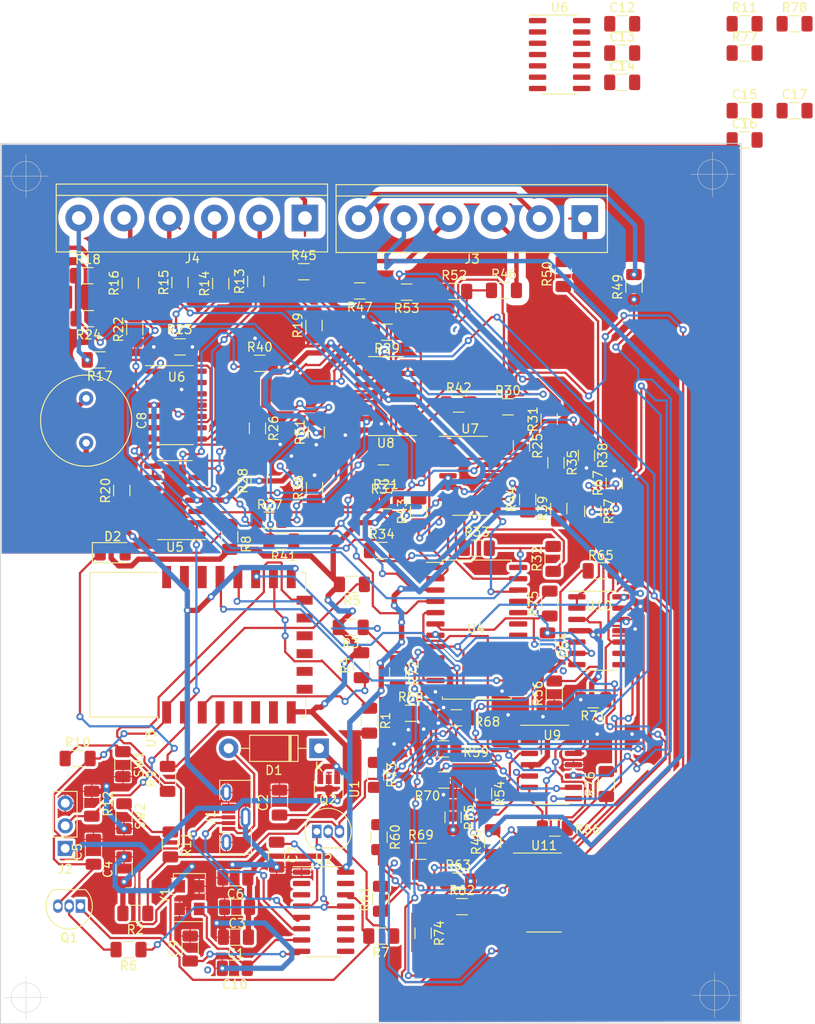
<source format=kicad_pcb>
(kicad_pcb (version 20171130) (host pcbnew "(5.1.4)-1")
  (layers (0 F.Cu signal) (31 B.Cu signal) (34 B.Paste user) (35 F.Paste user) (36 B.SilkS user) (37 F.SilkS user) (38 B.Mask user) (39 F.Mask user) (44 Edge.Cuts user))
  (net 0 "")
  (net 1 GNDREF)
  (net 2 +5V)
  (net 3 "Net-(C2-Pad1)")
  (net 4 +3V3)
  (net 5 "Net-(C7-Pad1)")
  (net 6 CLK_0)
  (net 7 CLK_1)
  (net 8 "Net-(D1-Pad2)")
  (net 9 "Net-(D2-Pad2)")
  (net 10 "Net-(J1-Pad2)")
  (net 11 "Net-(J1-Pad4)")
  (net 12 "Net-(J1-Pad3)")
  (net 13 ADC)
  (net 14 "/Instrumentació 0/PLACA_0")
  (net 15 "/Instrumentació 0/PLACA_1")
  (net 16 "/Instrumentació 0/PLACA_2")
  (net 17 "/Instrumentació 0/PLACA_5")
  (net 18 "/Instrumentació 0/PLACA_3")
  (net 19 "/Instrumentació 0/PLACA_4")
  (net 20 "/Instrumentació 1/PLACA_0")
  (net 21 "/Instrumentació 1/PLACA_1")
  (net 22 "/Instrumentació 1/PLACA_2")
  (net 23 "/Instrumentació 1/PLACA_5")
  (net 24 "/Instrumentació 1/PLACA_3")
  (net 25 "/Instrumentació 1/PLACA_4")
  (net 26 "Net-(Q1-Pad1)")
  (net 27 "Net-(Q1-Pad2)")
  (net 28 "Net-(Q2-Pad1)")
  (net 29 GPIO0)
  (net 30 "Net-(Q2-Pad2)")
  (net 31 GPIO2)
  (net 32 "Net-(R10-Pad1)")
  (net 33 "Net-(R11-Pad1)")
  (net 34 "Net-(R13-Pad1)")
  (net 35 "Net-(R14-Pad1)")
  (net 36 "Net-(R15-Pad1)")
  (net 37 "Net-(R16-Pad1)")
  (net 38 "Net-(R17-Pad1)")
  (net 39 "Net-(R18-Pad1)")
  (net 40 GND)
  (net 41 "Net-(R25-Pad2)")
  (net 42 "Net-(R25-Pad1)")
  (net 43 "Net-(R26-Pad2)")
  (net 44 "Net-(R26-Pad1)")
  (net 45 "Net-(R27-Pad1)")
  (net 46 "Net-(R28-Pad2)")
  (net 47 "Net-(R28-Pad1)")
  (net 48 "Net-(R29-Pad1)")
  (net 49 "Net-(R30-Pad2)")
  (net 50 "Net-(R30-Pad1)")
  (net 51 "Net-(R31-Pad1)")
  (net 52 "Net-(R32-Pad2)")
  (net 53 "Net-(R32-Pad1)")
  (net 54 "Net-(R33-Pad1)")
  (net 55 "Net-(R34-Pad2)")
  (net 56 "Net-(R34-Pad1)")
  (net 57 "/Instrumentació 1/DIF_5-4")
  (net 58 "/Instrumentació 1/DIF_4-3")
  (net 59 "/Instrumentació 1/DIF_3-2")
  (net 60 "/Instrumentació 1/DIF_2-1")
  (net 61 "/Instrumentació 1/DIF_1-0")
  (net 62 "Net-(R45-Pad1)")
  (net 63 "Net-(R46-Pad1)")
  (net 64 "Net-(R47-Pad1)")
  (net 65 "Net-(R48-Pad1)")
  (net 66 "Net-(R49-Pad1)")
  (net 67 "Net-(R50-Pad1)")
  (net 68 "Net-(R57-Pad2)")
  (net 69 "Net-(R57-Pad1)")
  (net 70 "Net-(R58-Pad2)")
  (net 71 "Net-(R58-Pad1)")
  (net 72 "Net-(R59-Pad1)")
  (net 73 "Net-(R60-Pad2)")
  (net 74 "Net-(R60-Pad1)")
  (net 75 "Net-(R61-Pad1)")
  (net 76 "Net-(R62-Pad2)")
  (net 77 "Net-(R62-Pad1)")
  (net 78 "Net-(R63-Pad1)")
  (net 79 "Net-(R64-Pad2)")
  (net 80 "Net-(R64-Pad1)")
  (net 81 "Net-(R65-Pad1)")
  (net 82 "Net-(R66-Pad2)")
  (net 83 "Net-(R66-Pad1)")
  (net 84 "/Instrumentació 0/DIF_5-4")
  (net 85 "/Instrumentació 0/DIF_4-3")
  (net 86 "/Instrumentació 0/DIF_3-2")
  (net 87 "/Instrumentació 0/DIF_2-1")
  (net 88 "/Instrumentació 0/DIF_1-0")
  (net 89 "Net-(U2-Pad15)")
  (net 90 "Net-(U2-Pad12)")
  (net 91 "Net-(U2-Pad11)")
  (net 92 "Net-(U2-Pad10)")
  (net 93 "Net-(U2-Pad9)")
  (net 94 "Net-(U3-Pad13)")
  (net 95 "Net-(U3-Pad12)")
  (net 96 "Net-(U3-Pad11)")
  (net 97 "Net-(U3-Pad10)")
  (net 98 "Net-(U3-Pad9)")
  (net 99 "Net-(U4-Pad24)")
  (net 100 "Net-(U4-Pad21)")
  (net 101 "Net-(U4-Pad20)")
  (net 102 "Net-(U4-Pad19)")
  (net 103 "Net-(U4-Pad18)")
  (net 104 "Net-(U4-Pad17)")
  (net 105 "Net-(U4-Pad16)")
  (net 106 "Net-(U4-Pad1)")
  (net 107 "Net-(U6-Pad14)")
  (net 108 "Net-(U6-Pad13)")
  (net 109 "Net-(U6-Pad12)")
  (net 110 "Net-(C5-Pad1)")
  (net 111 "Net-(C9-Pad1)")
  (net 112 "Net-(C10-Pad1)")
  (net 113 "Net-(D2-Pad1)")
  (net 114 "Net-(J2-Pad2)")
  (net 115 "Net-(Q2-Pad3)")
  (net 116 "Net-(R1-Pad1)")
  (net 117 "Net-(R3-Pad1)")
  (net 118 "Net-(R4-Pad1)")
  (net 119 "Net-(R11-Pad2)")
  (net 120 "Net-(R77-Pad2)")
  (net 121 "Net-(R77-Pad1)")
  (net 122 "Net-(R78-Pad2)")
  (net 123 "Net-(R78-Pad1)")
  (net 124 "Net-(U3-Pad20)")
  (net 125 "Net-(U3-Pad19)")
  (net 126 "Net-(U3-Pad14)")
  (net 127 "Net-(U3-Pad7)")
  (net 128 "Net-(U3-Pad6)")
  (net 129 "Net-(U3-Pad5)")
  (module Package_SO:SOIC-14_3.9x8.7mm_P1.27mm (layer F.Cu) (at 140.935801 -15.943599)
    (fp_text reference U6 (at 0 -5.28) (layer F.SilkS))
    (fp_text value LM324)
    (pad 14 smd roundrect (at 2.475 -3.81) (size 1.95 0.6) (layers F.Cu F.Paste F.Mask))
    (pad 13 smd roundrect (at 2.475 -2.54) (size 1.95 0.6) (layers F.Cu F.Paste F.Mask))
    (pad 12 smd roundrect (at 2.475 -1.27) (size 1.95 0.6) (layers F.Cu F.Paste F.Mask))
    (pad 11 smd roundrect (at 2.475 0) (size 1.95 0.6) (layers F.Cu F.Paste F.Mask) (net 40 GND))
    (pad 10 smd roundrect (at 2.475 1.27) (size 1.95 0.6) (layers F.Cu F.Paste F.Mask) (net 42 "Net-(R25-Pad1)"))
    (pad 9 smd roundrect (at 2.475 2.54) (size 1.95 0.6) (layers F.Cu F.Paste F.Mask) (net 44 "Net-(R26-Pad1)"))
    (pad 8 smd roundrect (at 2.475 3.81) (size 1.95 0.6) (layers F.Cu F.Paste F.Mask) (net 57 "/Instrumentació 1/DIF_5-4"))
    (pad 7 smd roundrect (at -2.475 3.81) (size 1.95 0.6) (layers F.Cu F.Paste F.Mask) (net 55 "Net-(R34-Pad2)"))
    (pad 6 smd roundrect (at -2.475 2.54) (size 1.95 0.6) (layers F.Cu F.Paste F.Mask) (net 55 "Net-(R34-Pad2)"))
    (pad 5 smd roundrect (at -2.475 1.27) (size 1.95 0.6) (layers F.Cu F.Paste F.Mask) (net 38 "Net-(R17-Pad1)"))
    (pad 4 smd roundrect (at -2.475 0) (size 1.95 0.6) (layers F.Cu F.Paste F.Mask) (net 2 +5V))
    (pad 3 smd roundrect (at -2.475 -1.27) (size 1.95 0.6) (layers F.Cu F.Paste F.Mask) (net 37 "Net-(R16-Pad1)"))
    (pad 2 smd roundrect (at -2.475 -2.54) (size 1.95 0.6) (layers F.Cu F.Paste F.Mask) (net 52 "Net-(R32-Pad2)"))
    (pad 1 smd roundrect (at -2.475 -3.81) (size 1.95 0.6) (layers F.Cu F.Paste F.Mask) (net 52 "Net-(R32-Pad2)"))
  )
  (module Resistor_SMD:R_1206_3216Metric (layer F.Cu) (at 167.325801 -19.403599)
    (fp_text reference R78 (at 0 -1.82) (layer F.SilkS))
    (fp_text value "470 Ω")
    (pad 2 smd roundrect (at 1.4 0) (size 1.25 1.75) (layers F.Cu F.Paste F.Mask) (roundrect_rratio 0.2) (net 122 "Net-(R78-Pad2)"))
    (pad 1 smd roundrect (at -1.4 0) (size 1.25 1.75) (layers F.Cu F.Paste F.Mask) (roundrect_rratio 0.2) (net 123 "Net-(R78-Pad1)"))
  )
  (module Resistor_SMD:R_1206_3216Metric (layer F.Cu) (at 161.715801 -16.113599)
    (fp_text reference R77 (at 0 -1.82) (layer F.SilkS))
    (fp_text value "470 Ω")
    (pad 2 smd roundrect (at 1.4 0) (size 1.25 1.75) (layers F.Cu F.Paste F.Mask) (roundrect_rratio 0.2) (net 120 "Net-(R77-Pad2)"))
    (pad 1 smd roundrect (at -1.4 0) (size 1.25 1.75) (layers F.Cu F.Paste F.Mask) (roundrect_rratio 0.2) (net 121 "Net-(R77-Pad1)"))
  )
  (module Resistor_SMD:R_1206_3216Metric (layer F.Cu) (at 161.715801 -19.403599)
    (fp_text reference R11 (at 0 -1.82) (layer F.SilkS))
    (fp_text value "220 kΩ")
    (pad 2 smd roundrect (at 1.4 0) (size 1.25 1.75) (layers F.Cu F.Paste F.Mask) (roundrect_rratio 0.2) (net 119 "Net-(R11-Pad2)"))
    (pad 1 smd roundrect (at -1.4 0) (size 1.25 1.75) (layers F.Cu F.Paste F.Mask) (roundrect_rratio 0.2) (net 114 "Net-(J2-Pad2)"))
  )
  (module Capacitor_SMD:C_1206_3216Metric (layer F.Cu) (at 167.325801 -9.643599)
    (fp_text reference C17 (at 0 -1.82) (layer F.SilkS))
    (fp_text value "100 nF")
    (pad 2 smd roundrect (at 1.4 0) (size 1.25 1.75) (layers F.Cu F.Paste F.Mask) (roundrect_rratio 0.2) (net 40 GND))
    (pad 1 smd roundrect (at -1.4 0) (size 1.25 1.75) (layers F.Cu F.Paste F.Mask) (roundrect_rratio 0.2) (net 2 +5V))
  )
  (module Capacitor_SMD:C_1206_3216Metric (layer F.Cu) (at 161.715801 -6.353599)
    (fp_text reference C16 (at 0 -1.82) (layer F.SilkS))
    (fp_text value "100 nF")
    (pad 2 smd roundrect (at 1.4 0) (size 1.25 1.75) (layers F.Cu F.Paste F.Mask) (roundrect_rratio 0.2) (net 40 GND))
    (pad 1 smd roundrect (at -1.4 0) (size 1.25 1.75) (layers F.Cu F.Paste F.Mask) (roundrect_rratio 0.2) (net 2 +5V))
  )
  (module Capacitor_SMD:C_1206_3216Metric (layer F.Cu) (at 161.715801 -9.643599)
    (fp_text reference C15 (at 0 -1.82) (layer F.SilkS))
    (fp_text value "100 nF")
    (pad 2 smd roundrect (at 1.4 0) (size 1.25 1.75) (layers F.Cu F.Paste F.Mask) (roundrect_rratio 0.2) (net 40 GND))
    (pad 1 smd roundrect (at -1.4 0) (size 1.25 1.75) (layers F.Cu F.Paste F.Mask) (roundrect_rratio 0.2) (net 2 +5V))
  )
  (module Capacitor_SMD:C_1206_3216Metric (layer F.Cu) (at 147.965801 -12.823599)
    (fp_text reference C14 (at 0 -1.82) (layer F.SilkS))
    (fp_text value "100 nF")
    (pad 2 smd roundrect (at 1.4 0) (size 1.25 1.75) (layers F.Cu F.Paste F.Mask) (roundrect_rratio 0.2) (net 40 GND))
    (pad 1 smd roundrect (at -1.4 0) (size 1.25 1.75) (layers F.Cu F.Paste F.Mask) (roundrect_rratio 0.2) (net 2 +5V))
  )
  (module Capacitor_SMD:C_1206_3216Metric (layer F.Cu) (at 147.965801 -16.113599)
    (fp_text reference C13 (at 0 -1.82) (layer F.SilkS))
    (fp_text value "100 nF")
    (pad 2 smd roundrect (at 1.4 0) (size 1.25 1.75) (layers F.Cu F.Paste F.Mask) (roundrect_rratio 0.2) (net 40 GND))
    (pad 1 smd roundrect (at -1.4 0) (size 1.25 1.75) (layers F.Cu F.Paste F.Mask) (roundrect_rratio 0.2) (net 2 +5V))
  )
  (module Capacitor_SMD:C_1206_3216Metric (layer F.Cu) (at 147.965801 -19.403599)
    (fp_text reference C12 (at 0 -1.82) (layer F.SilkS))
    (fp_text value "100 nF")
    (pad 2 smd roundrect (at 1.4 0) (size 1.25 1.75) (layers F.Cu F.Paste F.Mask) (roundrect_rratio 0.2) (net 40 GND))
    (pad 1 smd roundrect (at -1.4 0) (size 1.25 1.75) (layers F.Cu F.Paste F.Mask) (roundrect_rratio 0.2) (net 2 +5V))
  )
  (module RF_Module:ESP-12E (layer F.Cu) (at 100.2948 50.3374 90)
    (fp_text reference U3 (at -10.56 -5.26 90) (layer F.SilkS))
    (fp_text value ESP-12E)
    (pad 22 smd rect (at 7.6 -3.5 90) (size 2.5 1) (layers F.Cu F.Paste F.Mask) (net 122 "Net-(R78-Pad2)"))
    (pad 21 smd rect (at 7.6 -1.5 90) (size 2.5 1) (layers F.Cu F.Paste F.Mask) (net 120 "Net-(R77-Pad2)"))
    (pad 20 smd rect (at 7.6 0.5 90) (size 2.5 1) (layers F.Cu F.Paste F.Mask) (net 124 "Net-(U3-Pad20)"))
    (pad 19 smd rect (at 7.6 2.5 90) (size 2.5 1) (layers F.Cu F.Paste F.Mask) (net 125 "Net-(U3-Pad19)"))
    (pad 18 smd rect (at 7.6 4.5 90) (size 2.5 1) (layers F.Cu F.Paste F.Mask) (net 115 "Net-(Q2-Pad3)"))
    (pad 17 smd rect (at 7.6 6.5 90) (size 2.5 1) (layers F.Cu F.Paste F.Mask) (net 117 "Net-(R3-Pad1)"))
    (pad 16 smd rect (at 7.6 8.5 90) (size 2.5 1) (layers F.Cu F.Paste F.Mask) (net 116 "Net-(R1-Pad1)"))
    (pad 15 smd rect (at 7.6 10.5 90) (size 2.5 1) (layers F.Cu F.Paste F.Mask) (net 1 GNDREF))
    (pad 14 smd rect (at 5 12 90) (size 1 1.8) (layers F.Cu F.Paste F.Mask) (net 126 "Net-(U3-Pad14)"))
    (pad 13 smd rect (at 3 12 90) (size 1 1.8) (layers F.Cu F.Paste F.Mask) (net 94 "Net-(U3-Pad13)"))
    (pad 12 smd rect (at 1 12 90) (size 1 1.8) (layers F.Cu F.Paste F.Mask) (net 95 "Net-(U3-Pad12)"))
    (pad 11 smd rect (at -1 12 90) (size 1 1.8) (layers F.Cu F.Paste F.Mask) (net 96 "Net-(U3-Pad11)"))
    (pad 10 smd rect (at -3 12 90) (size 1 1.8) (layers F.Cu F.Paste F.Mask) (net 97 "Net-(U3-Pad10)"))
    (pad 9 smd rect (at -5 12 90) (size 1 1.8) (layers F.Cu F.Paste F.Mask) (net 98 "Net-(U3-Pad9)"))
    (pad 8 smd rect (at -7.6 10.5 90) (size 2.5 1) (layers F.Cu F.Paste F.Mask) (net 4 +3V3))
    (pad 7 smd rect (at -7.6 8.5 90) (size 2.5 1) (layers F.Cu F.Paste F.Mask) (net 127 "Net-(U3-Pad7)"))
    (pad 6 smd rect (at -7.6 6.5 90) (size 2.5 1) (layers F.Cu F.Paste F.Mask) (net 128 "Net-(U3-Pad6)"))
    (pad 5 smd rect (at -7.6 4.5 90) (size 2.5 1) (layers F.Cu F.Paste F.Mask) (net 129 "Net-(U3-Pad5)"))
    (pad 4 smd rect (at -7.6 2.5 90) (size 2.5 1) (layers F.Cu F.Paste F.Mask) (net 113 "Net-(D2-Pad1)"))
    (pad 3 smd rect (at -7.6 0.5 90) (size 2.5 1) (layers F.Cu F.Paste F.Mask) (net 118 "Net-(R4-Pad1)"))
    (pad 2 smd rect (at -7.6 -1.5 90) (size 2.5 1) (layers F.Cu F.Paste F.Mask) (net 114 "Net-(J2-Pad2)"))
    (pad 1 smd rect (at -7.6 -3.5 90) (size 2.5 1) (layers F.Cu F.Paste F.Mask) (net 110 "Net-(C5-Pad1)"))
  )
  (module Oscillator:Oscillator_SMD_TXC_7C-4Pin_5.0x3.2mm (layer F.Cu) (at 99.357 78.74 270)
    (fp_text reference Y1 (at -0.2286 2.7354 90) (layer F.SilkS))
    (fp_text value Crystal_GND24)
    (pad 4 smd rect (at -1.27 -1.1 270) (size 1.4 1.2) (layers F.Cu F.Paste F.Mask) (net 1 GNDREF))
    (pad 3 smd rect (at 1.27 -1.1 270) (size 1.4 1.2) (layers F.Cu F.Paste F.Mask) (net 111 "Net-(C9-Pad1)"))
    (pad 2 smd rect (at 1.27 1.1 270) (size 1.4 1.2) (layers F.Cu F.Paste F.Mask) (net 1 GNDREF))
    (pad 1 smd rect (at -1.27 1.1 270) (size 1.4 1.2) (layers F.Cu F.Paste F.Mask) (net 112 "Net-(C10-Pad1)"))
  )
  (module Package_SO:SOIC-14_3.9x8.7mm_P1.27mm (layer F.Cu) (at 139.192 78.1685)
    (fp_text reference U11 (at 0 -5.28) (layer F.SilkS))
    (fp_text value LM324)
    (pad 14 smd roundrect (at 2.475 -3.81) (size 1.95 0.6) (layers F.Cu F.Paste F.Mask))
    (pad 13 smd roundrect (at 2.475 -2.54) (size 1.95 0.6) (layers F.Cu F.Paste F.Mask))
    (pad 12 smd roundrect (at 2.475 -1.27) (size 1.95 0.6) (layers F.Cu F.Paste F.Mask))
    (pad 11 smd roundrect (at 2.475 0) (size 1.95 0.6) (layers F.Cu F.Paste F.Mask))
    (pad 10 smd roundrect (at 2.475 1.27) (size 1.95 0.6) (layers F.Cu F.Paste F.Mask))
    (pad 9 smd roundrect (at 2.475 2.54) (size 1.95 0.6) (layers F.Cu F.Paste F.Mask))
    (pad 8 smd roundrect (at 2.475 3.81) (size 1.95 0.6) (layers F.Cu F.Paste F.Mask))
    (pad 7 smd roundrect (at -2.475 3.81) (size 1.95 0.6) (layers F.Cu F.Paste F.Mask))
    (pad 6 smd roundrect (at -2.475 2.54) (size 1.95 0.6) (layers F.Cu F.Paste F.Mask))
    (pad 5 smd roundrect (at -2.475 1.27) (size 1.95 0.6) (layers F.Cu F.Paste F.Mask))
    (pad 4 smd roundrect (at -2.475 0) (size 1.95 0.6) (layers F.Cu F.Paste F.Mask))
    (pad 3 smd roundrect (at -2.475 -1.27) (size 1.95 0.6) (layers F.Cu F.Paste F.Mask) (net 75 "Net-(R61-Pad1)"))
    (pad 2 smd roundrect (at -2.475 -2.54) (size 1.95 0.6) (layers F.Cu F.Paste F.Mask) (net 77 "Net-(R62-Pad1)"))
    (pad 1 smd roundrect (at -2.475 -3.81) (size 1.95 0.6) (layers F.Cu F.Paste F.Mask) (net 86 "/Instrumentació 0/DIF_3-2"))
  )
  (module Package_SO:SOIC-14_3.9x8.7mm_P1.27mm (layer F.Cu) (at 145.3515 48.768)
    (fp_text reference U10 (at -0.0127 -2.794) (layer F.SilkS))
    (fp_text value LM324)
    (pad 14 smd roundrect (at 2.475 -3.81) (size 1.95 0.6) (layers F.Cu F.Paste F.Mask) (net 85 "/Instrumentació 0/DIF_4-3"))
    (pad 13 smd roundrect (at 2.475 -2.54) (size 1.95 0.6) (layers F.Cu F.Paste F.Mask) (net 74 "Net-(R60-Pad1)"))
    (pad 12 smd roundrect (at 2.475 -1.27) (size 1.95 0.6) (layers F.Cu F.Paste F.Mask) (net 72 "Net-(R59-Pad1)"))
    (pad 11 smd roundrect (at 2.475 0) (size 1.95 0.6) (layers F.Cu F.Paste F.Mask) (net 40 GND))
    (pad 10 smd roundrect (at 2.475 1.27) (size 1.95 0.6) (layers F.Cu F.Paste F.Mask) (net 81 "Net-(R65-Pad1)"))
    (pad 9 smd roundrect (at 2.475 2.54) (size 1.95 0.6) (layers F.Cu F.Paste F.Mask) (net 83 "Net-(R66-Pad1)"))
    (pad 8 smd roundrect (at 2.475 3.81) (size 1.95 0.6) (layers F.Cu F.Paste F.Mask) (net 88 "/Instrumentació 0/DIF_1-0"))
    (pad 7 smd roundrect (at -2.475 3.81) (size 1.95 0.6) (layers F.Cu F.Paste F.Mask) (net 87 "/Instrumentació 0/DIF_2-1"))
    (pad 6 smd roundrect (at -2.475 2.54) (size 1.95 0.6) (layers F.Cu F.Paste F.Mask) (net 80 "Net-(R64-Pad1)"))
    (pad 5 smd roundrect (at -2.475 1.27) (size 1.95 0.6) (layers F.Cu F.Paste F.Mask) (net 78 "Net-(R63-Pad1)"))
    (pad 4 smd roundrect (at -2.475 0) (size 1.95 0.6) (layers F.Cu F.Paste F.Mask) (net 2 +5V))
    (pad 3 smd roundrect (at -2.475 -1.27) (size 1.95 0.6) (layers F.Cu F.Paste F.Mask) (net 67 "Net-(R50-Pad1)"))
    (pad 2 smd roundrect (at -2.475 -2.54) (size 1.95 0.6) (layers F.Cu F.Paste F.Mask) (net 68 "Net-(R57-Pad2)"))
    (pad 1 smd roundrect (at -2.475 -3.81) (size 1.95 0.6) (layers F.Cu F.Paste F.Mask) (net 68 "Net-(R57-Pad2)"))
  )
  (module Package_SO:SOIC-14_3.9x8.7mm_P1.27mm (layer F.Cu) (at 140.0175 63.8175)
    (fp_text reference U9 (at 0.0889 -3.3147) (layer F.SilkS))
    (fp_text value LM324)
    (pad 14 smd roundrect (at 2.475 -3.81) (size 1.95 0.6) (layers F.Cu F.Paste F.Mask) (net 76 "Net-(R62-Pad2)"))
    (pad 13 smd roundrect (at 2.475 -2.54) (size 1.95 0.6) (layers F.Cu F.Paste F.Mask) (net 76 "Net-(R62-Pad2)"))
    (pad 12 smd roundrect (at 2.475 -1.27) (size 1.95 0.6) (layers F.Cu F.Paste F.Mask) (net 64 "Net-(R47-Pad1)"))
    (pad 11 smd roundrect (at 2.475 0) (size 1.95 0.6) (layers F.Cu F.Paste F.Mask) (net 40 GND))
    (pad 10 smd roundrect (at 2.475 1.27) (size 1.95 0.6) (layers F.Cu F.Paste F.Mask) (net 69 "Net-(R57-Pad1)"))
    (pad 9 smd roundrect (at 2.475 2.54) (size 1.95 0.6) (layers F.Cu F.Paste F.Mask) (net 71 "Net-(R58-Pad1)"))
    (pad 8 smd roundrect (at 2.475 3.81) (size 1.95 0.6) (layers F.Cu F.Paste F.Mask) (net 84 "/Instrumentació 0/DIF_5-4"))
    (pad 7 smd roundrect (at -2.475 3.81) (size 1.95 0.6) (layers F.Cu F.Paste F.Mask) (net 82 "Net-(R66-Pad2)"))
    (pad 6 smd roundrect (at -2.475 2.54) (size 1.95 0.6) (layers F.Cu F.Paste F.Mask) (net 82 "Net-(R66-Pad2)"))
    (pad 5 smd roundrect (at -2.475 1.27) (size 1.95 0.6) (layers F.Cu F.Paste F.Mask) (net 66 "Net-(R49-Pad1)"))
    (pad 4 smd roundrect (at -2.475 0) (size 1.95 0.6) (layers F.Cu F.Paste F.Mask) (net 2 +5V))
    (pad 3 smd roundrect (at -2.475 -1.27) (size 1.95 0.6) (layers F.Cu F.Paste F.Mask) (net 65 "Net-(R48-Pad1)"))
    (pad 2 smd roundrect (at -2.475 -2.54) (size 1.95 0.6) (layers F.Cu F.Paste F.Mask) (net 79 "Net-(R64-Pad2)"))
    (pad 1 smd roundrect (at -2.475 -3.81) (size 1.95 0.6) (layers F.Cu F.Paste F.Mask) (net 79 "Net-(R64-Pad2)"))
  )
  (module Package_SO:SOIC-14_3.9x8.7mm_P1.27mm (layer F.Cu) (at 121.412 22.4155 180)
    (fp_text reference U8 (at 0 -5.28) (layer F.SilkS))
    (fp_text value LM324)
    (pad 14 smd roundrect (at 2.475 -3.81 180) (size 1.95 0.6) (layers F.Cu F.Paste F.Mask) (net 58 "/Instrumentació 1/DIF_4-3"))
    (pad 13 smd roundrect (at 2.475 -2.54 180) (size 1.95 0.6) (layers F.Cu F.Paste F.Mask) (net 47 "Net-(R28-Pad1)"))
    (pad 12 smd roundrect (at 2.475 -1.27 180) (size 1.95 0.6) (layers F.Cu F.Paste F.Mask) (net 45 "Net-(R27-Pad1)"))
    (pad 11 smd roundrect (at 2.475 0 180) (size 1.95 0.6) (layers F.Cu F.Paste F.Mask) (net 40 GND))
    (pad 10 smd roundrect (at 2.475 1.27 180) (size 1.95 0.6) (layers F.Cu F.Paste F.Mask) (net 63 "Net-(R46-Pad1)"))
    (pad 9 smd roundrect (at 2.475 2.54 180) (size 1.95 0.6) (layers F.Cu F.Paste F.Mask) (net 73 "Net-(R60-Pad2)"))
    (pad 8 smd roundrect (at 2.475 3.81 180) (size 1.95 0.6) (layers F.Cu F.Paste F.Mask) (net 73 "Net-(R60-Pad2)"))
    (pad 7 smd roundrect (at -2.475 3.81 180) (size 1.95 0.6) (layers F.Cu F.Paste F.Mask) (net 70 "Net-(R58-Pad2)"))
    (pad 6 smd roundrect (at -2.475 2.54 180) (size 1.95 0.6) (layers F.Cu F.Paste F.Mask) (net 70 "Net-(R58-Pad2)"))
    (pad 5 smd roundrect (at -2.475 1.27 180) (size 1.95 0.6) (layers F.Cu F.Paste F.Mask) (net 62 "Net-(R45-Pad1)"))
    (pad 4 smd roundrect (at -2.475 0 180) (size 1.95 0.6) (layers F.Cu F.Paste F.Mask) (net 2 +5V))
    (pad 3 smd roundrect (at -2.475 -1.27 180) (size 1.95 0.6) (layers F.Cu F.Paste F.Mask) (net 48 "Net-(R29-Pad1)"))
    (pad 2 smd roundrect (at -2.475 -2.54 180) (size 1.95 0.6) (layers F.Cu F.Paste F.Mask) (net 50 "Net-(R30-Pad1)"))
    (pad 1 smd roundrect (at -2.475 -3.81 180) (size 1.95 0.6) (layers F.Cu F.Paste F.Mask) (net 59 "/Instrumentació 1/DIF_3-2"))
  )
  (module Package_SO:SOIC-14_3.9x8.7mm_P1.27mm (layer F.Cu) (at 130.8735 31.369)
    (fp_text reference U7 (at 0 -5.28) (layer F.SilkS))
    (fp_text value LM324)
    (pad 14 smd roundrect (at 2.475 -3.81) (size 1.95 0.6) (layers F.Cu F.Paste F.Mask) (net 49 "Net-(R30-Pad2)"))
    (pad 13 smd roundrect (at 2.475 -2.54) (size 1.95 0.6) (layers F.Cu F.Paste F.Mask) (net 49 "Net-(R30-Pad2)"))
    (pad 12 smd roundrect (at 2.475 -1.27) (size 1.95 0.6) (layers F.Cu F.Paste F.Mask) (net 36 "Net-(R15-Pad1)"))
    (pad 11 smd roundrect (at 2.475 0) (size 1.95 0.6) (layers F.Cu F.Paste F.Mask) (net 40 GND))
    (pad 10 smd roundrect (at 2.475 1.27) (size 1.95 0.6) (layers F.Cu F.Paste F.Mask) (net 54 "Net-(R33-Pad1)"))
    (pad 9 smd roundrect (at 2.475 2.54) (size 1.95 0.6) (layers F.Cu F.Paste F.Mask) (net 56 "Net-(R34-Pad1)"))
    (pad 8 smd roundrect (at 2.475 3.81) (size 1.95 0.6) (layers F.Cu F.Paste F.Mask) (net 61 "/Instrumentació 1/DIF_1-0"))
    (pad 7 smd roundrect (at -2.475 3.81) (size 1.95 0.6) (layers F.Cu F.Paste F.Mask) (net 60 "/Instrumentació 1/DIF_2-1"))
    (pad 6 smd roundrect (at -2.475 2.54) (size 1.95 0.6) (layers F.Cu F.Paste F.Mask) (net 53 "Net-(R32-Pad1)"))
    (pad 5 smd roundrect (at -2.475 1.27) (size 1.95 0.6) (layers F.Cu F.Paste F.Mask) (net 51 "Net-(R31-Pad1)"))
    (pad 4 smd roundrect (at -2.475 0) (size 1.95 0.6) (layers F.Cu F.Paste F.Mask) (net 2 +5V))
    (pad 3 smd roundrect (at -2.475 -1.27) (size 1.95 0.6) (layers F.Cu F.Paste F.Mask) (net 39 "Net-(R18-Pad1)"))
    (pad 2 smd roundrect (at -2.475 -2.54) (size 1.95 0.6) (layers F.Cu F.Paste F.Mask) (net 41 "Net-(R25-Pad2)"))
    (pad 1 smd roundrect (at -2.475 -3.81) (size 1.95 0.6) (layers F.Cu F.Paste F.Mask) (net 41 "Net-(R25-Pad2)"))
  )
  (module Package_SO:SOIC-14_3.9x8.7mm_P1.27mm (layer F.Cu) (at 97.855 23.4315)
    (fp_text reference U6 (at 0.062 -3.1623) (layer F.SilkS))
    (fp_text value LM324)
    (pad 14 smd roundrect (at 2.475 -3.81) (size 1.95 0.6) (layers F.Cu F.Paste F.Mask) (net 107 "Net-(U6-Pad14)"))
    (pad 13 smd roundrect (at 2.475 -2.54) (size 1.95 0.6) (layers F.Cu F.Paste F.Mask) (net 108 "Net-(U6-Pad13)"))
    (pad 12 smd roundrect (at 2.475 -1.27) (size 1.95 0.6) (layers F.Cu F.Paste F.Mask) (net 109 "Net-(U6-Pad12)"))
    (pad 11 smd roundrect (at 2.475 0) (size 1.95 0.6) (layers F.Cu F.Paste F.Mask) (net 40 GND))
    (pad 10 smd roundrect (at 2.475 1.27) (size 1.95 0.6) (layers F.Cu F.Paste F.Mask) (net 42 "Net-(R25-Pad1)"))
    (pad 9 smd roundrect (at 2.475 2.54) (size 1.95 0.6) (layers F.Cu F.Paste F.Mask) (net 44 "Net-(R26-Pad1)"))
    (pad 8 smd roundrect (at 2.475 3.81) (size 1.95 0.6) (layers F.Cu F.Paste F.Mask) (net 57 "/Instrumentació 1/DIF_5-4"))
    (pad 7 smd roundrect (at -2.475 3.81) (size 1.95 0.6) (layers F.Cu F.Paste F.Mask) (net 55 "Net-(R34-Pad2)"))
    (pad 6 smd roundrect (at -2.475 2.54) (size 1.95 0.6) (layers F.Cu F.Paste F.Mask) (net 55 "Net-(R34-Pad2)"))
    (pad 5 smd roundrect (at -2.475 1.27) (size 1.95 0.6) (layers F.Cu F.Paste F.Mask) (net 38 "Net-(R17-Pad1)"))
    (pad 4 smd roundrect (at -2.475 0) (size 1.95 0.6) (layers F.Cu F.Paste F.Mask) (net 2 +5V))
    (pad 3 smd roundrect (at -2.475 -1.27) (size 1.95 0.6) (layers F.Cu F.Paste F.Mask) (net 37 "Net-(R16-Pad1)"))
    (pad 2 smd roundrect (at -2.475 -2.54) (size 1.95 0.6) (layers F.Cu F.Paste F.Mask) (net 52 "Net-(R32-Pad2)"))
    (pad 1 smd roundrect (at -2.475 -3.81) (size 1.95 0.6) (layers F.Cu F.Paste F.Mask) (net 52 "Net-(R32-Pad2)"))
  )
  (module Package_SO:SOIC-14_3.9x8.7mm_P1.27mm (layer F.Cu) (at 97.728 34.0995 180)
    (fp_text reference U5 (at 0 -5.28) (layer F.SilkS))
    (fp_text value LM324)
    (pad 14 smd roundrect (at 2.475 -3.81 180) (size 1.95 0.6) (layers F.Cu F.Paste F.Mask))
    (pad 13 smd roundrect (at 2.475 -2.54 180) (size 1.95 0.6) (layers F.Cu F.Paste F.Mask))
    (pad 12 smd roundrect (at 2.475 -1.27 180) (size 1.95 0.6) (layers F.Cu F.Paste F.Mask))
    (pad 11 smd roundrect (at 2.475 0 180) (size 1.95 0.6) (layers F.Cu F.Paste F.Mask) (net 40 GND))
    (pad 10 smd roundrect (at 2.475 1.27 180) (size 1.95 0.6) (layers F.Cu F.Paste F.Mask) (net 35 "Net-(R14-Pad1)"))
    (pad 9 smd roundrect (at 2.475 2.54 180) (size 1.95 0.6) (layers F.Cu F.Paste F.Mask) (net 46 "Net-(R28-Pad2)"))
    (pad 8 smd roundrect (at 2.475 3.81 180) (size 1.95 0.6) (layers F.Cu F.Paste F.Mask) (net 46 "Net-(R28-Pad2)"))
    (pad 7 smd roundrect (at -2.475 3.81 180) (size 1.95 0.6) (layers F.Cu F.Paste F.Mask) (net 43 "Net-(R26-Pad2)"))
    (pad 6 smd roundrect (at -2.475 2.54 180) (size 1.95 0.6) (layers F.Cu F.Paste F.Mask) (net 43 "Net-(R26-Pad2)"))
    (pad 5 smd roundrect (at -2.475 1.27 180) (size 1.95 0.6) (layers F.Cu F.Paste F.Mask) (net 34 "Net-(R13-Pad1)"))
    (pad 4 smd roundrect (at -2.475 0 180) (size 1.95 0.6) (layers F.Cu F.Paste F.Mask) (net 2 +5V))
    (pad 3 smd roundrect (at -2.475 -1.27 180) (size 1.95 0.6) (layers F.Cu F.Paste F.Mask) (net 106 "Net-(U4-Pad1)"))
    (pad 2 smd roundrect (at -2.475 -2.54 180) (size 1.95 0.6) (layers F.Cu F.Paste F.Mask) (net 119 "Net-(R11-Pad2)"))
    (pad 1 smd roundrect (at -2.475 -3.81 180) (size 1.95 0.6) (layers F.Cu F.Paste F.Mask) (net 119 "Net-(R11-Pad2)"))
  )
  (module Package_SO:SOIC-24W_7.5x15.4mm_P1.27mm (layer F.Cu) (at 131.6355 48.641)
    (fp_text reference U4 (at -0.1143 -0.1016) (layer F.SilkS))
    (fp_text value CD74HC4067M)
    (pad 24 smd roundrect (at 4.65 -6.985) (size 2.05 0.6) (layers F.Cu F.Paste F.Mask) (net 99 "Net-(U4-Pad24)"))
    (pad 23 smd roundrect (at 4.65 -5.715) (size 2.05 0.6) (layers F.Cu F.Paste F.Mask) (net 60 "/Instrumentació 1/DIF_2-1"))
    (pad 22 smd roundrect (at 4.65 -4.445) (size 2.05 0.6) (layers F.Cu F.Paste F.Mask) (net 61 "/Instrumentació 1/DIF_1-0"))
    (pad 21 smd roundrect (at 4.65 -3.175) (size 2.05 0.6) (layers F.Cu F.Paste F.Mask) (net 100 "Net-(U4-Pad21)"))
    (pad 20 smd roundrect (at 4.65 -1.905) (size 2.05 0.6) (layers F.Cu F.Paste F.Mask) (net 101 "Net-(U4-Pad20)"))
    (pad 19 smd roundrect (at 4.65 -0.635) (size 2.05 0.6) (layers F.Cu F.Paste F.Mask) (net 102 "Net-(U4-Pad19)"))
    (pad 18 smd roundrect (at 4.65 0.635) (size 2.05 0.6) (layers F.Cu F.Paste F.Mask) (net 103 "Net-(U4-Pad18)"))
    (pad 17 smd roundrect (at 4.65 1.905) (size 2.05 0.6) (layers F.Cu F.Paste F.Mask) (net 104 "Net-(U4-Pad17)"))
    (pad 16 smd roundrect (at 4.65 3.175) (size 2.05 0.6) (layers F.Cu F.Paste F.Mask) (net 105 "Net-(U4-Pad16)"))
    (pad 15 smd roundrect (at 4.65 4.445) (size 2.05 0.6) (layers F.Cu F.Paste F.Mask) (net 40 GND))
    (pad 14 smd roundrect (at 4.65 5.715) (size 2.05 0.6) (layers F.Cu F.Paste F.Mask) (net 125 "Net-(U3-Pad19)"))
    (pad 13 smd roundrect (at 4.65 6.985) (size 2.05 0.6) (layers F.Cu F.Paste F.Mask) (net 128 "Net-(U3-Pad6)"))
    (pad 12 smd roundrect (at -4.65 6.985) (size 2.05 0.6) (layers F.Cu F.Paste F.Mask) (net 40 GND))
    (pad 11 smd roundrect (at -4.65 5.715) (size 2.05 0.6) (layers F.Cu F.Paste F.Mask) (net 124 "Net-(U3-Pad20)"))
    (pad 10 smd roundrect (at -4.65 4.445) (size 2.05 0.6) (layers F.Cu F.Paste F.Mask) (net 113 "Net-(D2-Pad1)"))
    (pad 9 smd roundrect (at -4.65 3.175) (size 2.05 0.6) (layers F.Cu F.Paste F.Mask) (net 84 "/Instrumentació 0/DIF_5-4"))
    (pad 8 smd roundrect (at -4.65 1.905) (size 2.05 0.6) (layers F.Cu F.Paste F.Mask) (net 85 "/Instrumentació 0/DIF_4-3"))
    (pad 7 smd roundrect (at -4.65 0.635) (size 2.05 0.6) (layers F.Cu F.Paste F.Mask) (net 86 "/Instrumentació 0/DIF_3-2"))
    (pad 6 smd roundrect (at -4.65 -0.635) (size 2.05 0.6) (layers F.Cu F.Paste F.Mask) (net 87 "/Instrumentació 0/DIF_2-1"))
    (pad 5 smd roundrect (at -4.65 -1.905) (size 2.05 0.6) (layers F.Cu F.Paste F.Mask) (net 88 "/Instrumentació 0/DIF_1-0"))
    (pad 4 smd roundrect (at -4.65 -3.175) (size 2.05 0.6) (layers F.Cu F.Paste F.Mask) (net 57 "/Instrumentació 1/DIF_5-4"))
    (pad 3 smd roundrect (at -4.65 -4.445) (size 2.05 0.6) (layers F.Cu F.Paste F.Mask) (net 58 "/Instrumentació 1/DIF_4-3"))
    (pad 2 smd roundrect (at -4.65 -5.715) (size 2.05 0.6) (layers F.Cu F.Paste F.Mask) (net 59 "/Instrumentació 1/DIF_3-2"))
    (pad 1 smd roundrect (at -4.65 -6.985) (size 2.05 0.6) (layers F.Cu F.Paste F.Mask) (net 106 "Net-(U4-Pad1)"))
  )
  (module Package_SO:SOIC-16_3.9x9.9mm_P1.27mm (layer F.Cu) (at 114.4255 80.3275)
    (fp_text reference U2 (at 0 -5.9) (layer F.SilkS))
    (fp_text value CH340G)
    (pad 16 smd roundrect (at 2.475 -4.445) (size 1.95 0.6) (layers F.Cu F.Paste F.Mask) (net 2 +5V))
    (pad 15 smd roundrect (at 2.475 -3.175) (size 1.95 0.6) (layers F.Cu F.Paste F.Mask) (net 89 "Net-(U2-Pad15)"))
    (pad 14 smd roundrect (at 2.475 -1.905) (size 1.95 0.6) (layers F.Cu F.Paste F.Mask) (net 26 "Net-(Q1-Pad1)"))
    (pad 13 smd roundrect (at 2.475 -0.635) (size 1.95 0.6) (layers F.Cu F.Paste F.Mask) (net 28 "Net-(Q2-Pad1)"))
    (pad 12 smd roundrect (at 2.475 0.635) (size 1.95 0.6) (layers F.Cu F.Paste F.Mask) (net 90 "Net-(U2-Pad12)"))
    (pad 11 smd roundrect (at 2.475 1.905) (size 1.95 0.6) (layers F.Cu F.Paste F.Mask) (net 91 "Net-(U2-Pad11)"))
    (pad 10 smd roundrect (at 2.475 3.175) (size 1.95 0.6) (layers F.Cu F.Paste F.Mask) (net 92 "Net-(U2-Pad10)"))
    (pad 9 smd roundrect (at 2.475 4.445) (size 1.95 0.6) (layers F.Cu F.Paste F.Mask) (net 93 "Net-(U2-Pad9)"))
    (pad 8 smd roundrect (at -2.475 4.445) (size 1.95 0.6) (layers F.Cu F.Paste F.Mask) (net 112 "Net-(C10-Pad1)"))
    (pad 7 smd roundrect (at -2.475 3.175) (size 1.95 0.6) (layers F.Cu F.Paste F.Mask) (net 111 "Net-(C9-Pad1)"))
    (pad 6 smd roundrect (at -2.475 1.905) (size 1.95 0.6) (layers F.Cu F.Paste F.Mask) (net 10 "Net-(J1-Pad2)"))
    (pad 5 smd roundrect (at -2.475 0.635) (size 1.95 0.6) (layers F.Cu F.Paste F.Mask) (net 12 "Net-(J1-Pad3)"))
    (pad 4 smd roundrect (at -2.475 -0.635) (size 1.95 0.6) (layers F.Cu F.Paste F.Mask) (net 5 "Net-(C7-Pad1)"))
    (pad 3 smd roundrect (at -2.475 -1.905) (size 1.95 0.6) (layers F.Cu F.Paste F.Mask) (net 123 "Net-(R78-Pad1)"))
    (pad 2 smd roundrect (at -2.475 -3.175) (size 1.95 0.6) (layers F.Cu F.Paste F.Mask) (net 121 "Net-(R77-Pad1)"))
    (pad 1 smd roundrect (at -2.475 -4.445) (size 1.95 0.6) (layers F.Cu F.Paste F.Mask) (net 1 GNDREF))
  )
  (module Package_TO_SOT_SMD:SOT-23-5 (layer F.Cu) (at 115.001 66.5558 270)
    (fp_text reference U1 (at 0 -2.9 90) (layer F.SilkS))
    (fp_text value SPX3819M5-L-3-3)
    (pad 5 smd rect (at 1.1 -0.95 270) (size 1.06 0.65) (layers F.Cu F.Paste F.Mask) (net 4 +3V3))
    (pad 4 smd rect (at 1.1 0.95 270) (size 1.06 0.65) (layers F.Cu F.Paste F.Mask) (net 3 "Net-(C2-Pad1)"))
    (pad 3 smd rect (at -1.1 0.95 270) (size 1.06 0.65) (layers F.Cu F.Paste F.Mask) (net 2 +5V))
    (pad 2 smd rect (at -1.1 0 270) (size 1.06 0.65) (layers F.Cu F.Paste F.Mask) (net 1 GNDREF))
    (pad 1 smd rect (at -1.1 -0.95 270) (size 1.06 0.65) (layers F.Cu F.Paste F.Mask) (net 2 +5V))
  )
  (module Resistor_SMD:R_1206_3216Metric (layer F.Cu) (at 92.0115 69.599 270)
    (fp_text reference SW2 (at 0 -1.82 90) (layer F.SilkS))
    (fp_text value SW_Push)
    (pad 2 smd roundrect (at 1.4 0 270) (size 1.25 1.75) (layers F.Cu F.Paste F.Mask) (roundrect_rratio 0.2) (net 1 GNDREF))
    (pad 1 smd roundrect (at -1.4 0 270) (size 1.25 1.75) (layers F.Cu F.Paste F.Mask) (roundrect_rratio 0.2) (net 33 "Net-(R11-Pad1)"))
  )
  (module Resistor_SMD:R_1206_3216Metric (layer F.Cu) (at 91.8845 63.754 270)
    (fp_text reference SW1 (at 0 -1.82 90) (layer F.SilkS))
    (fp_text value SW_Push)
    (pad 2 smd roundrect (at 1.4 0 270) (size 1.25 1.75) (layers F.Cu F.Paste F.Mask) (roundrect_rratio 0.2) (net 1 GNDREF))
    (pad 1 smd roundrect (at -1.4 0 270) (size 1.25 1.75) (layers F.Cu F.Paste F.Mask) (roundrect_rratio 0.2) (net 32 "Net-(R10-Pad1)"))
  )
  (module Resistor_SMD:R_1206_3216Metric (layer F.Cu) (at 146.177 65.9795 90)
    (fp_text reference R76 (at 0 -1.82 90) (layer F.SilkS))
    (fp_text value "8,2 kΩ")
    (pad 2 smd roundrect (at 1.4 0 90) (size 1.25 1.75) (layers F.Cu F.Paste F.Mask) (roundrect_rratio 0.2) (net 83 "Net-(R66-Pad1)"))
    (pad 1 smd roundrect (at -1.4 0 90) (size 1.25 1.75) (layers F.Cu F.Paste F.Mask) (roundrect_rratio 0.2) (net 88 "/Instrumentació 0/DIF_1-0"))
  )
  (module Resistor_SMD:R_1206_3216Metric (layer F.Cu) (at 139.827 45.717 90)
    (fp_text reference R75 (at 0 -1.82 90) (layer F.SilkS))
    (fp_text value "8,2 kΩ")
    (pad 2 smd roundrect (at 1.4 0 90) (size 1.25 1.75) (layers F.Cu F.Paste F.Mask) (roundrect_rratio 0.2) (net 80 "Net-(R64-Pad1)"))
    (pad 1 smd roundrect (at -1.4 0 90) (size 1.25 1.75) (layers F.Cu F.Paste F.Mask) (roundrect_rratio 0.2) (net 87 "/Instrumentació 0/DIF_2-1"))
  )
  (module Resistor_SMD:R_1206_3216Metric (layer F.Cu) (at 125.603 82.7405 270)
    (fp_text reference R74 (at 0 -1.82 90) (layer F.SilkS))
    (fp_text value "8,2 kΩ")
    (pad 2 smd roundrect (at 1.4 0 270) (size 1.25 1.75) (layers F.Cu F.Paste F.Mask) (roundrect_rratio 0.2) (net 77 "Net-(R62-Pad1)"))
    (pad 1 smd roundrect (at -1.4 0 270) (size 1.25 1.75) (layers F.Cu F.Paste F.Mask) (roundrect_rratio 0.2) (net 86 "/Instrumentació 0/DIF_3-2"))
  )
  (module Resistor_SMD:R_1206_3216Metric (layer F.Cu) (at 120.269 64.9575 270)
    (fp_text reference R73 (at 0 -1.82 90) (layer F.SilkS))
    (fp_text value "8,2 kΩ")
    (pad 2 smd roundrect (at 1.4 0 270) (size 1.25 1.75) (layers F.Cu F.Paste F.Mask) (roundrect_rratio 0.2) (net 74 "Net-(R60-Pad1)"))
    (pad 1 smd roundrect (at -1.4 0 270) (size 1.25 1.75) (layers F.Cu F.Paste F.Mask) (roundrect_rratio 0.2) (net 85 "/Instrumentació 0/DIF_4-3"))
  )
  (module Resistor_SMD:R_1206_3216Metric (layer F.Cu) (at 122.7455 53.5275 270)
    (fp_text reference R72 (at 0 -1.82 90) (layer F.SilkS))
    (fp_text value "8,2 kΩ")
    (pad 2 smd roundrect (at 1.4 0 270) (size 1.25 1.75) (layers F.Cu F.Paste F.Mask) (roundrect_rratio 0.2) (net 71 "Net-(R58-Pad1)"))
    (pad 1 smd roundrect (at -1.4 0 270) (size 1.25 1.75) (layers F.Cu F.Paste F.Mask) (roundrect_rratio 0.2) (net 84 "/Instrumentació 0/DIF_5-4"))
  )
  (module Resistor_SMD:R_1206_3216Metric (layer F.Cu) (at 144.7135 56.515 180)
    (fp_text reference R71 (at 0 -1.82) (layer F.SilkS))
    (fp_text value "8,2 kΩ")
    (pad 2 smd roundrect (at 1.4 0 180) (size 1.25 1.75) (layers F.Cu F.Paste F.Mask) (roundrect_rratio 0.2) (net 40 GND))
    (pad 1 smd roundrect (at -1.4 0 180) (size 1.25 1.75) (layers F.Cu F.Paste F.Mask) (roundrect_rratio 0.2) (net 81 "Net-(R65-Pad1)"))
  )
  (module Resistor_SMD:R_1206_3216Metric (layer F.Cu) (at 127.9555 65.532)
    (fp_text reference R70 (at -1.8699 1.778) (layer F.SilkS))
    (fp_text value "8,2 kΩ")
    (pad 2 smd roundrect (at 1.4 0) (size 1.25 1.75) (layers F.Cu F.Paste F.Mask) (roundrect_rratio 0.2) (net 40 GND))
    (pad 1 smd roundrect (at -1.4 0) (size 1.25 1.75) (layers F.Cu F.Paste F.Mask) (roundrect_rratio 0.2) (net 78 "Net-(R63-Pad1)"))
  )
  (module Resistor_SMD:R_1206_3216Metric (layer F.Cu) (at 125.349 73.533)
    (fp_text reference R69 (at 0 -1.82) (layer F.SilkS))
    (fp_text value "8,2 kΩ")
    (pad 2 smd roundrect (at 1.4 0) (size 1.25 1.75) (layers F.Cu F.Paste F.Mask) (roundrect_rratio 0.2) (net 40 GND))
    (pad 1 smd roundrect (at -1.4 0) (size 1.25 1.75) (layers F.Cu F.Paste F.Mask) (roundrect_rratio 0.2) (net 75 "Net-(R61-Pad1)"))
  )
  (module Resistor_SMD:R_1206_3216Metric (layer F.Cu) (at 129.3465 58.547 180)
    (fp_text reference R68 (at -3.4701 -0.4572) (layer F.SilkS))
    (fp_text value "8,2 kΩ")
    (pad 2 smd roundrect (at 1.4 0 180) (size 1.25 1.75) (layers F.Cu F.Paste F.Mask) (roundrect_rratio 0.2) (net 40 GND))
    (pad 1 smd roundrect (at -1.4 0 180) (size 1.25 1.75) (layers F.Cu F.Paste F.Mask) (roundrect_rratio 0.2) (net 72 "Net-(R59-Pad1)"))
  )
  (module Resistor_SMD:R_1206_3216Metric (layer F.Cu) (at 147.066 32.1975 90)
    (fp_text reference R67 (at 0 -1.82 90) (layer F.SilkS))
    (fp_text value "8,2 kΩ")
    (pad 2 smd roundrect (at 1.4 0 90) (size 1.25 1.75) (layers F.Cu F.Paste F.Mask) (roundrect_rratio 0.2) (net 40 GND))
    (pad 1 smd roundrect (at -1.4 0 90) (size 1.25 1.75) (layers F.Cu F.Paste F.Mask) (roundrect_rratio 0.2) (net 69 "Net-(R57-Pad1)"))
  )
  (module Resistor_SMD:R_1206_3216Metric (layer F.Cu) (at 140.3985 70.9295 180)
    (fp_text reference R66 (at -3.6957 -0.1397) (layer F.SilkS))
    (fp_text value "1,2 kΩ")
    (pad 2 smd roundrect (at 1.4 0 180) (size 1.25 1.75) (layers F.Cu F.Paste F.Mask) (roundrect_rratio 0.2) (net 82 "Net-(R66-Pad2)"))
    (pad 1 smd roundrect (at -1.4 0 180) (size 1.25 1.75) (layers F.Cu F.Paste F.Mask) (roundrect_rratio 0.2) (net 83 "Net-(R66-Pad1)"))
  )
  (module Resistor_SMD:R_1206_3216Metric (layer F.Cu) (at 145.545 42.037 180)
    (fp_text reference R65 (at -0.0224 1.7272) (layer F.SilkS))
    (fp_text value "1,2 kΩ")
    (pad 2 smd roundrect (at 1.4 0 180) (size 1.25 1.75) (layers F.Cu F.Paste F.Mask) (roundrect_rratio 0.2) (net 79 "Net-(R64-Pad2)"))
    (pad 1 smd roundrect (at -1.4 0 180) (size 1.25 1.75) (layers F.Cu F.Paste F.Mask) (roundrect_rratio 0.2) (net 81 "Net-(R65-Pad1)"))
  )
  (module Resistor_SMD:R_1206_3216Metric (layer F.Cu) (at 139.573 50.416 270)
    (fp_text reference R64 (at 0 -1.82 90) (layer F.SilkS))
    (fp_text value "1,2 kΩ")
    (pad 2 smd roundrect (at 1.4 0 270) (size 1.25 1.75) (layers F.Cu F.Paste F.Mask) (roundrect_rratio 0.2) (net 79 "Net-(R64-Pad2)"))
    (pad 1 smd roundrect (at -1.4 0 270) (size 1.25 1.75) (layers F.Cu F.Paste F.Mask) (roundrect_rratio 0.2) (net 80 "Net-(R64-Pad1)"))
  )
  (module Resistor_SMD:R_1206_3216Metric (layer F.Cu) (at 129.537 76.8985)
    (fp_text reference R63 (at 0 -1.82) (layer F.SilkS))
    (fp_text value "1,2 kΩ")
    (pad 2 smd roundrect (at 1.4 0) (size 1.25 1.75) (layers F.Cu F.Paste F.Mask) (roundrect_rratio 0.2) (net 76 "Net-(R62-Pad2)"))
    (pad 1 smd roundrect (at -1.4 0) (size 1.25 1.75) (layers F.Cu F.Paste F.Mask) (roundrect_rratio 0.2) (net 78 "Net-(R63-Pad1)"))
  )
  (module Resistor_SMD:R_1206_3216Metric (layer F.Cu) (at 129.9815 79.756)
    (fp_text reference R62 (at 0 -1.82) (layer F.SilkS))
    (fp_text value "1,2 kΩ")
    (pad 2 smd roundrect (at 1.4 0) (size 1.25 1.75) (layers F.Cu F.Paste F.Mask) (roundrect_rratio 0.2) (net 76 "Net-(R62-Pad2)"))
    (pad 1 smd roundrect (at -1.4 0) (size 1.25 1.75) (layers F.Cu F.Paste F.Mask) (roundrect_rratio 0.2) (net 77 "Net-(R62-Pad1)"))
  )
  (module Resistor_SMD:R_1206_3216Metric (layer F.Cu) (at 120.8405 78.87 90)
    (fp_text reference R61 (at 0 -1.82 90) (layer F.SilkS))
    (fp_text value "1,2 kΩ")
    (pad 2 smd roundrect (at 1.4 0 90) (size 1.25 1.75) (layers F.Cu F.Paste F.Mask) (roundrect_rratio 0.2) (net 73 "Net-(R60-Pad2)"))
    (pad 1 smd roundrect (at -1.4 0 90) (size 1.25 1.75) (layers F.Cu F.Paste F.Mask) (roundrect_rratio 0.2) (net 75 "Net-(R61-Pad1)"))
  )
  (module Resistor_SMD:R_1206_3216Metric (layer F.Cu) (at 120.65 71.9485 270)
    (fp_text reference R60 (at 0 -1.82 90) (layer F.SilkS))
    (fp_text value "1,2 kΩ")
    (pad 2 smd roundrect (at 1.4 0 270) (size 1.25 1.75) (layers F.Cu F.Paste F.Mask) (roundrect_rratio 0.2) (net 73 "Net-(R60-Pad2)"))
    (pad 1 smd roundrect (at -1.4 0 270) (size 1.25 1.75) (layers F.Cu F.Paste F.Mask) (roundrect_rratio 0.2) (net 74 "Net-(R60-Pad1)"))
  )
  (module Resistor_SMD:R_1206_3216Metric (layer F.Cu) (at 127.889 62.0395 180)
    (fp_text reference R59 (at -3.6576 -0.3937) (layer F.SilkS))
    (fp_text value "1,2 kΩ")
    (pad 2 smd roundrect (at 1.4 0 180) (size 1.25 1.75) (layers F.Cu F.Paste F.Mask) (roundrect_rratio 0.2) (net 70 "Net-(R58-Pad2)"))
    (pad 1 smd roundrect (at -1.4 0 180) (size 1.25 1.75) (layers F.Cu F.Paste F.Mask) (roundrect_rratio 0.2) (net 72 "Net-(R59-Pad1)"))
  )
  (module Resistor_SMD:R_1206_3216Metric (layer F.Cu) (at 124.209 58.039)
    (fp_text reference R58 (at 0 -1.82) (layer F.SilkS))
    (fp_text value "1,2 kΩ")
    (pad 2 smd roundrect (at 1.4 0) (size 1.25 1.75) (layers F.Cu F.Paste F.Mask) (roundrect_rratio 0.2) (net 70 "Net-(R58-Pad2)"))
    (pad 1 smd roundrect (at -1.4 0) (size 1.25 1.75) (layers F.Cu F.Paste F.Mask) (roundrect_rratio 0.2) (net 71 "Net-(R58-Pad1)"))
  )
  (module Resistor_SMD:R_1206_3216Metric (layer F.Cu) (at 144.653 35.3695 270)
    (fp_text reference R57 (at 0 -1.82 90) (layer F.SilkS))
    (fp_text value "1,2 kΩ")
    (pad 2 smd roundrect (at 1.4 0 270) (size 1.25 1.75) (layers F.Cu F.Paste F.Mask) (roundrect_rratio 0.2) (net 68 "Net-(R57-Pad2)"))
    (pad 1 smd roundrect (at -1.4 0 270) (size 1.25 1.75) (layers F.Cu F.Paste F.Mask) (roundrect_rratio 0.2) (net 69 "Net-(R57-Pad1)"))
  )
  (module Resistor_SMD:R_1206_3216Metric (layer F.Cu) (at 140.335 55.8135 90)
    (fp_text reference R56 (at 0 -1.82 90) (layer F.SilkS))
    (fp_text value "1 kΩ")
    (pad 2 smd roundrect (at 1.4 0 90) (size 1.25 1.75) (layers F.Cu F.Paste F.Mask) (roundrect_rratio 0.2) (net 67 "Net-(R50-Pad1)"))
    (pad 1 smd roundrect (at -1.4 0 90) (size 1.25 1.75) (layers F.Cu F.Paste F.Mask) (roundrect_rratio 0.2) (net 40 GND))
  )
  (module Resistor_SMD:R_1206_3216Metric (layer F.Cu) (at 128.9685 69.726 270)
    (fp_text reference R55 (at 0 -1.82 90) (layer F.SilkS))
    (fp_text value "1 kΩ")
    (pad 2 smd roundrect (at 1.4 0 270) (size 1.25 1.75) (layers F.Cu F.Paste F.Mask) (roundrect_rratio 0.2) (net 66 "Net-(R49-Pad1)"))
    (pad 1 smd roundrect (at -1.4 0 270) (size 1.25 1.75) (layers F.Cu F.Paste F.Mask) (roundrect_rratio 0.2) (net 40 GND))
  )
  (module Resistor_SMD:R_1206_3216Metric (layer F.Cu) (at 132.3975 67.059 270)
    (fp_text reference R54 (at 0 -1.82 90) (layer F.SilkS))
    (fp_text value "1 kΩ")
    (pad 2 smd roundrect (at 1.4 0 270) (size 1.25 1.75) (layers F.Cu F.Paste F.Mask) (roundrect_rratio 0.2) (net 65 "Net-(R48-Pad1)"))
    (pad 1 smd roundrect (at -1.4 0 270) (size 1.25 1.75) (layers F.Cu F.Paste F.Mask) (roundrect_rratio 0.2) (net 40 GND))
  )
  (module Resistor_SMD:R_1206_3216Metric (layer F.Cu) (at 123.7585 10.7315 180)
    (fp_text reference R53 (at 0 -1.82) (layer F.SilkS))
    (fp_text value "1 kΩ")
    (pad 2 smd roundrect (at 1.4 0 180) (size 1.25 1.75) (layers F.Cu F.Paste F.Mask) (roundrect_rratio 0.2) (net 64 "Net-(R47-Pad1)"))
    (pad 1 smd roundrect (at -1.4 0 180) (size 1.25 1.75) (layers F.Cu F.Paste F.Mask) (roundrect_rratio 0.2) (net 40 GND))
  )
  (module Resistor_SMD:R_1206_3216Metric (layer F.Cu) (at 129.0985 10.668)
    (fp_text reference R52 (at 0 -1.82) (layer F.SilkS))
    (fp_text value "1 kΩ")
    (pad 2 smd roundrect (at 1.4 0) (size 1.25 1.75) (layers F.Cu F.Paste F.Mask) (roundrect_rratio 0.2) (net 63 "Net-(R46-Pad1)"))
    (pad 1 smd roundrect (at -1.4 0) (size 1.25 1.75) (layers F.Cu F.Paste F.Mask) (roundrect_rratio 0.2) (net 40 GND))
  )
  (module Resistor_SMD:R_1206_3216Metric (layer F.Cu) (at 113.6015 26.4765 90)
    (fp_text reference R51 (at 0 -1.82 90) (layer F.SilkS))
    (fp_text value "1 kΩ")
    (pad 2 smd roundrect (at 1.4 0 90) (size 1.25 1.75) (layers F.Cu F.Paste F.Mask) (roundrect_rratio 0.2) (net 62 "Net-(R45-Pad1)"))
    (pad 1 smd roundrect (at -1.4 0 90) (size 1.25 1.75) (layers F.Cu F.Paste F.Mask) (roundrect_rratio 0.2) (net 40 GND))
  )
  (module Resistor_SMD:R_1206_3216Metric (layer F.Cu) (at 141.351 8.7025 90)
    (fp_text reference R50 (at 0 -1.82 90) (layer F.SilkS))
    (fp_text value "100 kΩ")
    (pad 2 smd roundrect (at 1.4 0 90) (size 1.25 1.75) (layers F.Cu F.Paste F.Mask) (roundrect_rratio 0.2) (net 17 "/Instrumentació 0/PLACA_5"))
    (pad 1 smd roundrect (at -1.4 0 90) (size 1.25 1.75) (layers F.Cu F.Paste F.Mask) (roundrect_rratio 0.2) (net 67 "Net-(R50-Pad1)"))
  )
  (module Resistor_SMD:R_1206_3216Metric (layer F.Cu) (at 149.2885 10.163 90)
    (fp_text reference R49 (at 0 -1.82 90) (layer F.SilkS))
    (fp_text value "100 kΩ")
    (pad 2 smd roundrect (at 1.4 0 90) (size 1.25 1.75) (layers F.Cu F.Paste F.Mask) (roundrect_rratio 0.2) (net 14 "/Instrumentació 0/PLACA_0"))
    (pad 1 smd roundrect (at -1.4 0 90) (size 1.25 1.75) (layers F.Cu F.Paste F.Mask) (roundrect_rratio 0.2) (net 66 "Net-(R49-Pad1)"))
  )
  (module Resistor_SMD:R_1206_3216Metric (layer F.Cu) (at 133.4135 72.514 90)
    (fp_text reference R48 (at 0 -1.82 90) (layer F.SilkS))
    (fp_text value "100 kΩ")
    (pad 2 smd roundrect (at 1.4 0 90) (size 1.25 1.75) (layers F.Cu F.Paste F.Mask) (roundrect_rratio 0.2) (net 15 "/Instrumentació 0/PLACA_1"))
    (pad 1 smd roundrect (at -1.4 0 90) (size 1.25 1.75) (layers F.Cu F.Paste F.Mask) (roundrect_rratio 0.2) (net 65 "Net-(R48-Pad1)"))
  )
  (module Resistor_SMD:R_1206_3216Metric (layer F.Cu) (at 118.491 10.6045 180)
    (fp_text reference R47 (at 0 -1.82) (layer F.SilkS))
    (fp_text value "100 kΩ")
    (pad 2 smd roundrect (at 1.4 0 180) (size 1.25 1.75) (layers F.Cu F.Paste F.Mask) (roundrect_rratio 0.2) (net 16 "/Instrumentació 0/PLACA_2"))
    (pad 1 smd roundrect (at -1.4 0 180) (size 1.25 1.75) (layers F.Cu F.Paste F.Mask) (roundrect_rratio 0.2) (net 64 "Net-(R47-Pad1)"))
  )
  (module Resistor_SMD:R_1206_3216Metric (layer F.Cu) (at 134.6865 10.541)
    (fp_text reference R46 (at 0 -1.82) (layer F.SilkS))
    (fp_text value "100 kΩ")
    (pad 2 smd roundrect (at 1.4 0) (size 1.25 1.75) (layers F.Cu F.Paste F.Mask) (roundrect_rratio 0.2) (net 18 "/Instrumentació 0/PLACA_3"))
    (pad 1 smd roundrect (at -1.4 0) (size 1.25 1.75) (layers F.Cu F.Paste F.Mask) (roundrect_rratio 0.2) (net 63 "Net-(R46-Pad1)"))
  )
  (module Resistor_SMD:R_1206_3216Metric (layer F.Cu) (at 112.2015 8.4455)
    (fp_text reference R45 (at 0 -1.82) (layer F.SilkS))
    (fp_text value "100 kΩ")
    (pad 2 smd roundrect (at 1.4 0) (size 1.25 1.75) (layers F.Cu F.Paste F.Mask) (roundrect_rratio 0.2) (net 19 "/Instrumentació 0/PLACA_4"))
    (pad 1 smd roundrect (at -1.4 0) (size 1.25 1.75) (layers F.Cu F.Paste F.Mask) (roundrect_rratio 0.2) (net 62 "Net-(R45-Pad1)"))
  )
  (module Resistor_SMD:R_1206_3216Metric (layer F.Cu) (at 137.3505 34.033 90)
    (fp_text reference R44 (at 0 -1.82 90) (layer F.SilkS))
    (fp_text value "8,2 kΩ")
    (pad 2 smd roundrect (at 1.4 0 90) (size 1.25 1.75) (layers F.Cu F.Paste F.Mask) (roundrect_rratio 0.2) (net 56 "Net-(R34-Pad1)"))
    (pad 1 smd roundrect (at -1.4 0 90) (size 1.25 1.75) (layers F.Cu F.Paste F.Mask) (roundrect_rratio 0.2) (net 61 "/Instrumentació 1/DIF_1-0"))
  )
  (module Resistor_SMD:R_1206_3216Metric (layer F.Cu) (at 125.095 35.3725 90)
    (fp_text reference R43 (at 0 -1.82 90) (layer F.SilkS))
    (fp_text value "8,2 kΩ")
    (pad 2 smd roundrect (at 1.4 0 90) (size 1.25 1.75) (layers F.Cu F.Paste F.Mask) (roundrect_rratio 0.2) (net 53 "Net-(R32-Pad1)"))
    (pad 1 smd roundrect (at -1.4 0 90) (size 1.25 1.75) (layers F.Cu F.Paste F.Mask) (roundrect_rratio 0.2) (net 60 "/Instrumentació 1/DIF_2-1"))
  )
  (module Resistor_SMD:R_1206_3216Metric (layer F.Cu) (at 129.6035 23.3045)
    (fp_text reference R42 (at 0 -1.82) (layer F.SilkS))
    (fp_text value "8,2 kΩ")
    (pad 2 smd roundrect (at 1.4 0) (size 1.25 1.75) (layers F.Cu F.Paste F.Mask) (roundrect_rratio 0.2) (net 50 "Net-(R30-Pad1)"))
    (pad 1 smd roundrect (at -1.4 0) (size 1.25 1.75) (layers F.Cu F.Paste F.Mask) (roundrect_rratio 0.2) (net 59 "/Instrumentació 1/DIF_3-2"))
  )
  (module Resistor_SMD:R_1206_3216Metric (layer F.Cu) (at 109.6802 38.7096 180)
    (fp_text reference R41 (at -0.257 -1.7018) (layer F.SilkS))
    (fp_text value "8,2 kΩ")
    (pad 2 smd roundrect (at 1.4 0 180) (size 1.25 1.75) (layers F.Cu F.Paste F.Mask) (roundrect_rratio 0.2) (net 47 "Net-(R28-Pad1)"))
    (pad 1 smd roundrect (at -1.4 0 180) (size 1.25 1.75) (layers F.Cu F.Paste F.Mask) (roundrect_rratio 0.2) (net 58 "/Instrumentació 1/DIF_4-3"))
  )
  (module Resistor_SMD:R_1206_3216Metric (layer F.Cu) (at 107.2545 18.7325)
    (fp_text reference R40 (at 0 -1.82) (layer F.SilkS))
    (fp_text value "8,2 kΩ")
    (pad 2 smd roundrect (at 1.4 0) (size 1.25 1.75) (layers F.Cu F.Paste F.Mask) (roundrect_rratio 0.2) (net 44 "Net-(R26-Pad1)"))
    (pad 1 smd roundrect (at -1.4 0) (size 1.25 1.75) (layers F.Cu F.Paste F.Mask) (roundrect_rratio 0.2) (net 57 "/Instrumentació 1/DIF_5-4"))
  )
  (module Resistor_SMD:R_1206_3216Metric (layer F.Cu) (at 140.843 35.049 90)
    (fp_text reference R39 (at 0 -1.82 90) (layer F.SilkS))
    (fp_text value "8,2 kΩ")
    (pad 2 smd roundrect (at 1.4 0 90) (size 1.25 1.75) (layers F.Cu F.Paste F.Mask) (roundrect_rratio 0.2) (net 40 GND))
    (pad 1 smd roundrect (at -1.4 0 90) (size 1.25 1.75) (layers F.Cu F.Paste F.Mask) (roundrect_rratio 0.2) (net 54 "Net-(R33-Pad1)"))
  )
  (module Resistor_SMD:R_1206_3216Metric (layer F.Cu) (at 143.9545 29.086 270)
    (fp_text reference R38 (at 0 -1.82 90) (layer F.SilkS))
    (fp_text value "8,2 kΩ")
    (pad 2 smd roundrect (at 1.4 0 270) (size 1.25 1.75) (layers F.Cu F.Paste F.Mask) (roundrect_rratio 0.2) (net 40 GND))
    (pad 1 smd roundrect (at -1.4 0 270) (size 1.25 1.75) (layers F.Cu F.Paste F.Mask) (roundrect_rratio 0.2) (net 51 "Net-(R31-Pad1)"))
  )
  (module Resistor_SMD:R_1206_3216Metric (layer F.Cu) (at 121.155 31.0515 180)
    (fp_text reference R37 (at 0 -1.82) (layer F.SilkS))
    (fp_text value "8,2 kΩ")
    (pad 2 smd roundrect (at 1.4 0 180) (size 1.25 1.75) (layers F.Cu F.Paste F.Mask) (roundrect_rratio 0.2) (net 40 GND))
    (pad 1 smd roundrect (at -1.4 0 180) (size 1.25 1.75) (layers F.Cu F.Paste F.Mask) (roundrect_rratio 0.2) (net 48 "Net-(R29-Pad1)"))
  )
  (module Resistor_SMD:R_1206_3216Metric (layer F.Cu) (at 113.411 32.6995 90)
    (fp_text reference R36 (at 0 -1.82 90) (layer F.SilkS))
    (fp_text value "8,2 kΩ")
    (pad 2 smd roundrect (at 1.4 0 90) (size 1.25 1.75) (layers F.Cu F.Paste F.Mask) (roundrect_rratio 0.2) (net 40 GND))
    (pad 1 smd roundrect (at -1.4 0 90) (size 1.25 1.75) (layers F.Cu F.Paste F.Mask) (roundrect_rratio 0.2) (net 45 "Net-(R27-Pad1)"))
  )
  (module Resistor_SMD:R_1206_3216Metric (layer F.Cu) (at 140.5255 29.9055 270)
    (fp_text reference R35 (at 0 -1.82 90) (layer F.SilkS))
    (fp_text value "8,2 kΩ")
    (pad 2 smd roundrect (at 1.4 0 270) (size 1.25 1.75) (layers F.Cu F.Paste F.Mask) (roundrect_rratio 0.2) (net 40 GND))
    (pad 1 smd roundrect (at -1.4 0 270) (size 1.25 1.75) (layers F.Cu F.Paste F.Mask) (roundrect_rratio 0.2) (net 42 "Net-(R25-Pad1)"))
  )
  (module Resistor_SMD:R_1206_3216Metric (layer F.Cu) (at 120.9705 39.751)
    (fp_text reference R34 (at 0 -1.82) (layer F.SilkS))
    (fp_text value "1,2 kΩ")
    (pad 2 smd roundrect (at 1.4 0) (size 1.25 1.75) (layers F.Cu F.Paste F.Mask) (roundrect_rratio 0.2) (net 55 "Net-(R34-Pad2)"))
    (pad 1 smd roundrect (at -1.4 0) (size 1.25 1.75) (layers F.Cu F.Paste F.Mask) (roundrect_rratio 0.2) (net 56 "Net-(R34-Pad1)"))
  )
  (module Resistor_SMD:R_1206_3216Metric (layer F.Cu) (at 131.6385 39.497)
    (fp_text reference R33 (at 0 -1.82) (layer F.SilkS))
    (fp_text value "1,2 kΩ")
    (pad 2 smd roundrect (at 1.4 0) (size 1.25 1.75) (layers F.Cu F.Paste F.Mask) (roundrect_rratio 0.2) (net 52 "Net-(R32-Pad2)"))
    (pad 1 smd roundrect (at -1.4 0) (size 1.25 1.75) (layers F.Cu F.Paste F.Mask) (roundrect_rratio 0.2) (net 54 "Net-(R33-Pad1)"))
  )
  (module Resistor_SMD:R_1206_3216Metric (layer F.Cu) (at 140.208 40.7005 90)
    (fp_text reference R32 (at 0 -1.82 90) (layer F.SilkS))
    (fp_text value "1,2 kΩ")
    (pad 2 smd roundrect (at 1.4 0 90) (size 1.25 1.75) (layers F.Cu F.Paste F.Mask) (roundrect_rratio 0.2) (net 52 "Net-(R32-Pad2)"))
    (pad 1 smd roundrect (at -1.4 0 90) (size 1.25 1.75) (layers F.Cu F.Paste F.Mask) (roundrect_rratio 0.2) (net 53 "Net-(R32-Pad1)"))
  )
  (module Resistor_SMD:R_1206_3216Metric (layer F.Cu) (at 139.7635 25.019 90)
    (fp_text reference R31 (at 0 -1.82 90) (layer F.SilkS))
    (fp_text value "1,2 kΩ")
    (pad 2 smd roundrect (at 1.4 0 90) (size 1.25 1.75) (layers F.Cu F.Paste F.Mask) (roundrect_rratio 0.2) (net 49 "Net-(R30-Pad2)"))
    (pad 1 smd roundrect (at -1.4 0 90) (size 1.25 1.75) (layers F.Cu F.Paste F.Mask) (roundrect_rratio 0.2) (net 51 "Net-(R31-Pad1)"))
  )
  (module Resistor_SMD:R_1206_3216Metric (layer F.Cu) (at 135.128 23.622)
    (fp_text reference R30 (at 0 -1.82) (layer F.SilkS))
    (fp_text value "1,2 kΩ")
    (pad 2 smd roundrect (at 1.4 0) (size 1.25 1.75) (layers F.Cu F.Paste F.Mask) (roundrect_rratio 0.2) (net 49 "Net-(R30-Pad2)"))
    (pad 1 smd roundrect (at -1.4 0) (size 1.25 1.75) (layers F.Cu F.Paste F.Mask) (roundrect_rratio 0.2) (net 50 "Net-(R30-Pad1)"))
  )
  (module Resistor_SMD:R_1206_3216Metric (layer F.Cu) (at 121.542 15.24 180)
    (fp_text reference R29 (at 0 -1.82) (layer F.SilkS))
    (fp_text value "1,2 kΩ")
    (pad 2 smd roundrect (at 1.4 0 180) (size 1.25 1.75) (layers F.Cu F.Paste F.Mask) (roundrect_rratio 0.2) (net 46 "Net-(R28-Pad2)"))
    (pad 1 smd roundrect (at -1.4 0 180) (size 1.25 1.75) (layers F.Cu F.Paste F.Mask) (roundrect_rratio 0.2) (net 48 "Net-(R29-Pad1)"))
  )
  (module Resistor_SMD:R_1206_3216Metric (layer F.Cu) (at 107.188 31.9375 90)
    (fp_text reference R28 (at 0 -1.82 90) (layer F.SilkS))
    (fp_text value "1,2 kΩ")
    (pad 2 smd roundrect (at 1.4 0 90) (size 1.25 1.75) (layers F.Cu F.Paste F.Mask) (roundrect_rratio 0.2) (net 46 "Net-(R28-Pad2)"))
    (pad 1 smd roundrect (at -1.4 0 90) (size 1.25 1.75) (layers F.Cu F.Paste F.Mask) (roundrect_rratio 0.2) (net 47 "Net-(R28-Pad1)"))
  )
  (module Resistor_SMD:R_1206_3216Metric (layer F.Cu) (at 108.328 36.3474 180)
    (fp_text reference R27 (at -0.0478 1.7399) (layer F.SilkS))
    (fp_text value "1,2 kΩ")
    (pad 2 smd roundrect (at 1.4 0 180) (size 1.25 1.75) (layers F.Cu F.Paste F.Mask) (roundrect_rratio 0.2) (net 43 "Net-(R26-Pad2)"))
    (pad 1 smd roundrect (at -1.4 0 180) (size 1.25 1.75) (layers F.Cu F.Paste F.Mask) (roundrect_rratio 0.2) (net 45 "Net-(R27-Pad1)"))
  )
  (module Resistor_SMD:R_1206_3216Metric (layer F.Cu) (at 106.9975 26.038 270)
    (fp_text reference R26 (at 0 -1.82 90) (layer F.SilkS))
    (fp_text value "1,2 kΩ")
    (pad 2 smd roundrect (at 1.4 0 270) (size 1.25 1.75) (layers F.Cu F.Paste F.Mask) (roundrect_rratio 0.2) (net 43 "Net-(R26-Pad2)"))
    (pad 1 smd roundrect (at -1.4 0 270) (size 1.25 1.75) (layers F.Cu F.Paste F.Mask) (roundrect_rratio 0.2) (net 44 "Net-(R26-Pad1)"))
  )
  (module Resistor_SMD:R_1206_3216Metric (layer F.Cu) (at 136.652 28.0065 270)
    (fp_text reference R25 (at 0 -1.82 90) (layer F.SilkS))
    (fp_text value "1,2 kΩ")
    (pad 2 smd roundrect (at 1.4 0 270) (size 1.25 1.75) (layers F.Cu F.Paste F.Mask) (roundrect_rratio 0.2) (net 41 "Net-(R25-Pad2)"))
    (pad 1 smd roundrect (at -1.4 0 270) (size 1.25 1.75) (layers F.Cu F.Paste F.Mask) (roundrect_rratio 0.2) (net 42 "Net-(R25-Pad1)"))
  )
  (module Resistor_SMD:R_1206_3216Metric (layer F.Cu) (at 88.008 13.716 180)
    (fp_text reference R24 (at 0 -1.82) (layer F.SilkS))
    (fp_text value "1 kΩ")
    (pad 2 smd roundrect (at 1.4 0 180) (size 1.25 1.75) (layers F.Cu F.Paste F.Mask) (roundrect_rratio 0.2) (net 39 "Net-(R18-Pad1)"))
    (pad 1 smd roundrect (at -1.4 0 180) (size 1.25 1.75) (layers F.Cu F.Paste F.Mask) (roundrect_rratio 0.2) (net 40 GND))
  )
  (module Resistor_SMD:R_1206_3216Metric (layer F.Cu) (at 98.295 16.891 180)
    (fp_text reference R23 (at 0.0478 1.9558) (layer F.SilkS))
    (fp_text value "1 kΩ")
    (pad 2 smd roundrect (at 1.4 0 180) (size 1.25 1.75) (layers F.Cu F.Paste F.Mask) (roundrect_rratio 0.2) (net 38 "Net-(R17-Pad1)"))
    (pad 1 smd roundrect (at -1.4 0 180) (size 1.25 1.75) (layers F.Cu F.Paste F.Mask) (roundrect_rratio 0.2) (net 40 GND))
  )
  (module Resistor_SMD:R_1206_3216Metric (layer F.Cu) (at 93.218 14.9255 90)
    (fp_text reference R22 (at 0 -1.82 90) (layer F.SilkS))
    (fp_text value "1 kΩ")
    (pad 2 smd roundrect (at 1.4 0 90) (size 1.25 1.75) (layers F.Cu F.Paste F.Mask) (roundrect_rratio 0.2) (net 37 "Net-(R16-Pad1)"))
    (pad 1 smd roundrect (at -1.4 0 90) (size 1.25 1.75) (layers F.Cu F.Paste F.Mask) (roundrect_rratio 0.2) (net 40 GND))
  )
  (module Resistor_SMD:R_1206_3216Metric (layer F.Cu) (at 121.412 34.163)
    (fp_text reference R21 (at 0 -1.82) (layer F.SilkS))
    (fp_text value "1 kΩ")
    (pad 2 smd roundrect (at 1.4 0) (size 1.25 1.75) (layers F.Cu F.Paste F.Mask) (roundrect_rratio 0.2) (net 36 "Net-(R15-Pad1)"))
    (pad 1 smd roundrect (at -1.4 0) (size 1.25 1.75) (layers F.Cu F.Paste F.Mask) (roundrect_rratio 0.2) (net 40 GND))
  )
  (module Resistor_SMD:R_1206_3216Metric (layer F.Cu) (at 91.7575 33.023 90)
    (fp_text reference R20 (at 0 -1.82 90) (layer F.SilkS))
    (fp_text value "1 kΩ")
    (pad 2 smd roundrect (at 1.4 0 90) (size 1.25 1.75) (layers F.Cu F.Paste F.Mask) (roundrect_rratio 0.2) (net 35 "Net-(R14-Pad1)"))
    (pad 1 smd roundrect (at -1.4 0 90) (size 1.25 1.75) (layers F.Cu F.Paste F.Mask) (roundrect_rratio 0.2) (net 40 GND))
  )
  (module Resistor_SMD:R_1206_3216Metric (layer F.Cu) (at 113.3475 14.481 90)
    (fp_text reference R19 (at 0 -1.82 90) (layer F.SilkS))
    (fp_text value "1 kΩ")
    (pad 2 smd roundrect (at 1.4 0 90) (size 1.25 1.75) (layers F.Cu F.Paste F.Mask) (roundrect_rratio 0.2) (net 34 "Net-(R13-Pad1)"))
    (pad 1 smd roundrect (at -1.4 0 90) (size 1.25 1.75) (layers F.Cu F.Paste F.Mask) (roundrect_rratio 0.2) (net 40 GND))
  )
  (module Resistor_SMD:R_1206_3216Metric (layer F.Cu) (at 87.9505 8.89)
    (fp_text reference R18 (at 0 -1.82) (layer F.SilkS))
    (fp_text value "100 kΩ")
    (pad 2 smd roundrect (at 1.4 0) (size 1.25 1.75) (layers F.Cu F.Paste F.Mask) (roundrect_rratio 0.2) (net 23 "/Instrumentació 1/PLACA_5"))
    (pad 1 smd roundrect (at -1.4 0) (size 1.25 1.75) (layers F.Cu F.Paste F.Mask) (roundrect_rratio 0.2) (net 39 "Net-(R18-Pad1)"))
  )
  (module Resistor_SMD:R_1206_3216Metric (layer F.Cu) (at 89.284 18.3515 180)
    (fp_text reference R17 (at 0 -1.82) (layer F.SilkS))
    (fp_text value "100 kΩ")
    (pad 2 smd roundrect (at 1.4 0 180) (size 1.25 1.75) (layers F.Cu F.Paste F.Mask) (roundrect_rratio 0.2) (net 20 "/Instrumentació 1/PLACA_0"))
    (pad 1 smd roundrect (at -1.4 0 180) (size 1.25 1.75) (layers F.Cu F.Paste F.Mask) (roundrect_rratio 0.2) (net 38 "Net-(R17-Pad1)"))
  )
  (module Resistor_SMD:R_1206_3216Metric (layer F.Cu) (at 92.71 9.7185 90)
    (fp_text reference R16 (at 0 -1.82 90) (layer F.SilkS))
    (fp_text value "100 kΩ")
    (pad 2 smd roundrect (at 1.4 0 90) (size 1.25 1.75) (layers F.Cu F.Paste F.Mask) (roundrect_rratio 0.2) (net 21 "/Instrumentació 1/PLACA_1"))
    (pad 1 smd roundrect (at -1.4 0 90) (size 1.25 1.75) (layers F.Cu F.Paste F.Mask) (roundrect_rratio 0.2) (net 37 "Net-(R16-Pad1)"))
  )
  (module Resistor_SMD:R_1206_3216Metric (layer F.Cu) (at 98.298 9.655 90)
    (fp_text reference R15 (at 0 -1.82 90) (layer F.SilkS))
    (fp_text value "100 kΩ")
    (pad 2 smd roundrect (at 1.4 0 90) (size 1.25 1.75) (layers F.Cu F.Paste F.Mask) (roundrect_rratio 0.2) (net 22 "/Instrumentació 1/PLACA_2"))
    (pad 1 smd roundrect (at -1.4 0 90) (size 1.25 1.75) (layers F.Cu F.Paste F.Mask) (roundrect_rratio 0.2) (net 36 "Net-(R15-Pad1)"))
  )
  (module Resistor_SMD:R_1206_3216Metric (layer F.Cu) (at 102.87 9.782 90)
    (fp_text reference R14 (at 0 -1.82 90) (layer F.SilkS))
    (fp_text value "100 kΩ")
    (pad 2 smd roundrect (at 1.4 0 90) (size 1.25 1.75) (layers F.Cu F.Paste F.Mask) (roundrect_rratio 0.2) (net 24 "/Instrumentació 1/PLACA_3"))
    (pad 1 smd roundrect (at -1.4 0 90) (size 1.25 1.75) (layers F.Cu F.Paste F.Mask) (roundrect_rratio 0.2) (net 35 "Net-(R14-Pad1)"))
  )
  (module Resistor_SMD:R_1206_3216Metric (layer F.Cu) (at 106.807 9.522 90)
    (fp_text reference R13 (at 0 -1.82 90) (layer F.SilkS))
    (fp_text value "100 kΩ")
    (pad 2 smd roundrect (at 1.4 0 90) (size 1.25 1.75) (layers F.Cu F.Paste F.Mask) (roundrect_rratio 0.2) (net 25 "/Instrumentació 1/PLACA_4"))
    (pad 1 smd roundrect (at -1.4 0 90) (size 1.25 1.75) (layers F.Cu F.Paste F.Mask) (roundrect_rratio 0.2) (net 34 "Net-(R13-Pad1)"))
  )
  (module Resistor_SMD:R_1206_3216Metric (layer F.Cu) (at 88.392 68.196 270)
    (fp_text reference R12 (at 0 -1.82 90) (layer F.SilkS))
    (fp_text value "100 kΩ")
    (pad 2 smd roundrect (at 1.4 0 270) (size 1.25 1.75) (layers F.Cu F.Paste F.Mask) (roundrect_rratio 0.2) (net 114 "Net-(J2-Pad2)"))
    (pad 1 smd roundrect (at -1.4 0 270) (size 1.25 1.75) (layers F.Cu F.Paste F.Mask) (roundrect_rratio 0.2) (net 1 GNDREF))
  )
  (module Resistor_SMD:R_1206_3216Metric (layer F.Cu) (at 97.2155 72.771 270)
    (fp_text reference R11 (at 0 -1.82 90) (layer F.SilkS))
    (fp_text value "470 Ω")
    (pad 2 smd roundrect (at 1.4 0 270) (size 1.25 1.75) (layers F.Cu F.Paste F.Mask) (roundrect_rratio 0.2) (net 29 GPIO0))
    (pad 1 smd roundrect (at -1.4 0 270) (size 1.25 1.75) (layers F.Cu F.Paste F.Mask) (roundrect_rratio 0.2) (net 33 "Net-(R11-Pad1)"))
  )
  (module Resistor_SMD:R_1206_3216Metric (layer F.Cu) (at 86.8015 63.119)
    (fp_text reference R10 (at 0 -1.82) (layer F.SilkS))
    (fp_text value "0 Ω (NC)")
    (pad 2 smd roundrect (at 1.4 0) (size 1.25 1.75) (layers F.Cu F.Paste F.Mask) (roundrect_rratio 0.2) (net 110 "Net-(C5-Pad1)"))
    (pad 1 smd roundrect (at -1.4 0) (size 1.25 1.75) (layers F.Cu F.Paste F.Mask) (roundrect_rratio 0.2) (net 32 "Net-(R10-Pad1)"))
  )
  (module Resistor_SMD:R_1206_3216Metric (layer F.Cu) (at 96.901 65.408 90)
    (fp_text reference R9 (at 0 -1.82 90) (layer F.SilkS))
    (fp_text value "470 Ω")
    (pad 2 smd roundrect (at 1.4 0 90) (size 1.25 1.75) (layers F.Cu F.Paste F.Mask) (roundrect_rratio 0.2) (net 113 "Net-(D2-Pad1)"))
    (pad 1 smd roundrect (at -1.4 0 90) (size 1.25 1.75) (layers F.Cu F.Paste F.Mask) (roundrect_rratio 0.2) (net 32 "Net-(R10-Pad1)"))
  )
  (module Resistor_SMD:R_1206_3216Metric (layer F.Cu) (at 103.886 38.224 270)
    (fp_text reference R8 (at 0.8158 -1.8542 90) (layer F.SilkS))
    (fp_text value "470 Ω")
    (pad 2 smd roundrect (at 1.4 0 270) (size 1.25 1.75) (layers F.Cu F.Paste F.Mask) (roundrect_rratio 0.2) (net 4 +3V3))
    (pad 1 smd roundrect (at -1.4 0 270) (size 1.25 1.75) (layers F.Cu F.Paste F.Mask) (roundrect_rratio 0.2) (net 9 "Net-(D2-Pad2)"))
  )
  (module Resistor_SMD:R_1206_3216Metric (layer F.Cu) (at 120.901 83.058)
    (fp_text reference R7 (at -0.0478 1.8288) (layer F.SilkS))
    (fp_text value "12 kΩ")
    (pad 2 smd roundrect (at 1.4 0) (size 1.25 1.75) (layers F.Cu F.Paste F.Mask) (roundrect_rratio 0.2) (net 30 "Net-(Q2-Pad2)"))
    (pad 1 smd roundrect (at -1.4 0) (size 1.25 1.75) (layers F.Cu F.Paste F.Mask) (roundrect_rratio 0.2) (net 26 "Net-(Q1-Pad1)"))
  )
  (module Resistor_SMD:R_1206_3216Metric (layer F.Cu) (at 92.5165 84.582 180)
    (fp_text reference R6 (at 0 -1.82) (layer F.SilkS))
    (fp_text value "12 kΩ")
    (pad 2 smd roundrect (at 1.4 0 180) (size 1.25 1.75) (layers F.Cu F.Paste F.Mask) (roundrect_rratio 0.2) (net 27 "Net-(Q1-Pad2)"))
    (pad 1 smd roundrect (at -1.4 0 180) (size 1.25 1.75) (layers F.Cu F.Paste F.Mask) (roundrect_rratio 0.2) (net 28 "Net-(Q2-Pad1)"))
  )
  (module Resistor_SMD:R_1206_3216Metric (layer F.Cu) (at 117.605 43.561 180)
    (fp_text reference R5 (at 0 -1.82) (layer F.SilkS))
    (fp_text value "12 kΩ")
    (pad 2 smd roundrect (at 1.4 0 180) (size 1.25 1.75) (layers F.Cu F.Paste F.Mask) (roundrect_rratio 0.2) (net 4 +3V3))
    (pad 1 smd roundrect (at -1.4 0 180) (size 1.25 1.75) (layers F.Cu F.Paste F.Mask) (roundrect_rratio 0.2) (net 110 "Net-(C5-Pad1)"))
  )
  (module Resistor_SMD:R_1206_3216Metric (layer F.Cu) (at 118.6815 52.6415 90)
    (fp_text reference R4 (at 0 -1.82 90) (layer F.SilkS))
    (fp_text value "12 kΩ")
    (pad 2 smd roundrect (at 1.4 0 90) (size 1.25 1.75) (layers F.Cu F.Paste F.Mask) (roundrect_rratio 0.2) (net 4 +3V3))
    (pad 1 smd roundrect (at -1.4 0 90) (size 1.25 1.75) (layers F.Cu F.Paste F.Mask) (roundrect_rratio 0.2) (net 118 "Net-(R4-Pad1)"))
  )
  (module Resistor_SMD:R_1206_3216Metric (layer F.Cu) (at 117.472 48.387 180)
    (fp_text reference R3 (at 0 -1.82) (layer F.SilkS))
    (fp_text value "12 kΩ")
    (pad 2 smd roundrect (at 1.4 0 180) (size 1.25 1.75) (layers F.Cu F.Paste F.Mask) (roundrect_rratio 0.2) (net 4 +3V3))
    (pad 1 smd roundrect (at -1.4 0 180) (size 1.25 1.75) (layers F.Cu F.Paste F.Mask) (roundrect_rratio 0.2) (net 117 "Net-(R3-Pad1)"))
  )
  (module Resistor_SMD:R_1206_3216Metric (layer F.Cu) (at 93.2845 80.518 180)
    (fp_text reference R2 (at 0 -1.82) (layer F.SilkS))
    (fp_text value "12 kΩ")
    (pad 2 smd roundrect (at 1.4 0 180) (size 1.25 1.75) (layers F.Cu F.Paste F.Mask) (roundrect_rratio 0.2) (net 4 +3V3))
    (pad 1 smd roundrect (at -1.4 0 180) (size 1.25 1.75) (layers F.Cu F.Paste F.Mask) (roundrect_rratio 0.2) (net 115 "Net-(Q2-Pad3)"))
  )
  (module Resistor_SMD:R_1206_3216Metric (layer F.Cu) (at 119.5705 58.8675 270)
    (fp_text reference R1 (at 0 -1.82 90) (layer F.SilkS))
    (fp_text value "12 k")
    (pad 2 smd roundrect (at 1.4 0 270) (size 1.25 1.75) (layers F.Cu F.Paste F.Mask) (roundrect_rratio 0.2) (net 1 GNDREF))
    (pad 1 smd roundrect (at -1.4 0 270) (size 1.25 1.75) (layers F.Cu F.Paste F.Mask) (roundrect_rratio 0.2) (net 116 "Net-(R1-Pad1)"))
  )
  (module Package_TO_SOT_THT:TO-92_Inline (layer F.Cu) (at 113.665 71.3105)
    (fp_text reference Q2 (at 1.27 -3.56) (layer F.SilkS))
    (fp_text value S8050)
    (pad 1 thru_hole rect (at 0 0) (size 1.05 1.5) (drill 0.75) (layers *.Cu *.Mask) (net 28 "Net-(Q2-Pad1)"))
    (pad 3 thru_hole oval (at 2.54 0) (size 1.05 1.5) (drill 0.75) (layers *.Cu *.Mask) (net 115 "Net-(Q2-Pad3)"))
    (pad 2 thru_hole oval (at 1.27 0) (size 1.05 1.5) (drill 0.75) (layers *.Cu *.Mask) (net 30 "Net-(Q2-Pad2)"))
  )
  (module Package_TO_SOT_THT:TO-92_Inline (layer F.Cu) (at 87.122 79.6925 180)
    (fp_text reference Q1 (at 1.27 -3.56) (layer F.SilkS))
    (fp_text value S8050)
    (pad 1 thru_hole rect (at 0 0 180) (size 1.05 1.5) (drill 0.75) (layers *.Cu *.Mask) (net 26 "Net-(Q1-Pad1)"))
    (pad 3 thru_hole oval (at 2.54 0 180) (size 1.05 1.5) (drill 0.75) (layers *.Cu *.Mask) (net 110 "Net-(C5-Pad1)"))
    (pad 2 thru_hole oval (at 1.27 0 180) (size 1.05 1.5) (drill 0.75) (layers *.Cu *.Mask) (net 27 "Net-(Q1-Pad2)"))
  )
  (module TerminalBlock:TerminalBlock_bornier-6_P5.08mm (layer F.Cu) (at 112.3315 2.413 180)
    (fp_text reference J4 (at 12.65 -4.55) (layer F.SilkS))
    (fp_text value Conn_01x06_Female)
    (pad 6 thru_hole circle (at 25.4 0 180) (size 3 3) (drill 1.52) (layers *.Cu *.Mask) (net 20 "/Instrumentació 1/PLACA_0"))
    (pad 5 thru_hole circle (at 20.32 0 180) (size 3 3) (drill 1.52) (layers *.Cu *.Mask) (net 21 "/Instrumentació 1/PLACA_1"))
    (pad 4 thru_hole circle (at 15.24 0 180) (size 3 3) (drill 1.52) (layers *.Cu *.Mask) (net 22 "/Instrumentació 1/PLACA_2"))
    (pad 1 thru_hole rect (at 0 0 180) (size 3 3) (drill 1.52) (layers *.Cu *.Mask) (net 23 "/Instrumentació 1/PLACA_5"))
    (pad 3 thru_hole circle (at 10.16 0 180) (size 3 3) (drill 1.52) (layers *.Cu *.Mask) (net 24 "/Instrumentació 1/PLACA_3"))
    (pad 2 thru_hole circle (at 5.08 0 180) (size 3 3) (drill 1.52) (layers *.Cu *.Mask) (net 25 "/Instrumentació 1/PLACA_4"))
  )
  (module TerminalBlock:TerminalBlock_bornier-6_P5.08mm (layer F.Cu) (at 143.764 2.4765 180)
    (fp_text reference J3 (at 12.65 -4.55) (layer F.SilkS))
    (fp_text value Conn_01x06_Female)
    (pad 6 thru_hole circle (at 25.4 0 180) (size 3 3) (drill 1.52) (layers *.Cu *.Mask) (net 14 "/Instrumentació 0/PLACA_0"))
    (pad 5 thru_hole circle (at 20.32 0 180) (size 3 3) (drill 1.52) (layers *.Cu *.Mask) (net 15 "/Instrumentació 0/PLACA_1"))
    (pad 4 thru_hole circle (at 15.24 0 180) (size 3 3) (drill 1.52) (layers *.Cu *.Mask) (net 16 "/Instrumentació 0/PLACA_2"))
    (pad 1 thru_hole rect (at 0 0 180) (size 3 3) (drill 1.52) (layers *.Cu *.Mask) (net 17 "/Instrumentació 0/PLACA_5"))
    (pad 3 thru_hole circle (at 10.16 0 180) (size 3 3) (drill 1.52) (layers *.Cu *.Mask) (net 18 "/Instrumentació 0/PLACA_3"))
    (pad 2 thru_hole circle (at 5.08 0 180) (size 3 3) (drill 1.52) (layers *.Cu *.Mask) (net 19 "/Instrumentació 0/PLACA_4"))
  )
  (module Connector_PinHeader_2.54mm:PinHeader_1x03_P2.54mm_Vertical (layer F.Cu) (at 85.4075 73.2155 180)
    (fp_text reference J2 (at 0 -2.33) (layer F.SilkS))
    (fp_text value Conn_01x03_Male)
    (pad 3 thru_hole oval (at 0 5.08 180) (size 1.7 1.7) (drill 1) (layers *.Cu *.Mask) (net 1 GNDREF))
    (pad 2 thru_hole oval (at 0 2.54 180) (size 1.7 1.7) (drill 1) (layers *.Cu *.Mask) (net 114 "Net-(J2-Pad2)"))
    (pad 1 thru_hole rect (at 0 0 180) (size 1.7 1.7) (drill 1) (layers *.Cu *.Mask) (net 4 +3V3))
  )
  (module Connector_USB:USB_Micro-B_Molex-105133-0001 (layer F.Cu) (at 104.5845 69.723 90)
    (fp_text reference J1 (at 0 -2.85 90) (layer F.SilkS))
    (fp_text value USB_B_Micro)
    (pad 6 thru_hole oval (at 0 1.075 90) (size 2.2 1.1) (drill oval 1.6 0.5) (layers *.Cu *.Mask) (net 1 GNDREF))
    (pad 6 thru_hole oval (at 2.8 -1.075 90) (size 1.8 1.1) (drill oval 1.2 0.5) (layers *.Cu *.Mask) (net 1 GNDREF))
    (pad 6 thru_hole oval (at -2.8 -1.075 90) (size 1.8 1.1) (drill oval 1.2 0.5) (layers *.Cu *.Mask) (net 1 GNDREF))
    (pad 1 smd rect (at -1.3 -0.825 90) (size 0.45 1.5) (layers F.Cu F.Paste F.Mask) (net 8 "Net-(D1-Pad2)"))
    (pad 5 smd rect (at 1.3 -0.825 90) (size 0.45 1.5) (layers F.Cu F.Paste F.Mask) (net 1 GNDREF))
    (pad 2 smd rect (at -0.65 -0.825 90) (size 0.45 1.5) (layers F.Cu F.Paste F.Mask) (net 10 "Net-(J1-Pad2)"))
    (pad 4 smd rect (at 0.65 -0.825 90) (size 0.45 1.5) (layers F.Cu F.Paste F.Mask) (net 11 "Net-(J1-Pad4)"))
    (pad 3 smd rect (at 0 -0.825 90) (size 0.45 1.5) (layers F.Cu F.Paste F.Mask) (net 12 "Net-(J1-Pad3)"))
  )
  (module LED_SMD:LED_1206_3216Metric (layer F.Cu) (at 90.7385 40.005)
    (fp_text reference D2 (at 0 -1.82) (layer F.SilkS))
    (fp_text value LED)
    (pad 2 smd roundrect (at 1.4 0) (size 1.25 1.75) (layers F.Cu F.Paste F.Mask) (roundrect_rratio 0.2) (net 9 "Net-(D2-Pad2)"))
    (pad 1 smd roundrect (at -1.4 0) (size 1.25 1.75) (layers F.Cu F.Paste F.Mask) (roundrect_rratio 0.2) (net 113 "Net-(D2-Pad1)"))
  )
  (module Diode_THT:D_DO-41_SOD81_P10.16mm_Horizontal (layer F.Cu) (at 113.919 61.976 180)
    (fp_text reference D1 (at 5.08 -2.47) (layer F.SilkS))
    (fp_text value 1N4007)
    (fp_text user K (at 0 -2.1) (layer F.SilkS))
    (pad 2 thru_hole oval (at 10.16 0 180) (size 2.2 2.2) (drill 1.1) (layers *.Cu *.Mask) (net 8 "Net-(D1-Pad2)"))
    (pad 1 thru_hole rect (at 0 0 180) (size 2.2 2.2) (drill 1.1) (layers *.Cu *.Mask) (net 2 +5V))
  )
  (module Capacitor_SMD:C_1206_3216Metric (layer F.Cu) (at 104.4545 86.6775 180)
    (fp_text reference C10 (at 0 -1.82) (layer F.SilkS))
    (fp_text value "22 pF")
    (pad 2 smd roundrect (at 1.4 0 180) (size 1.25 1.75) (layers F.Cu F.Paste F.Mask) (roundrect_rratio 0.2) (net 1 GNDREF))
    (pad 1 smd roundrect (at -1.4 0 180) (size 1.25 1.75) (layers F.Cu F.Paste F.Mask) (roundrect_rratio 0.2) (net 112 "Net-(C10-Pad1)"))
  )
  (module Capacitor_SMD:C_1206_3216Metric (layer F.Cu) (at 99.441 84.458 90)
    (fp_text reference C9 (at 0 -1.82 90) (layer F.SilkS))
    (fp_text value "22 pF")
    (pad 2 smd roundrect (at 1.4 0 90) (size 1.25 1.75) (layers F.Cu F.Paste F.Mask) (roundrect_rratio 0.2) (net 1 GNDREF))
    (pad 1 smd roundrect (at -1.4 0 90) (size 1.25 1.75) (layers F.Cu F.Paste F.Mask) (roundrect_rratio 0.2) (net 111 "Net-(C9-Pad1)"))
  )
  (module Capacitor_THT:C_Radial_D10.0mm_H20.0mm_P5.00mm (layer F.Cu) (at 87.757 22.6695 270)
    (fp_text reference C8 (at 2.5 -6.25 90) (layer F.SilkS))
    (fp_text value "100 uF")
    (pad 2 thru_hole circle (at 5 0 270) (size 1.6 1.6) (drill 0.8) (layers *.Cu *.Mask) (net 1 GNDREF))
    (pad 1 thru_hole circle (at 0 0 270) (size 1.6 1.6) (drill 0.8) (layers *.Cu *.Mask) (net 4 +3V3))
  )
  (module Capacitor_SMD:C_1206_3216Metric (layer F.Cu) (at 109.1565 73.917 270)
    (fp_text reference C7 (at 0 -1.82 90) (layer F.SilkS))
    (fp_text value "100 nF")
    (pad 2 smd roundrect (at 1.4 0 270) (size 1.25 1.75) (layers F.Cu F.Paste F.Mask) (roundrect_rratio 0.2) (net 1 GNDREF))
    (pad 1 smd roundrect (at -1.4 0 270) (size 1.25 1.75) (layers F.Cu F.Paste F.Mask) (roundrect_rratio 0.2) (net 5 "Net-(C7-Pad1)"))
  )
  (module Capacitor_SMD:C_1206_3216Metric (layer F.Cu) (at 104.518 76.5175 180)
    (fp_text reference C6 (at 0 -1.82) (layer F.SilkS))
    (fp_text value "10 uF")
    (pad 2 smd roundrect (at 1.4 0 180) (size 1.25 1.75) (layers F.Cu F.Paste F.Mask) (roundrect_rratio 0.2) (net 1 GNDREF))
    (pad 1 smd roundrect (at -1.4 0 180) (size 1.25 1.75) (layers F.Cu F.Paste F.Mask) (roundrect_rratio 0.2) (net 2 +5V))
  )
  (module Capacitor_SMD:C_1206_3216Metric (layer F.Cu) (at 88.5825 73.5935 90)
    (fp_text reference C5 (at 0 -1.82 90) (layer F.SilkS))
    (fp_text value "470 pF")
    (pad 2 smd roundrect (at 1.4 0 90) (size 1.25 1.75) (layers F.Cu F.Paste F.Mask) (roundrect_rratio 0.2) (net 1 GNDREF))
    (pad 1 smd roundrect (at -1.4 0 90) (size 1.25 1.75) (layers F.Cu F.Paste F.Mask) (roundrect_rratio 0.2) (net 110 "Net-(C5-Pad1)"))
  )
  (module Capacitor_SMD:C_1206_3216Metric (layer F.Cu) (at 92.0115 75.562 90)
    (fp_text reference C4 (at 0 -1.82 90) (layer F.SilkS))
    (fp_text value "470 pF")
    (pad 2 smd roundrect (at 1.4 0 90) (size 1.25 1.75) (layers F.Cu F.Paste F.Mask) (roundrect_rratio 0.2) (net 1 GNDREF))
    (pad 1 smd roundrect (at -1.4 0 90) (size 1.25 1.75) (layers F.Cu F.Paste F.Mask) (roundrect_rratio 0.2) (net 4 +3V3))
  )
  (module Capacitor_SMD:C_1206_3216Metric (layer F.Cu) (at 104.7085 79.8195 180)
    (fp_text reference C3 (at 0 -1.82) (layer F.SilkS))
    (fp_text value "10 uF")
    (pad 2 smd roundrect (at 1.4 0 180) (size 1.25 1.75) (layers F.Cu F.Paste F.Mask) (roundrect_rratio 0.2) (net 1 GNDREF))
    (pad 1 smd roundrect (at -1.4 0 180) (size 1.25 1.75) (layers F.Cu F.Paste F.Mask) (roundrect_rratio 0.2) (net 2 +5V))
  )
  (module Capacitor_SMD:C_1206_3216Metric (layer F.Cu) (at 109.474 68.069 90)
    (fp_text reference C2 (at 0 -1.82 90) (layer F.SilkS))
    (fp_text value "470 pF")
    (pad 2 smd roundrect (at 1.4 0 90) (size 1.25 1.75) (layers F.Cu F.Paste F.Mask) (roundrect_rratio 0.2) (net 1 GNDREF))
    (pad 1 smd roundrect (at -1.4 0 90) (size 1.25 1.75) (layers F.Cu F.Paste F.Mask) (roundrect_rratio 0.2) (net 3 "Net-(C2-Pad1)"))
  )
  (module Capacitor_SMD:C_1206_3216Metric (layer F.Cu) (at 104.5815 83.185 180)
    (fp_text reference C1 (at 0 -1.82) (layer F.SilkS))
    (fp_text value "1 pF")
    (pad 2 smd roundrect (at 1.4 0 180) (size 1.25 1.75) (layers F.Cu F.Paste F.Mask) (roundrect_rratio 0.2) (net 1 GNDREF))
    (pad 1 smd roundrect (at -1.4 0 180) (size 1.25 1.75) (layers F.Cu F.Paste F.Mask) (roundrect_rratio 0.2) (net 2 +5V))
  )
  (gr_line (start 78.1304 92.8878) (end 78.1304 -5.969) (layer Edge.Cuts) (width 0.1))
  (gr_line (start 161.3408 92.8116) (end 78.1304 92.8878) (layer Edge.Cuts) (width 0.1))
  (gr_line (start 161.3408 -5.969) (end 161.3408 92.8116) (layer Edge.Cuts) (width 0.1))
  (gr_line (start 78.1304 -5.969) (end 161.3408 -5.969) (layer Edge.Cuts) (width 0.1))
  (target plus (at 158.3436 89.7128) (size 5) (width 0.05) (layer Edge.Cuts))
  (target plus (at 81.0006 89.9668) (size 5) (width 0.05) (layer Edge.Cuts))
  (target plus (at 81.0006 -2.286) (size 5) (width 0.05) (layer Edge.Cuts))
  (target plus (at 158.115 -2.4892) (size 5) (width 0.05) (layer Edge.Cuts))
  (via (at 101.4095 86.868) (size 0.8) (drill 0.4) (layers F.Cu B.Cu) (net 0))
  (segment (start 101.1555 86.741) (end 101.2825 86.741) (width 0.25) (layer F.Cu) (net 0))
  (segment (start 101.2825 86.741) (end 101.4095 86.868) (width 0.25) (layer F.Cu) (net 0))
  (segment (start 98.4885 19.685) (end 98.3615 19.558) (width 0.25) (layer F.Cu) (net 0))
  (segment (start 98.4885 20.1295) (end 98.4885 19.685) (width 0.25) (layer F.Cu) (net 0))
  (segment (start 129.0955 15.113) (end 129.0955 14.859) (width 0.25) (layer B.Cu) (net 0))
  (segment (start 129.0955 14.859) (end 129.286 14.6685) (width 0.25) (layer B.Cu) (net 0))
  (via (at 141.352404 53.277904) (size 0.8) (drill 0.4) (layers F.Cu B.Cu) (net 0))
  (segment (start 141.1605 52.959) (end 141.1605 53.086) (width 0.25) (layer F.Cu) (net 0))
  (segment (start 141.1605 53.086) (end 141.352404 53.277904) (width 0.25) (layer F.Cu) (net 0))
  (segment (start 115.9002 23.9268) (end 116.0018 23.9268) (width 0.25) (layer F.Cu) (net 0))
  (segment (start 115.316 24.511) (end 115.9002 23.9268) (width 0.25) (layer F.Cu) (net 0))
  (segment (start 123.0376 16.7386) (end 119.7102 13.4112) (width 0.25) (layer B.Cu) (net 0))
  (segment (start 123.0376 17.5006) (end 123.0376 16.7386) (width 0.25) (layer B.Cu) (net 0))
  (segment (start 123.5964 17.2974) (end 124.333 17.2974) (width 0.25) (layer B.Cu) (net 0))
  (segment (start 115.3668 25.4762) (end 115.3668 24.6126) (width 0.25) (layer F.Cu) (net 0))
  (segment (start 115.3668 24.6126) (end 117.1956 22.7838) (width 0.25) (layer F.Cu) (net 0))
  (segment (start 117.348 22.21631) (end 117.348 22.7838) (width 0.25) (layer F.Cu) (net 0))
  (segment (start 117.53699 22.02732) (end 117.348 22.21631) (width 0.25) (layer F.Cu) (net 0))
  (segment (start 117.1956 22.7838) (end 117.348 22.7838) (width 0.25) (layer F.Cu) (net 0))
  (via (at 122.3772 74.8538) (size 0.8) (drill 0.4) (layers F.Cu B.Cu) (net 0))
  (segment (start 122.2756 74.9808) (end 122.2756 74.9554) (width 0.25) (layer F.Cu) (net 0))
  (segment (start 122.2756 74.9554) (end 122.3772 74.8538) (width 0.25) (layer F.Cu) (net 0))
  (via (at 133.2992 84.7344) (size 0.8) (drill 0.4) (layers F.Cu B.Cu) (net 0))
  (segment (start 129.805599 88.228001) (end 133.2992 84.7344) (width 0.25) (layer B.Cu) (net 0))
  (segment (start 123.603999 88.228001) (end 129.805599 88.228001) (width 0.25) (layer B.Cu) (net 0))
  (segment (start 121.753799 86.377801) (end 123.603999 88.228001) (width 0.25) (layer B.Cu) (net 0))
  (segment (start 122.3772 74.8538) (end 121.753799 75.477201) (width 0.25) (layer B.Cu) (net 0))
  (segment (start 121.753799 75.477201) (end 121.753799 86.377801) (width 0.25) (layer B.Cu) (net 0))
  (segment (start 133.9611 84.7344) (end 136.717 81.9785) (width 0.25) (layer F.Cu) (net 0))
  (segment (start 133.2992 84.7344) (end 133.9611 84.7344) (width 0.25) (layer F.Cu) (net 0))
  (via (at 111.4044 32.1818) (size 0.8) (drill 0.4) (layers F.Cu B.Cu) (net 0))
  (segment (start 111.6838 32.3342) (end 111.5568 32.3342) (width 0.25) (layer F.Cu) (net 0))
  (segment (start 111.5568 32.3342) (end 111.4044 32.1818) (width 0.25) (layer F.Cu) (net 0))
  (via (at 109.5502 30.2768) (size 0.8) (drill 0.4) (layers F.Cu B.Cu) (net 0))
  (segment (start 111.4044 32.1818) (end 109.5502 30.3276) (width 0.25) (layer B.Cu) (net 0))
  (segment (start 109.5502 30.3276) (end 109.5502 30.2768) (width 0.25) (layer B.Cu) (net 0))
  (via (at 105.6595 69.723) (size 0.8) (drill 0.4) (layers F.Cu B.Cu) (net 1))
  (via (at 109.1565 75.317) (size 0.8) (drill 0.4) (layers F.Cu B.Cu) (net 1))
  (segment (start 105.6595 69.723) (end 105.6595 71.82) (width 0.6) (layer B.Cu) (net 1))
  (segment (start 105.6595 71.82) (end 109.1565 75.317) (width 0.6) (layer B.Cu) (net 1))
  (via (at 99.6315 75.2475) (size 0.8) (drill 0.4) (layers F.Cu B.Cu) (net 1))
  (segment (start 98.257 80.01) (end 99.6315 78.6355) (width 0.6) (layer F.Cu) (net 1))
  (segment (start 99.6315 78.6355) (end 99.6315 75.2475) (width 0.6) (layer F.Cu) (net 1))
  (via (at 92.0115 74.162) (size 0.8) (drill 0.4) (layers F.Cu B.Cu) (net 1))
  (segment (start 91.011499 75.162001) (end 92.0115 74.162) (width 0.6) (layer B.Cu) (net 1))
  (segment (start 91.011499 77.442001) (end 91.011499 75.162001) (width 0.6) (layer B.Cu) (net 1))
  (segment (start 91.531499 77.962001) (end 91.011499 77.442001) (width 0.6) (layer B.Cu) (net 1))
  (segment (start 96.916999 77.962001) (end 91.531499 77.962001) (width 0.6) (layer B.Cu) (net 1))
  (segment (start 99.6315 75.2475) (end 96.916999 77.962001) (width 0.6) (layer B.Cu) (net 1))
  (via (at 102.4255 81.5975) (size 0.8) (drill 0.4) (layers F.Cu B.Cu) (net 1))
  (segment (start 103.1815 83.185) (end 103.1815 82.3535) (width 0.6) (layer F.Cu) (net 1))
  (segment (start 103.1815 82.3535) (end 102.4255 81.5975) (width 0.6) (layer F.Cu) (net 1))
  (via (at 103.0545 86.6775) (size 0.8) (drill 0.4) (layers F.Cu B.Cu) (net 1))
  (segment (start 109.747502 86.6775) (end 103.0545 86.6775) (width 0.6) (layer B.Cu) (net 1))
  (segment (start 110.855001 85.570001) (end 109.747502 86.6775) (width 0.6) (layer B.Cu) (net 1))
  (segment (start 110.855001 84.609999) (end 110.855001 85.570001) (width 0.6) (layer B.Cu) (net 1))
  (segment (start 107.842502 81.5975) (end 110.855001 84.609999) (width 0.6) (layer B.Cu) (net 1))
  (segment (start 102.4255 81.5975) (end 107.842502 81.5975) (width 0.6) (layer B.Cu) (net 1))
  (via (at 90.043 66.2305) (size 0.8) (drill 0.4) (layers F.Cu B.Cu) (net 1))
  (segment (start 88.392 66.796) (end 89.4775 66.796) (width 0.6) (layer F.Cu) (net 1))
  (segment (start 89.4775 66.796) (end 90.043 66.2305) (width 0.6) (layer F.Cu) (net 1))
  (via (at 92.0115 70.999) (size 0.8) (drill 0.4) (layers F.Cu B.Cu) (net 1))
  (segment (start 90.043 66.2305) (end 90.043 69.0305) (width 0.6) (layer B.Cu) (net 1))
  (segment (start 90.043 69.0305) (end 92.0115 70.999) (width 0.6) (layer B.Cu) (net 1))
  (via (at 104.2035 75.038501) (size 0.8) (drill 0.4) (layers F.Cu B.Cu) (net 1))
  (segment (start 109.1565 75.317) (end 108.878001 75.038501) (width 0.6) (layer B.Cu) (net 1))
  (segment (start 108.878001 75.038501) (end 104.2035 75.038501) (width 0.6) (layer B.Cu) (net 1))
  (segment (start 119.5705 60.2675) (end 118.4215 60.2675) (width 0.6) (layer F.Cu) (net 1))
  (via (at 92.964 38.1635) (size 0.8) (drill 0.4) (layers F.Cu B.Cu) (net 1))
  (segment (start 87.757 27.6695) (end 87.757 32.9565) (width 0.6) (layer F.Cu) (net 1))
  (segment (start 87.757 32.9565) (end 92.964 38.1635) (width 0.6) (layer F.Cu) (net 1))
  (via (at 99.1235 46.482) (size 0.8) (drill 0.4) (layers F.Cu B.Cu) (net 1))
  (segment (start 92.964 38.1635) (end 99.1235 44.323) (width 0.6) (layer B.Cu) (net 1))
  (segment (start 99.1235 44.323) (end 99.1235 46.482) (width 0.6) (layer B.Cu) (net 1))
  (via (at 101.7905 44.958) (size 0.8) (drill 0.4) (layers F.Cu B.Cu) (net 1))
  (segment (start 99.1235 46.482) (end 100.2665 46.482) (width 0.6) (layer F.Cu) (net 1))
  (segment (start 100.2665 46.482) (end 101.7905 44.958) (width 0.6) (layer F.Cu) (net 1))
  (via (at 111.236922 41.778233) (size 0.8) (drill 0.4) (layers F.Cu B.Cu) (net 1))
  (segment (start 111.134188 41.675499) (end 111.236922 41.778233) (width 0.6) (layer B.Cu) (net 1))
  (segment (start 101.7905 44.958) (end 105.073001 41.675499) (width 0.6) (layer B.Cu) (net 1))
  (segment (start 105.073001 41.675499) (end 111.134188 41.675499) (width 0.6) (layer B.Cu) (net 1))
  (via (at 103.5095 66.923) (size 0.8) (drill 0.4) (layers F.Cu B.Cu) (net 1))
  (segment (start 102.3595 66.923) (end 103.5095 66.923) (width 0.6) (layer B.Cu) (net 1))
  (segment (start 99.1235 63.687) (end 102.3595 66.923) (width 0.6) (layer B.Cu) (net 1))
  (segment (start 99.1235 46.482) (end 99.1235 63.687) (width 0.6) (layer B.Cu) (net 1))
  (segment (start 105.9815 79.9465) (end 106.1085 79.8195) (width 0.6) (layer F.Cu) (net 2))
  (segment (start 105.9815 83.185) (end 105.9815 79.9465) (width 0.6) (layer F.Cu) (net 2))
  (segment (start 106.1085 76.708) (end 105.918 76.5175) (width 0.6) (layer F.Cu) (net 2))
  (segment (start 106.1085 79.8195) (end 106.1085 76.708) (width 0.6) (layer F.Cu) (net 2))
  (segment (start 116.52979 75.51179) (end 116.9005 75.8825) (width 0.6) (layer F.Cu) (net 2))
  (segment (start 115.10999 74.09199) (end 116.52979 75.51179) (width 0.6) (layer F.Cu) (net 2))
  (segment (start 107.89901 74.09199) (end 115.10999 74.09199) (width 0.6) (layer F.Cu) (net 2))
  (segment (start 106.61371 75.37729) (end 107.89901 74.09199) (width 0.6) (layer F.Cu) (net 2))
  (segment (start 106.61371 75.82179) (end 106.61371 75.37729) (width 0.6) (layer F.Cu) (net 2))
  (segment (start 105.918 76.5175) (end 106.61371 75.82179) (width 0.6) (layer F.Cu) (net 2))
  (segment (start 115.9485 64.0055) (end 115.9485 65.659) (width 0.6) (layer F.Cu) (net 2))
  (segment (start 113.919 61.976) (end 115.9485 64.0055) (width 0.6) (layer F.Cu) (net 2))
  (segment (start 114.572 64.0055) (end 115.9485 64.0055) (width 0.6) (layer F.Cu) (net 2))
  (segment (start 114.0485 64.529) (end 114.572 64.0055) (width 0.6) (layer F.Cu) (net 2))
  (segment (start 114.0485 65.659) (end 114.0485 64.529) (width 0.6) (layer F.Cu) (net 2))
  (segment (start 137.5425 63.8175) (end 137.77933 64.05433) (width 0.6) (layer F.Cu) (net 2))
  (via (at 121.7295 22.7965) (size 0.8) (drill 0.4) (layers F.Cu B.Cu) (net 2))
  (segment (start 122.1105 22.4155) (end 123.887 22.4155) (width 0.6) (layer F.Cu) (net 2))
  (segment (start 121.7295 22.7965) (end 122.1105 22.4155) (width 0.6) (layer F.Cu) (net 2))
  (segment (start 100.203 34.0995) (end 99.128 34.0995) (width 0.6) (layer F.Cu) (net 2))
  (via (at 95.38 23.4315) (size 0.8) (drill 0.4) (layers F.Cu B.Cu) (net 2))
  (via (at 144.7165 49.2125) (size 0.8) (drill 0.4) (layers F.Cu B.Cu) (net 2))
  (segment (start 142.8765 48.768) (end 144.272 48.768) (width 0.6) (layer F.Cu) (net 2))
  (segment (start 144.272 48.768) (end 144.7165 49.2125) (width 0.6) (layer F.Cu) (net 2))
  (segment (start 128.3985 32.188185) (end 128.3985 31.6225) (width 0.6) (layer B.Cu) (net 2))
  (segment (start 128.3985 32.787002) (end 128.3985 32.188185) (width 0.6) (layer B.Cu) (net 2))
  (segment (start 149.145501 45.501501) (end 149.145501 44.541499) (width 0.6) (layer B.Cu) (net 2))
  (segment (start 145.834501 48.812501) (end 149.145501 45.501501) (width 0.6) (layer B.Cu) (net 2))
  (segment (start 145.116499 48.812501) (end 145.834501 48.812501) (width 0.6) (layer B.Cu) (net 2))
  (segment (start 144.7165 49.2125) (end 145.116499 48.812501) (width 0.6) (layer B.Cu) (net 2))
  (via (at 116.967 75.311) (size 0.8) (drill 0.4) (layers F.Cu B.Cu) (net 2))
  (segment (start 116.9005 75.8825) (end 116.9005 75.3775) (width 0.6) (layer F.Cu) (net 2))
  (segment (start 116.9005 75.3775) (end 116.967 75.311) (width 0.6) (layer F.Cu) (net 2))
  (via (at 115.873501 64.0055) (size 0.8) (drill 0.4) (layers F.Cu B.Cu) (net 2))
  (segment (start 117.366999 65.498998) (end 115.873501 64.0055) (width 0.6) (layer B.Cu) (net 2))
  (segment (start 116.967 75.311) (end 117.366999 74.911001) (width 0.6) (layer B.Cu) (net 2))
  (via (at 128.3985 31.6225) (size 0.8) (drill 0.4) (layers F.Cu B.Cu) (net 2))
  (segment (start 126.635999 33.385001) (end 128.3985 31.6225) (width 0.6) (layer B.Cu) (net 2))
  (segment (start 121.979997 33.385001) (end 126.635999 33.385001) (width 0.6) (layer B.Cu) (net 2))
  (segment (start 119.110001 36.254997) (end 121.979997 33.385001) (width 0.6) (layer B.Cu) (net 2))
  (segment (start 119.110001 38.293985) (end 119.110001 36.254997) (width 0.6) (layer B.Cu) (net 2))
  (segment (start 125.202507 44.386491) (end 119.110001 38.293985) (width 0.6) (layer B.Cu) (net 2))
  (segment (start 134.076499 35.512499) (end 125.202507 44.386491) (width 0.6) (layer B.Cu) (net 2))
  (segment (start 140.116501 35.512499) (end 134.076499 35.512499) (width 0.6) (layer B.Cu) (net 2))
  (segment (start 149.145501 44.541499) (end 140.116501 35.512499) (width 0.6) (layer B.Cu) (net 2))
  (segment (start 132.318001 30.317499) (end 124.797002 22.7965) (width 0.6) (layer B.Cu) (net 2))
  (segment (start 132.318001 31.277501) (end 132.318001 30.317499) (width 0.6) (layer B.Cu) (net 2))
  (segment (start 131.573003 32.022499) (end 132.318001 31.277501) (width 0.6) (layer B.Cu) (net 2))
  (segment (start 124.797002 22.7965) (end 123.7615 22.7965) (width 0.6) (layer B.Cu) (net 2))
  (segment (start 128.3985 31.6225) (end 128.798499 32.022499) (width 0.6) (layer B.Cu) (net 2))
  (segment (start 128.798499 32.022499) (end 131.573003 32.022499) (width 0.6) (layer B.Cu) (net 2))
  (segment (start 123.7615 22.7965) (end 121.7295 22.7965) (width 0.6) (layer B.Cu) (net 2))
  (via (at 150.014001 44.577) (size 0.8) (drill 0.4) (layers F.Cu B.Cu) (net 2))
  (segment (start 149.145501 44.541499) (end 149.9785 44.541499) (width 0.6) (layer B.Cu) (net 2))
  (segment (start 149.9785 44.541499) (end 150.014001 44.577) (width 0.6) (layer B.Cu) (net 2))
  (via (at 145.2885 53.9115) (size 0.8) (drill 0.4) (layers F.Cu B.Cu) (net 2))
  (segment (start 144.53851 54.66149) (end 145.2885 53.9115) (width 0.6) (layer F.Cu) (net 2))
  (segment (start 144.53851 57.492088) (end 144.53851 54.66149) (width 0.6) (layer F.Cu) (net 2))
  (segment (start 138.6175 63.8175) (end 139.567518 62.867482) (width 0.6) (layer F.Cu) (net 2))
  (segment (start 139.567518 62.867482) (end 139.567518 60.366826) (width 0.6) (layer F.Cu) (net 2))
  (segment (start 139.567518 60.366826) (end 141.944334 57.99001) (width 0.6) (layer F.Cu) (net 2))
  (segment (start 141.944334 57.99001) (end 144.040588 57.99001) (width 0.6) (layer F.Cu) (net 2))
  (segment (start 144.040588 57.99001) (end 144.53851 57.492088) (width 0.6) (layer F.Cu) (net 2))
  (segment (start 137.5425 63.8175) (end 138.6175 63.8175) (width 0.6) (layer F.Cu) (net 2))
  (segment (start 145.116499 49.612499) (end 144.7165 49.2125) (width 0.6) (layer B.Cu) (net 2))
  (segment (start 145.526001 50.022001) (end 145.116499 49.612499) (width 0.6) (layer B.Cu) (net 2))
  (segment (start 145.526001 53.108314) (end 145.526001 50.022001) (width 0.6) (layer B.Cu) (net 2))
  (segment (start 145.2885 53.345815) (end 145.526001 53.108314) (width 0.6) (layer B.Cu) (net 2))
  (segment (start 145.2885 53.9115) (end 145.2885 53.345815) (width 0.6) (layer B.Cu) (net 2))
  (via (at 100.203 34.0995) (size 0.8) (drill 0.4) (layers F.Cu B.Cu) (net 2))
  (segment (start 95.38 23.4315) (end 95.38 29.2765) (width 0.6) (layer B.Cu) (net 2))
  (segment (start 95.38 29.2765) (end 100.203 34.0995) (width 0.6) (layer B.Cu) (net 2))
  (via (at 103.456613 34.147887) (size 0.8) (drill 0.4) (layers F.Cu B.Cu) (net 2))
  (segment (start 100.203 34.0995) (end 103.408226 34.0995) (width 0.6) (layer F.Cu) (net 2))
  (segment (start 103.408226 34.0995) (end 103.456613 34.147887) (width 0.6) (layer F.Cu) (net 2))
  (via (at 107.188 31.9405) (size 0.8) (drill 0.4) (layers F.Cu B.Cu) (net 2))
  (segment (start 103.456613 34.147887) (end 105.664 31.9405) (width 0.6) (layer B.Cu) (net 2))
  (segment (start 105.664 31.9405) (end 107.188 31.9405) (width 0.6) (layer B.Cu) (net 2))
  (via (at 113.6015 26.543) (size 0.8) (drill 0.4) (layers F.Cu B.Cu) (net 2))
  (segment (start 114.470098 26.543) (end 113.6015 26.543) (width 0.6) (layer F.Cu) (net 2))
  (segment (start 109.785422 31.9405) (end 112.624412 29.10151) (width 0.6) (layer F.Cu) (net 2))
  (segment (start 107.188 31.9405) (end 109.785422 31.9405) (width 0.6) (layer F.Cu) (net 2))
  (segment (start 112.624412 29.10151) (end 114.578588 29.10151) (width 0.6) (layer F.Cu) (net 2))
  (segment (start 114.578588 29.10151) (end 115.07651 28.603588) (width 0.6) (layer F.Cu) (net 2))
  (segment (start 115.07651 28.603588) (end 115.07651 27.149412) (width 0.6) (layer F.Cu) (net 2))
  (segment (start 115.07651 27.149412) (end 114.470098 26.543) (width 0.6) (layer F.Cu) (net 2))
  (via (at 110.4265 19.6215) (size 0.8) (drill 0.4) (layers F.Cu B.Cu) (net 2))
  (via (at 115.2525 16.4465) (size 0.8) (drill 0.4) (layers F.Cu B.Cu) (net 2))
  (segment (start 114.13401 17.56499) (end 115.2525 16.4465) (width 0.6) (layer F.Cu) (net 2))
  (segment (start 112.624412 17.56499) (end 114.13401 17.56499) (width 0.6) (layer F.Cu) (net 2))
  (segment (start 110.967901 19.221501) (end 112.624412 17.56499) (width 0.6) (layer F.Cu) (net 2))
  (segment (start 110.4265 19.6215) (end 110.826499 19.221501) (width 0.6) (layer F.Cu) (net 2))
  (segment (start 110.826499 19.221501) (end 110.967901 19.221501) (width 0.6) (layer F.Cu) (net 2))
  (segment (start 121.6025 22.7965) (end 121.7295 22.7965) (width 0.6) (layer B.Cu) (net 2))
  (segment (start 115.2525 16.4465) (end 121.6025 22.7965) (width 0.6) (layer B.Cu) (net 2))
  (via (at 120.904 55.499) (size 0.8) (drill 0.4) (layers F.Cu B.Cu) (net 2))
  (segment (start 117.366999 59.036001) (end 120.904 55.499) (width 0.6) (layer B.Cu) (net 2))
  (segment (start 117.366999 69.424499) (end 117.366999 59.036001) (width 0.6) (layer B.Cu) (net 2))
  (segment (start 117.366999 69.424499) (end 117.366999 65.498998) (width 0.6) (layer B.Cu) (net 2))
  (segment (start 117.366999 74.911001) (end 117.366999 69.424499) (width 0.6) (layer B.Cu) (net 2))
  (via (at 120.777 52.3875) (size 0.8) (drill 0.4) (layers F.Cu B.Cu) (net 2))
  (segment (start 120.904 55.499) (end 120.904 52.5145) (width 0.6) (layer F.Cu) (net 2))
  (segment (start 120.904 52.5145) (end 120.777 52.3875) (width 0.6) (layer F.Cu) (net 2))
  (via (at 123.19 50.038) (size 0.8) (drill 0.4) (layers F.Cu B.Cu) (net 2))
  (segment (start 120.777 52.3875) (end 120.8405 52.3875) (width 0.6) (layer B.Cu) (net 2))
  (segment (start 120.8405 52.3875) (end 123.19 50.038) (width 0.6) (layer B.Cu) (net 2))
  (segment (start 123.19 50.038) (end 123.19 48.381182) (width 0.6) (layer F.Cu) (net 2))
  (via (at 123.19 47.8155) (size 0.8) (drill 0.4) (layers F.Cu B.Cu) (net 2))
  (segment (start 123.19 48.381182) (end 123.19 47.8155) (width 0.6) (layer F.Cu) (net 2))
  (via (at 122.3645 45.936501) (size 0.8) (drill 0.4) (layers F.Cu B.Cu) (net 2))
  (segment (start 123.19 47.8155) (end 123.19 46.762001) (width 0.6) (layer B.Cu) (net 2))
  (segment (start 123.19 46.762001) (end 122.3645 45.936501) (width 0.6) (layer B.Cu) (net 2))
  (via (at 123.1265 44.069) (size 0.8) (drill 0.4) (layers F.Cu B.Cu) (net 2))
  (segment (start 122.3645 45.936501) (end 122.3645 44.831) (width 0.6) (layer F.Cu) (net 2))
  (segment (start 122.3645 44.831) (end 123.1265 44.069) (width 0.6) (layer F.Cu) (net 2))
  (segment (start 124.885016 44.069) (end 125.202507 44.386491) (width 0.6) (layer B.Cu) (net 2))
  (segment (start 123.1265 44.069) (end 124.885016 44.069) (width 0.6) (layer B.Cu) (net 2))
  (segment (start 110.4265 19.6215) (end 108.7755 19.6215) (width 0.6) (layer B.Cu) (net 2))
  (segment (start 108.7755 19.6215) (end 107.8865 20.5105) (width 0.6) (layer B.Cu) (net 2))
  (segment (start 107.8865 20.5105) (end 107.8865 23.241) (width 0.6) (layer B.Cu) (net 2))
  (segment (start 109.2835 24.638) (end 111.6965 24.638) (width 0.6) (layer B.Cu) (net 2))
  (segment (start 107.8865 23.241) (end 109.2835 24.638) (width 0.6) (layer B.Cu) (net 2))
  (segment (start 113.6015 26.543) (end 111.6965 24.638) (width 0.6) (layer B.Cu) (net 2))
  (segment (start 114.0485 68.064) (end 114.0485 67.859) (width 0.25) (layer F.Cu) (net 3))
  (segment (start 112.6435 69.469) (end 114.0485 68.064) (width 0.25) (layer F.Cu) (net 3))
  (segment (start 109.474 69.469) (end 112.6435 69.469) (width 0.25) (layer F.Cu) (net 3))
  (segment (start 113.14249 40.49849) (end 116.205 43.561) (width 0.6) (layer F.Cu) (net 4))
  (segment (start 91.8845 77.089) (end 92.0115 76.962) (width 0.6) (layer F.Cu) (net 4))
  (segment (start 91.8845 80.518) (end 91.8845 77.089) (width 0.6) (layer F.Cu) (net 4))
  (segment (start 115.9485 67.654) (end 115.9485 67.859) (width 0.6) (layer F.Cu) (net 4))
  (segment (start 116.8735 66.729) (end 115.9485 67.654) (width 0.6) (layer F.Cu) (net 4))
  (segment (start 116.873501 61.650499) (end 116.8735 66.729) (width 0.6) (layer F.Cu) (net 4))
  (segment (start 113.098502 57.8755) (end 116.873501 61.650499) (width 0.6) (layer F.Cu) (net 4))
  (segment (start 110.895 57.8755) (end 113.098502 57.8755) (width 0.6) (layer F.Cu) (net 4))
  (segment (start 118.6815 50.9965) (end 116.072 48.387) (width 0.6) (layer F.Cu) (net 4))
  (segment (start 118.6815 51.2415) (end 118.6815 50.9965) (width 0.6) (layer F.Cu) (net 4))
  (via (at 117.6655 46.5455) (size 0.8) (drill 0.4) (layers F.Cu B.Cu) (net 4))
  (segment (start 116.072 48.387) (end 116.072 48.139) (width 0.6) (layer F.Cu) (net 4))
  (segment (start 116.072 48.139) (end 117.6655 46.5455) (width 0.6) (layer F.Cu) (net 4))
  (via (at 114.935 45.339) (size 0.8) (drill 0.4) (layers F.Cu B.Cu) (net 4))
  (segment (start 117.6655 46.5455) (end 116.1415 46.5455) (width 0.6) (layer B.Cu) (net 4))
  (segment (start 116.1415 46.5455) (end 114.935 45.339) (width 0.6) (layer B.Cu) (net 4))
  (segment (start 114.935 44.831) (end 116.205 43.561) (width 0.6) (layer F.Cu) (net 4))
  (segment (start 114.935 45.339) (end 114.935 44.831) (width 0.6) (layer F.Cu) (net 4))
  (via (at 116.7765 52.5145) (size 0.8) (drill 0.4) (layers F.Cu B.Cu) (net 4))
  (segment (start 118.6815 51.2415) (end 118.0495 51.2415) (width 0.6) (layer F.Cu) (net 4))
  (segment (start 118.0495 51.2415) (end 116.7765 52.5145) (width 0.6) (layer F.Cu) (net 4))
  (via (at 114.554 56.9595) (size 0.8) (drill 0.4) (layers F.Cu B.Cu) (net 4))
  (segment (start 116.7765 52.5145) (end 116.7765 54.737) (width 0.6) (layer B.Cu) (net 4))
  (segment (start 116.7765 54.737) (end 114.554 56.9595) (width 0.6) (layer B.Cu) (net 4))
  (segment (start 113.614503 57.359499) (end 113.098502 57.8755) (width 0.6) (layer F.Cu) (net 4))
  (segment (start 114.154001 57.359499) (end 113.614503 57.359499) (width 0.6) (layer F.Cu) (net 4))
  (segment (start 114.554 56.9595) (end 114.154001 57.359499) (width 0.6) (layer F.Cu) (net 4))
  (via (at 120.2055 36.6395) (size 0.8) (drill 0.4) (layers F.Cu B.Cu) (net 4))
  (segment (start 118.344498 36.6395) (end 120.2055 36.6395) (width 0.6) (layer F.Cu) (net 4))
  (segment (start 115.50929 39.474708) (end 118.344498 36.6395) (width 0.6) (layer F.Cu) (net 4))
  (segment (start 116.205 43.561) (end 115.50929 42.86529) (width 0.6) (layer F.Cu) (net 4))
  (segment (start 115.50929 42.86529) (end 115.50929 39.474708) (width 0.6) (layer F.Cu) (net 4))
  (segment (start 120.2055 36.6395) (end 122.010896 34.834104) (width 0.6) (layer B.Cu) (net 4))
  (segment (start 122.010896 34.834104) (end 125.186896 34.834104) (width 0.6) (layer B.Cu) (net 4))
  (via (at 92.0115 76.962) (size 0.8) (drill 0.4) (layers F.Cu B.Cu) (net 4))
  (via (at 115.9485 67.859) (size 0.8) (drill 0.4) (layers F.Cu B.Cu) (net 4))
  (segment (start 105.347141 67.859) (end 115.9485 67.859) (width 0.6) (layer B.Cu) (net 4))
  (segment (start 104.50949 68.696651) (end 105.347141 67.859) (width 0.6) (layer B.Cu) (net 4))
  (segment (start 100.276849 68.696651) (end 104.50949 68.696651) (width 0.6) (layer B.Cu) (net 4))
  (segment (start 86.8575 73.2155) (end 85.4075 73.2155) (width 0.6) (layer B.Cu) (net 4))
  (segment (start 87.302 72.771) (end 86.8575 73.2155) (width 0.6) (layer B.Cu) (net 4))
  (segment (start 93.853 72.771) (end 87.302 72.771) (width 0.6) (layer B.Cu) (net 4))
  (segment (start 95.02775 73.94575) (end 93.853 72.771) (width 0.6) (layer B.Cu) (net 4))
  (segment (start 95.02775 73.94575) (end 100.276849 68.696651) (width 0.6) (layer B.Cu) (net 4))
  (segment (start 92.0115 76.962) (end 95.02775 73.94575) (width 0.6) (layer B.Cu) (net 4))
  (segment (start 102.77999 40.73001) (end 103.19029 40.31971) (width 0.6) (layer F.Cu) (net 4))
  (segment (start 93.615588 40.73001) (end 102.77999 40.73001) (width 0.6) (layer F.Cu) (net 4))
  (segment (start 92.865588 41.48001) (end 93.615588 40.73001) (width 0.6) (layer F.Cu) (net 4))
  (segment (start 91.411412 41.48001) (end 92.865588 41.48001) (width 0.6) (layer F.Cu) (net 4))
  (segment (start 103.19029 40.31971) (end 103.886 39.624) (width 0.6) (layer F.Cu) (net 4))
  (segment (start 90.56351 39.027912) (end 90.56351 40.632108) (width 0.6) (layer F.Cu) (net 4))
  (segment (start 84.0105 32.474902) (end 90.56351 39.027912) (width 0.6) (layer F.Cu) (net 4))
  (segment (start 90.56351 40.632108) (end 91.411412 41.48001) (width 0.6) (layer F.Cu) (net 4))
  (segment (start 84.0105 26.416) (end 84.0105 32.474902) (width 0.6) (layer F.Cu) (net 4))
  (segment (start 87.757 22.6695) (end 84.0105 26.416) (width 0.6) (layer F.Cu) (net 4))
  (segment (start 113.019489 40.375489) (end 113.14249 40.49849) (width 0.6) (layer F.Cu) (net 4))
  (segment (start 107.743991 40.375489) (end 113.019489 40.375489) (width 0.6) (layer F.Cu) (net 4))
  (segment (start 106.992502 39.624) (end 107.743991 40.375489) (width 0.6) (layer F.Cu) (net 4))
  (segment (start 103.886 39.624) (end 106.992502 39.624) (width 0.6) (layer F.Cu) (net 4))
  (segment (start 88.2015 63.119) (end 89.281 63.119) (width 0.25) (layer F.Cu) (net 110))
  (via (at 89.7255 62.6745) (size 0.8) (drill 0.4) (layers F.Cu B.Cu) (net 110))
  (segment (start 89.281 63.119) (end 89.7255 62.6745) (width 0.25) (layer F.Cu) (net 110))
  (segment (start 89.7255 62.6745) (end 91.5035 60.8965) (width 0.25) (layer B.Cu) (net 110))
  (via (at 92.0115 60.325) (size 0.8) (drill 0.4) (layers F.Cu B.Cu) (net 110))
  (segment (start 91.5035 60.8965) (end 91.5035 60.833) (width 0.25) (layer B.Cu) (net 110))
  (segment (start 91.5035 60.833) (end 92.0115 60.325) (width 0.25) (layer B.Cu) (net 110))
  (segment (start 96.895 58.6255) (end 96.895 57.8755) (width 0.25) (layer F.Cu) (net 110))
  (segment (start 95.1955 60.325) (end 96.895 58.6255) (width 0.25) (layer F.Cu) (net 110))
  (segment (start 92.0115 60.325) (end 95.1955 60.325) (width 0.25) (layer F.Cu) (net 110))
  (segment (start 96.895 57.1255) (end 96.895 57.8755) (width 0.25) (layer F.Cu) (net 110))
  (segment (start 105.570001 48.450499) (end 96.895 57.1255) (width 0.25) (layer F.Cu) (net 110))
  (segment (start 113.270113 48.450499) (end 105.570001 48.450499) (width 0.25) (layer F.Cu) (net 110))
  (segment (start 118.159612 43.561) (end 113.270113 48.450499) (width 0.25) (layer F.Cu) (net 110))
  (segment (start 119.005 43.561) (end 118.159612 43.561) (width 0.25) (layer F.Cu) (net 110))
  (segment (start 88.5825 75.467) (end 88.5825 74.9935) (width 0.25) (layer F.Cu) (net 110))
  (segment (start 84.582 79.4675) (end 88.5825 75.467) (width 0.25) (layer F.Cu) (net 110))
  (segment (start 84.582 79.6925) (end 84.582 79.4675) (width 0.25) (layer F.Cu) (net 110))
  (segment (start 87.50579 63.81471) (end 88.2015 63.119) (width 0.25) (layer F.Cu) (net 110))
  (segment (start 84.132499 67.188001) (end 87.50579 63.81471) (width 0.25) (layer F.Cu) (net 110))
  (segment (start 84.132499 71.139501) (end 84.132499 67.188001) (width 0.25) (layer F.Cu) (net 110))
  (segment (start 84.843499 71.850501) (end 84.132499 71.139501) (width 0.25) (layer F.Cu) (net 110))
  (segment (start 84.307497 71.850501) (end 84.843499 71.850501) (width 0.25) (layer F.Cu) (net 110))
  (segment (start 84.132499 72.025499) (end 84.307497 71.850501) (width 0.25) (layer F.Cu) (net 110))
  (segment (start 84.132499 74.405501) (end 84.132499 72.025499) (width 0.25) (layer F.Cu) (net 110))
  (segment (start 84.720498 74.9935) (end 84.132499 74.405501) (width 0.25) (layer F.Cu) (net 110))
  (segment (start 88.5825 74.9935) (end 84.720498 74.9935) (width 0.25) (layer F.Cu) (net 110))
  (via (at 113.702 75.184) (size 0.8) (drill 0.4) (layers F.Cu B.Cu) (net 5))
  (segment (start 113.702 79.016) (end 113.702 75.184) (width 0.25) (layer F.Cu) (net 5))
  (segment (start 111.9505 79.6925) (end 113.0255 79.6925) (width 0.25) (layer F.Cu) (net 5))
  (segment (start 113.0255 79.6925) (end 113.702 79.016) (width 0.25) (layer F.Cu) (net 5))
  (via (at 111.125 72.7075) (size 0.8) (drill 0.4) (layers F.Cu B.Cu) (net 5))
  (segment (start 113.702 75.184) (end 111.2255 72.7075) (width 0.25) (layer B.Cu) (net 5))
  (segment (start 111.2255 72.7075) (end 111.125 72.7075) (width 0.25) (layer B.Cu) (net 5))
  (segment (start 109.347 72.7075) (end 109.1565 72.517) (width 0.25) (layer F.Cu) (net 5))
  (segment (start 111.125 72.7075) (end 109.347 72.7075) (width 0.25) (layer F.Cu) (net 5))
  (segment (start 97.231999 78.595001) (end 98.257 77.57) (width 0.25) (layer F.Cu) (net 6))
  (segment (start 97.231999 83.648999) (end 97.231999 78.595001) (width 0.25) (layer F.Cu) (net 6))
  (segment (start 99.441 85.858) (end 97.231999 83.648999) (width 0.25) (layer F.Cu) (net 6))
  (segment (start 98.257 77.57) (end 98.257 77.47) (width 0.25) (layer F.Cu) (net 6))
  (segment (start 95.63451 80.19249) (end 98.257 77.57) (width 0.25) (layer F.Cu) (net 6))
  (segment (start 95.63451 81.38118) (end 95.63451 80.19249) (width 0.25) (layer F.Cu) (net 6))
  (segment (start 95.29768 81.71801) (end 95.63451 81.38118) (width 0.25) (layer F.Cu) (net 6))
  (segment (start 94.07132 81.71801) (end 95.29768 81.71801) (width 0.25) (layer F.Cu) (net 6))
  (segment (start 93.73449 81.38118) (end 94.07132 81.71801) (width 0.25) (layer F.Cu) (net 6))
  (segment (start 96.35232 73.22099) (end 93.73449 75.83882) (width 0.25) (layer F.Cu) (net 6))
  (segment (start 98.07868 73.22099) (end 96.35232 73.22099) (width 0.25) (layer F.Cu) (net 6))
  (segment (start 98.41551 72.88416) (end 98.07868 73.22099) (width 0.25) (layer F.Cu) (net 6))
  (segment (start 97.76418 65.85799) (end 98.41551 66.50932) (width 0.25) (layer F.Cu) (net 6))
  (segment (start 96.5874 65.85799) (end 97.76418 65.85799) (width 0.25) (layer F.Cu) (net 6))
  (segment (start 92.01099 61.40399) (end 92.74768 61.40399) (width 0.25) (layer F.Cu) (net 6))
  (segment (start 91.2495 60.6425) (end 92.01099 61.40399) (width 0.25) (layer F.Cu) (net 6))
  (segment (start 94.2975 63.56809) (end 96.5874 65.85799) (width 0.25) (layer F.Cu) (net 6))
  (segment (start 91.663499 59.599999) (end 91.2495 60.013998) (width 0.25) (layer F.Cu) (net 6))
  (segment (start 92.74768 61.40399) (end 94.2975 62.95381) (width 0.25) (layer F.Cu) (net 6))
  (segment (start 94.783637 59.599999) (end 91.663499 59.599999) (width 0.25) (layer F.Cu) (net 6))
  (segment (start 95.89251 58.491126) (end 94.783637 59.599999) (width 0.25) (layer F.Cu) (net 6))
  (segment (start 98.41551 66.50932) (end 98.41551 72.88416) (width 0.25) (layer F.Cu) (net 6))
  (segment (start 95.89251 56.25349) (end 95.89251 58.491126) (width 0.25) (layer F.Cu) (net 6))
  (segment (start 107.720001 44.425999) (end 95.89251 56.25349) (width 0.25) (layer F.Cu) (net 6))
  (segment (start 91.2495 60.013998) (end 91.2495 60.6425) (width 0.25) (layer F.Cu) (net 6))
  (segment (start 107.720001 41.515497) (end 107.720001 44.425999) (width 0.25) (layer F.Cu) (net 6))
  (segment (start 108.134999 41.100499) (end 107.720001 41.515497) (width 0.25) (layer F.Cu) (net 6))
  (segment (start 109.655001 41.100499) (end 108.134999 41.100499) (width 0.25) (layer F.Cu) (net 6))
  (segment (start 94.2975 62.95381) (end 94.2975 63.56809) (width 0.25) (layer F.Cu) (net 6))
  (segment (start 109.720001 41.165499) (end 109.655001 41.100499) (width 0.25) (layer F.Cu) (net 6))
  (segment (start 93.73449 75.83882) (end 93.73449 81.38118) (width 0.25) (layer F.Cu) (net 6))
  (segment (start 109.720001 44.185501) (end 109.720001 41.165499) (width 0.25) (layer F.Cu) (net 6))
  (segment (start 110.81 45.2755) (end 109.720001 44.185501) (width 0.25) (layer F.Cu) (net 6))
  (segment (start 112.395 45.2755) (end 110.81 45.2755) (width 0.25) (layer F.Cu) (net 6))
  (via (at 101.6635 85.09) (size 0.8) (drill 0.4) (layers F.Cu B.Cu) (net 6))
  (segment (start 99.441 85.858) (end 100.8955 85.858) (width 0.25) (layer F.Cu) (net 6))
  (segment (start 100.8955 85.858) (end 101.6635 85.09) (width 0.25) (layer F.Cu) (net 6))
  (via (at 109.855 85.09) (size 0.8) (drill 0.4) (layers F.Cu B.Cu) (net 6))
  (segment (start 101.6635 85.09) (end 109.855 85.09) (width 0.25) (layer B.Cu) (net 6))
  (segment (start 111.633 85.09) (end 111.9505 84.7725) (width 0.25) (layer F.Cu) (net 6))
  (segment (start 109.855 85.09) (end 111.633 85.09) (width 0.25) (layer F.Cu) (net 6))
  (segment (start 109.0295 83.5025) (end 111.9505 83.5025) (width 0.25) (layer F.Cu) (net 7))
  (segment (start 105.8545 86.6775) (end 109.0295 83.5025) (width 0.25) (layer F.Cu) (net 7))
  (segment (start 100.457 80.11) (end 100.457 80.01) (width 0.25) (layer F.Cu) (net 7))
  (segment (start 101.307 80.96) (end 100.457 80.11) (width 0.25) (layer F.Cu) (net 7))
  (segment (start 101.307 83.265112) (end 101.307 80.96) (width 0.25) (layer F.Cu) (net 7))
  (segment (start 102.526898 84.48501) (end 101.307 83.265112) (width 0.25) (layer F.Cu) (net 7))
  (segment (start 103.66201 84.48501) (end 102.526898 84.48501) (width 0.25) (layer F.Cu) (net 7))
  (segment (start 105.8545 86.6775) (end 103.66201 84.48501) (width 0.25) (layer F.Cu) (net 7))
  (segment (start 104.858999 63.075999) (end 103.759 61.976) (width 0.25) (layer F.Cu) (net 8))
  (segment (start 106.63451 70.676862) (end 106.63451 64.85151) (width 0.25) (layer F.Cu) (net 8))
  (segment (start 105.813372 71.498) (end 106.63451 70.676862) (width 0.25) (layer F.Cu) (net 8))
  (segment (start 106.63451 64.85151) (end 104.858999 63.075999) (width 0.25) (layer F.Cu) (net 8))
  (segment (start 104.7595 71.498) (end 105.813372 71.498) (width 0.25) (layer F.Cu) (net 8))
  (segment (start 104.2845 71.023) (end 104.7595 71.498) (width 0.25) (layer F.Cu) (net 8))
  (segment (start 103.7595 71.023) (end 104.2845 71.023) (width 0.25) (layer F.Cu) (net 8))
  (segment (start 100.705 40.005) (end 103.886 36.824) (width 0.25) (layer F.Cu) (net 9))
  (segment (start 92.1385 40.005) (end 100.705 40.005) (width 0.25) (layer F.Cu) (net 9))
  (segment (start 102.895 58.989) (end 102.895 57.8755) (width 0.25) (layer F.Cu) (net 113))
  (segment (start 97.876 64.008) (end 102.895 58.989) (width 0.25) (layer F.Cu) (net 113))
  (segment (start 96.901 64.008) (end 97.876 64.008) (width 0.25) (layer F.Cu) (net 113))
  (via (at 97.663 61.976) (size 0.8) (drill 0.4) (layers F.Cu B.Cu) (net 113))
  (segment (start 96.901 64.008) (end 96.901 62.738) (width 0.25) (layer F.Cu) (net 113))
  (segment (start 96.901 62.738) (end 97.663 61.976) (width 0.25) (layer F.Cu) (net 113))
  (segment (start 97.663 61.976) (end 95.1865 59.4995) (width 0.25) (layer B.Cu) (net 113))
  (via (at 87.0585 58.42) (size 0.8) (drill 0.4) (layers F.Cu B.Cu) (net 113))
  (segment (start 95.1865 59.4995) (end 88.138 59.4995) (width 0.25) (layer B.Cu) (net 113))
  (segment (start 88.138 59.4995) (end 87.0585 58.42) (width 0.25) (layer B.Cu) (net 113))
  (segment (start 87.0585 42.285) (end 89.3385 40.005) (width 0.25) (layer F.Cu) (net 113))
  (segment (start 87.0585 58.42) (end 87.0585 42.285) (width 0.25) (layer F.Cu) (net 113))
  (via (at 107.696 76.2635) (size 0.8) (drill 0.4) (layers F.Cu B.Cu) (net 10))
  (segment (start 107.696 79.053) (end 107.696 76.2635) (width 0.25) (layer F.Cu) (net 10))
  (segment (start 111.9505 82.2325) (end 110.8755 82.2325) (width 0.25) (layer F.Cu) (net 10))
  (segment (start 110.8755 82.2325) (end 107.696 79.053) (width 0.25) (layer F.Cu) (net 10))
  (segment (start 107.296001 75.863501) (end 103.486001 75.863501) (width 0.25) (layer B.Cu) (net 10))
  (segment (start 107.696 76.2635) (end 107.296001 75.863501) (width 0.25) (layer B.Cu) (net 10))
  (via (at 101.1555 71.5645) (size 0.8) (drill 0.4) (layers F.Cu B.Cu) (net 10))
  (segment (start 103.486001 75.863501) (end 101.1555 73.533) (width 0.25) (layer B.Cu) (net 10))
  (segment (start 101.1555 73.533) (end 101.1555 71.5645) (width 0.25) (layer B.Cu) (net 10))
  (segment (start 102.347 70.373) (end 103.7595 70.373) (width 0.25) (layer F.Cu) (net 10))
  (segment (start 101.1555 71.5645) (end 102.347 70.373) (width 0.25) (layer F.Cu) (net 10))
  (via (at 99.822 71.5645) (size 0.8) (drill 0.4) (layers F.Cu B.Cu) (net 12))
  (segment (start 103.7595 69.723) (end 101.6635 69.723) (width 0.25) (layer F.Cu) (net 12))
  (segment (start 101.6635 69.723) (end 99.822 71.5645) (width 0.25) (layer F.Cu) (net 12))
  (segment (start 99.822 72.83591) (end 105.85309 78.867) (width 0.25) (layer B.Cu) (net 12))
  (segment (start 99.822 71.5645) (end 99.822 72.83591) (width 0.25) (layer B.Cu) (net 12))
  (via (at 109.1565 79.0575) (size 0.8) (drill 0.4) (layers F.Cu B.Cu) (net 12))
  (segment (start 105.85309 78.867) (end 108.966 78.867) (width 0.25) (layer B.Cu) (net 12))
  (segment (start 108.966 78.867) (end 109.1565 79.0575) (width 0.25) (layer B.Cu) (net 12))
  (segment (start 111.57979 81.33321) (end 111.9505 80.9625) (width 0.25) (layer F.Cu) (net 12))
  (segment (start 111.43221 81.33321) (end 111.57979 81.33321) (width 0.25) (layer F.Cu) (net 12))
  (segment (start 109.1565 79.0575) (end 111.43221 81.33321) (width 0.25) (layer F.Cu) (net 12))
  (segment (start 86.487 69.596) (end 85.4075 70.6755) (width 0.25) (layer F.Cu) (net 13))
  (segment (start 88.392 69.596) (end 86.487 69.596) (width 0.25) (layer F.Cu) (net 13))
  (via (at 94.1705 65.786) (size 0.8) (drill 0.4) (layers F.Cu B.Cu) (net 13))
  (segment (start 92.70751 67.24899) (end 94.1705 65.786) (width 0.25) (layer F.Cu) (net 13))
  (segment (start 88.392 69.596) (end 90.73901 67.24899) (width 0.25) (layer F.Cu) (net 13))
  (segment (start 90.73901 67.24899) (end 92.70751 67.24899) (width 0.25) (layer F.Cu) (net 13))
  (via (at 95.123 63.3095) (size 0.8) (drill 0.4) (layers F.Cu B.Cu) (net 13))
  (segment (start 94.1705 65.786) (end 95.123 64.8335) (width 0.25) (layer B.Cu) (net 13))
  (segment (start 95.123 64.8335) (end 95.123 63.3095) (width 0.25) (layer B.Cu) (net 13))
  (segment (start 98.895 59.5375) (end 98.895 57.8755) (width 0.25) (layer F.Cu) (net 13))
  (segment (start 95.123 63.3095) (end 98.895 59.5375) (width 0.25) (layer F.Cu) (net 13))
  (via (at 100.1395 55.499) (size 0.8) (drill 0.4) (layers F.Cu B.Cu) (net 13))
  (segment (start 100.1395 55.881) (end 100.1395 55.499) (width 0.25) (layer F.Cu) (net 13))
  (segment (start 98.895 57.8755) (end 98.895 57.1255) (width 0.25) (layer F.Cu) (net 13))
  (segment (start 98.895 57.1255) (end 100.1395 55.881) (width 0.25) (layer F.Cu) (net 13))
  (via (at 100.1395 39.116) (size 0.8) (drill 0.4) (layers F.Cu B.Cu) (net 13))
  (segment (start 100.1395 55.499) (end 100.1395 39.116) (width 0.25) (layer B.Cu) (net 13))
  (segment (start 100.1395 37.973) (end 100.203 37.9095) (width 0.25) (layer F.Cu) (net 13))
  (segment (start 100.1395 39.116) (end 100.1395 37.973) (width 0.25) (layer F.Cu) (net 13))
  (segment (start 100.203 36.6395) (end 100.203 37.9095) (width 0.25) (layer F.Cu) (net 13))
  (via (at 118.364 2.4765) (size 0.8) (drill 0.4) (layers F.Cu B.Cu) (net 14))
  (segment (start 149.4155 8.636) (end 149.2885 8.763) (width 0.5) (layer B.Cu) (net 14))
  (segment (start 149.4155 3.237998) (end 149.4155 8.636) (width 0.5) (layer B.Cu) (net 14))
  (segment (start 146.104001 -0.073501) (end 149.4155 3.237998) (width 0.5) (layer B.Cu) (net 14))
  (segment (start 120.914001 -0.073501) (end 146.104001 -0.073501) (width 0.5) (layer B.Cu) (net 14))
  (segment (start 118.364 2.4765) (end 120.914001 -0.073501) (width 0.5) (layer B.Cu) (net 14))
  (via (at 149.2885 8.763) (size 0.8) (drill 0.4) (layers F.Cu B.Cu) (net 14))
  (segment (start 135.26349 72.96399) (end 134.10921 71.80971) (width 0.25) (layer F.Cu) (net 15))
  (segment (start 142.4057 72.96399) (end 135.26349 72.96399) (width 0.25) (layer F.Cu) (net 15))
  (segment (start 150.839001 64.530689) (end 142.4057 72.96399) (width 0.25) (layer F.Cu) (net 15))
  (segment (start 134.10921 71.80971) (end 133.4135 71.114) (width 0.25) (layer F.Cu) (net 15))
  (segment (start 154.596519 22.195629) (end 154.596518 62.776106) (width 0.5) (layer B.Cu) (net 15))
  (segment (start 123.444 4.59782) (end 121.485999 6.555821) (width 0.5) (layer B.Cu) (net 15))
  (segment (start 154.596518 62.776106) (end 144.474624 72.898) (width 0.5) (layer B.Cu) (net 15))
  (segment (start 123.444 2.4765) (end 123.444 4.59782) (width 0.5) (layer B.Cu) (net 15))
  (segment (start 121.485999 6.555821) (end 121.485999 8.003499) (width 0.5) (layer B.Cu) (net 15))
  (segment (start 121.485999 8.003499) (end 122.239999 7.249499) (width 0.5) (layer B.Cu) (net 15))
  (segment (start 122.239999 7.249499) (end 139.650389 7.249499) (width 0.5) (layer B.Cu) (net 15))
  (segment (start 139.650389 7.249499) (end 154.596519 22.195629) (width 0.5) (layer B.Cu) (net 15))
  (via (at 132.97641 71.565046) (size 0.8) (drill 0.4) (layers F.Cu B.Cu) (net 15))
  (segment (start 134.871457 69.669999) (end 132.97641 71.565046) (width 0.5) (layer B.Cu) (net 15))
  (segment (start 144.474624 72.898) (end 141.246623 69.669999) (width 0.5) (layer B.Cu) (net 15))
  (segment (start 141.246623 69.669999) (end 134.871457 69.669999) (width 0.5) (layer B.Cu) (net 15))
  (segment (start 117.091 9.6295) (end 117.091 10.6045) (width 0.5) (layer F.Cu) (net 16))
  (segment (start 119.471001 7.249499) (end 117.091 9.6295) (width 0.5) (layer F.Cu) (net 16))
  (segment (start 123.751001 7.249499) (end 119.471001 7.249499) (width 0.5) (layer F.Cu) (net 16))
  (segment (start 128.524 2.4765) (end 123.751001 7.249499) (width 0.5) (layer F.Cu) (net 16))
  (segment (start 142.014 2.4765) (end 143.764 2.4765) (width 0.25) (layer F.Cu) (net 17))
  (segment (start 143.764 4.8895) (end 141.351 7.3025) (width 0.5) (layer F.Cu) (net 17))
  (segment (start 143.764 2.4765) (end 143.764 4.8895) (width 0.5) (layer F.Cu) (net 17))
  (segment (start 136.0865 4.959) (end 133.604 2.4765) (width 0.5) (layer F.Cu) (net 18))
  (segment (start 136.0865 10.541) (end 136.0865 4.959) (width 0.5) (layer F.Cu) (net 18))
  (segment (start 117.043999 -0.273501) (end 115.081501 1.688997) (width 0.5) (layer F.Cu) (net 19))
  (segment (start 138.684 2.4765) (end 135.933999 -0.273501) (width 0.5) (layer F.Cu) (net 19))
  (segment (start 135.933999 -0.273501) (end 117.043999 -0.273501) (width 0.5) (layer F.Cu) (net 19))
  (segment (start 115.081501 6.965499) (end 115.081501 1.688997) (width 0.5) (layer F.Cu) (net 19))
  (segment (start 113.6015 8.4455) (end 115.081501 6.965499) (width 0.5) (layer F.Cu) (net 19))
  (segment (start 87.18829 17.65579) (end 87.884 18.3515) (width 0.25) (layer F.Cu) (net 20))
  (via (at 87.884 18.3515) (size 0.8) (drill 0.4) (layers F.Cu B.Cu) (net 20))
  (segment (start 86.9315 2.413) (end 86.9315 17.399) (width 0.5) (layer B.Cu) (net 20))
  (segment (start 86.9315 17.399) (end 87.884 18.3515) (width 0.5) (layer B.Cu) (net 20))
  (segment (start 92.71 3.1115) (end 92.0115 2.413) (width 0.5) (layer F.Cu) (net 21))
  (segment (start 92.71 8.3185) (end 92.71 3.1115) (width 0.5) (layer F.Cu) (net 21))
  (segment (start 98.298 3.6195) (end 97.0915 2.413) (width 0.25) (layer F.Cu) (net 22))
  (segment (start 97.0915 7.0485) (end 98.298 8.255) (width 0.5) (layer F.Cu) (net 22))
  (segment (start 97.0915 2.413) (end 97.0915 7.0485) (width 0.5) (layer F.Cu) (net 22))
  (segment (start 112.3315 4.163) (end 112.3315 2.413) (width 0.25) (layer F.Cu) (net 23))
  (segment (start 112.3315 4.41069) (end 112.3315 4.163) (width 0.25) (layer F.Cu) (net 23))
  (segment (start 89.3505 7.915) (end 89.3505 8.89) (width 0.5) (layer F.Cu) (net 23))
  (segment (start 87.194499 5.758999) (end 89.3505 7.915) (width 0.5) (layer F.Cu) (net 23))
  (segment (start 84.181499 1.092999) (end 84.181499 5.758999) (width 0.5) (layer F.Cu) (net 23))
  (segment (start 85.611499 -0.337001) (end 84.181499 1.092999) (width 0.5) (layer F.Cu) (net 23))
  (segment (start 84.181499 5.758999) (end 87.194499 5.758999) (width 0.5) (layer F.Cu) (net 23))
  (segment (start 111.581499 -0.337001) (end 85.611499 -0.337001) (width 0.5) (layer F.Cu) (net 23))
  (segment (start 112.3315 0.413) (end 111.581499 -0.337001) (width 0.5) (layer F.Cu) (net 23))
  (segment (start 112.3315 2.413) (end 112.3315 0.413) (width 0.5) (layer F.Cu) (net 23))
  (segment (start 102.87 3.1115) (end 102.1715 2.413) (width 0.25) (layer F.Cu) (net 24))
  (segment (start 102.1715 7.6835) (end 102.87 8.382) (width 0.5) (layer F.Cu) (net 24))
  (segment (start 102.1715 2.413) (end 102.1715 7.6835) (width 0.5) (layer F.Cu) (net 24))
  (segment (start 106.807 2.8575) (end 107.2515 2.413) (width 0.25) (layer F.Cu) (net 25))
  (segment (start 107.2515 7.6775) (end 106.807 8.122) (width 0.5) (layer F.Cu) (net 25))
  (segment (start 107.2515 2.413) (end 107.2515 7.6775) (width 0.5) (layer F.Cu) (net 25))
  (segment (start 117.27121 78.79321) (end 116.9005 78.4225) (width 0.25) (layer F.Cu) (net 26))
  (segment (start 117.97271 78.79321) (end 117.27121 78.79321) (width 0.25) (layer F.Cu) (net 26))
  (segment (start 118.80529 79.62579) (end 117.97271 78.79321) (width 0.25) (layer F.Cu) (net 26))
  (segment (start 118.80529 82.36229) (end 118.80529 79.62579) (width 0.25) (layer F.Cu) (net 26))
  (segment (start 119.501 83.058) (end 118.80529 82.36229) (width 0.25) (layer F.Cu) (net 26))
  (segment (start 119.501 84.033) (end 119.501 83.058) (width 0.25) (layer F.Cu) (net 26))
  (segment (start 115.55649 87.97751) (end 119.501 84.033) (width 0.25) (layer F.Cu) (net 26))
  (segment (start 99.74732 87.97751) (end 115.55649 87.97751) (width 0.25) (layer F.Cu) (net 26))
  (segment (start 98.24099 86.47118) (end 99.74732 87.97751) (width 0.25) (layer F.Cu) (net 26))
  (segment (start 98.24099 85.420488) (end 98.24099 86.47118) (width 0.25) (layer F.Cu) (net 26))
  (segment (start 96.106001 83.285499) (end 98.24099 85.420488) (width 0.25) (layer F.Cu) (net 26))
  (segment (start 90.489999 83.285499) (end 96.106001 83.285499) (width 0.25) (layer F.Cu) (net 26))
  (segment (start 87.122 79.9175) (end 90.489999 83.285499) (width 0.25) (layer F.Cu) (net 26))
  (segment (start 87.122 79.6925) (end 87.122 79.9175) (width 0.25) (layer F.Cu) (net 26))
  (segment (start 85.852 80.6925) (end 85.852 79.6925) (width 0.25) (layer F.Cu) (net 27))
  (segment (start 89.7415 84.582) (end 85.852 80.6925) (width 0.25) (layer F.Cu) (net 27))
  (segment (start 91.1165 84.582) (end 89.7415 84.582) (width 0.25) (layer F.Cu) (net 27))
  (via (at 95.758 84.0105) (size 0.8) (drill 0.4) (layers F.Cu B.Cu) (net 28))
  (segment (start 93.9165 84.582) (end 95.1865 84.582) (width 0.25) (layer F.Cu) (net 28))
  (segment (start 95.1865 84.582) (end 95.758 84.0105) (width 0.25) (layer F.Cu) (net 28))
  (via (at 114.4905 79.8195) (size 0.8) (drill 0.4) (layers F.Cu B.Cu) (net 28))
  (segment (start 95.758 84.0105) (end 99.949 79.8195) (width 0.25) (layer B.Cu) (net 28))
  (segment (start 99.949 79.8195) (end 114.4905 79.8195) (width 0.25) (layer B.Cu) (net 28))
  (segment (start 116.7735 79.8195) (end 116.9005 79.6925) (width 0.25) (layer F.Cu) (net 28))
  (segment (start 114.4905 79.8195) (end 116.7735 79.8195) (width 0.25) (layer F.Cu) (net 28))
  (via (at 113.8555 73.09199) (size 0.8) (drill 0.4) (layers F.Cu B.Cu) (net 28))
  (segment (start 113.665 71.3105) (end 113.665 72.90149) (width 0.25) (layer F.Cu) (net 28))
  (segment (start 113.665 72.90149) (end 113.8555 73.09199) (width 0.25) (layer F.Cu) (net 28))
  (via (at 114.427 78.867) (size 0.8) (drill 0.4) (layers F.Cu B.Cu) (net 28))
  (segment (start 113.8555 73.09199) (end 114.427 73.66349) (width 0.25) (layer B.Cu) (net 28))
  (segment (start 114.427 73.66349) (end 114.427 78.867) (width 0.25) (layer B.Cu) (net 28))
  (segment (start 114.890499 79.419501) (end 114.4905 79.8195) (width 0.25) (layer F.Cu) (net 28))
  (segment (start 114.890499 79.330499) (end 114.890499 79.419501) (width 0.25) (layer F.Cu) (net 28))
  (segment (start 114.427 78.867) (end 114.890499 79.330499) (width 0.25) (layer F.Cu) (net 28))
  (segment (start 94.6845 76.702) (end 94.6845 80.518) (width 0.25) (layer F.Cu) (net 29))
  (segment (start 97.2155 74.171) (end 94.6845 76.702) (width 0.25) (layer F.Cu) (net 29))
  (segment (start 116.205 71.0855) (end 116.205 71.3105) (width 0.25) (layer F.Cu) (net 29))
  (segment (start 115.354999 70.235499) (end 116.205 71.0855) (width 0.25) (layer F.Cu) (net 29))
  (segment (start 112.879999 70.235499) (end 115.354999 70.235499) (width 0.25) (layer F.Cu) (net 29))
  (segment (start 111.548508 71.56699) (end 112.879999 70.235499) (width 0.25) (layer F.Cu) (net 29))
  (segment (start 108.29332 71.56699) (end 111.548508 71.56699) (width 0.25) (layer F.Cu) (net 29))
  (segment (start 105.68931 74.171) (end 108.29332 71.56699) (width 0.25) (layer F.Cu) (net 29))
  (segment (start 97.2155 74.171) (end 105.68931 74.171) (width 0.25) (layer F.Cu) (net 29))
  (via (at 104.7115 45.466) (size 0.8) (drill 0.4) (layers F.Cu B.Cu) (net 29))
  (segment (start 104.895 42.6755) (end 104.895 45.2825) (width 0.25) (layer F.Cu) (net 29))
  (segment (start 104.895 45.2825) (end 104.7115 45.466) (width 0.25) (layer F.Cu) (net 29))
  (via (at 129.413 52.959) (size 0.8) (drill 0.4) (layers F.Cu B.Cu) (net 29))
  (segment (start 126.909999 50.455999) (end 129.413 52.959) (width 0.25) (layer B.Cu) (net 29))
  (segment (start 104.7115 45.466) (end 111.585412 45.466) (width 0.25) (layer B.Cu) (net 29))
  (segment (start 127.1125 52.959) (end 126.9855 53.086) (width 0.25) (layer F.Cu) (net 29))
  (segment (start 129.413 52.959) (end 127.1125 52.959) (width 0.25) (layer F.Cu) (net 29))
  (segment (start 116.205 70.3105) (end 119.06899 67.44651) (width 0.25) (layer F.Cu) (net 29))
  (segment (start 116.205 71.3105) (end 116.205 70.3105) (width 0.25) (layer F.Cu) (net 29))
  (segment (start 119.06899 67.44651) (end 119.06899 65.74432) (width 0.25) (layer F.Cu) (net 29))
  (segment (start 119.06899 65.74432) (end 119.40582 65.40749) (width 0.25) (layer F.Cu) (net 29))
  (via (at 124.46 56.515) (size 0.8) (drill 0.4) (layers F.Cu B.Cu) (net 29))
  (segment (start 129.413 53.524685) (end 129.413 52.959) (width 0.25) (layer F.Cu) (net 29))
  (segment (start 129.413 55.03669) (end 129.413 53.524685) (width 0.25) (layer F.Cu) (net 29))
  (segment (start 127.93469 56.515) (end 129.413 55.03669) (width 0.25) (layer F.Cu) (net 29))
  (segment (start 124.46 56.515) (end 127.93469 56.515) (width 0.25) (layer F.Cu) (net 29))
  (segment (start 116.466956 50.347544) (end 119.768956 50.347544) (width 0.25) (layer B.Cu) (net 29))
  (segment (start 116.466956 50.347544) (end 116.575411 50.455999) (width 0.25) (layer B.Cu) (net 29))
  (segment (start 111.585412 45.466) (end 116.466956 50.347544) (width 0.25) (layer B.Cu) (net 29))
  (segment (start 119.768956 50.347544) (end 121.0945 49.022) (width 0.25) (layer B.Cu) (net 29))
  (segment (start 125.476 49.022) (end 129.413 52.959) (width 0.25) (layer B.Cu) (net 29))
  (segment (start 121.0945 49.022) (end 125.476 49.022) (width 0.25) (layer B.Cu) (net 29))
  (segment (start 121.009856 65.40749) (end 122.134846 64.2825) (width 0.25) (layer F.Cu) (net 29))
  (segment (start 120.42389 65.40749) (end 120.58401 65.40749) (width 0.25) (layer F.Cu) (net 29))
  (segment (start 119.40582 65.40749) (end 120.42389 65.40749) (width 0.25) (layer F.Cu) (net 29))
  (segment (start 124.7775 56.8325) (end 124.46 56.515) (width 0.25) (layer B.Cu) (net 29))
  (segment (start 124.7775 61.214) (end 124.7775 56.8325) (width 0.25) (layer B.Cu) (net 29))
  (segment (start 122.534845 63.456655) (end 124.7775 61.214) (width 0.25) (layer B.Cu) (net 29))
  (segment (start 122.134846 64.2825) (end 122.534845 63.882501) (width 0.25) (layer B.Cu) (net 29))
  (segment (start 122.534845 63.882501) (end 122.534845 63.456655) (width 0.25) (layer B.Cu) (net 29))
  (via (at 121.753756 64.987044) (size 0.8) (drill 0.4) (layers F.Cu B.Cu) (net 29))
  (segment (start 120.58401 65.40749) (end 121.33331 65.40749) (width 0.25) (layer F.Cu) (net 29))
  (segment (start 121.33331 65.40749) (end 121.753756 64.987044) (width 0.25) (layer F.Cu) (net 29))
  (segment (start 122.534845 64.205955) (end 122.534845 63.882501) (width 0.25) (layer B.Cu) (net 29))
  (segment (start 121.753756 64.987044) (end 122.534845 64.205955) (width 0.25) (layer B.Cu) (net 29))
  (segment (start 114.935 71.5355) (end 114.935 71.3105) (width 0.25) (layer F.Cu) (net 30))
  (segment (start 119.2553 75.8558) (end 114.935 71.5355) (width 0.25) (layer F.Cu) (net 30))
  (segment (start 119.2553 81.0918) (end 119.2553 75.8558) (width 0.25) (layer F.Cu) (net 30))
  (segment (start 120.02149 81.85799) (end 119.2553 81.0918) (width 0.25) (layer F.Cu) (net 30))
  (segment (start 121.10099 81.85799) (end 120.02149 81.85799) (width 0.25) (layer F.Cu) (net 30))
  (segment (start 122.301 83.058) (end 121.10099 81.85799) (width 0.25) (layer F.Cu) (net 30))
  (via (at 110.109 49.3395) (size 0.8) (drill 0.4) (layers F.Cu B.Cu) (net 116))
  (via (at 110.109 47.5615) (size 0.8) (drill 0.4) (layers F.Cu B.Cu) (net 116))
  (segment (start 110.109 49.3395) (end 110.109 47.5615) (width 0.25) (layer B.Cu) (net 116))
  (segment (start 108.895 46.3475) (end 108.895 42.6755) (width 0.25) (layer F.Cu) (net 116))
  (segment (start 110.109 47.5615) (end 108.895 46.3475) (width 0.25) (layer F.Cu) (net 116))
  (segment (start 111.169398 52.197) (end 114.3 52.197) (width 0.25) (layer F.Cu) (net 116))
  (segment (start 110.109 51.136602) (end 111.169398 52.197) (width 0.25) (layer F.Cu) (net 116))
  (segment (start 110.109 49.3395) (end 110.109 51.136602) (width 0.25) (layer F.Cu) (net 116))
  (segment (start 119.5705 57.4675) (end 114.3 52.197) (width 0.25) (layer F.Cu) (net 116))
  (segment (start 114.3 52.197) (end 114.203501 52.100501) (width 0.25) (layer F.Cu) (net 116))
  (segment (start 125.63549 52.739242) (end 125.63549 54.13099) (width 0.25) (layer F.Cu) (net 31))
  (segment (start 125.913742 52.46099) (end 125.63549 52.739242) (width 0.25) (layer F.Cu) (net 31))
  (segment (start 125.8605 54.356) (end 126.9855 54.356) (width 0.25) (layer F.Cu) (net 31))
  (segment (start 125.04149 52.46099) (end 125.913742 52.46099) (width 0.25) (layer F.Cu) (net 31))
  (segment (start 123.75799 51.17749) (end 125.04149 52.46099) (width 0.25) (layer F.Cu) (net 31))
  (segment (start 125.63549 54.13099) (end 125.8605 54.356) (width 0.25) (layer F.Cu) (net 31))
  (segment (start 121.66249 51.17749) (end 123.75799 51.17749) (width 0.25) (layer F.Cu) (net 31))
  (segment (start 118.872 48.387) (end 121.66249 51.17749) (width 0.25) (layer F.Cu) (net 31))
  (via (at 120.4595 48.514) (size 0.8) (drill 0.4) (layers F.Cu B.Cu) (net 31))
  (segment (start 115.373685 48.514) (end 120.4595 48.514) (width 0.25) (layer B.Cu) (net 31))
  (segment (start 118.999 48.514) (end 118.872 48.387) (width 0.25) (layer F.Cu) (net 31))
  (segment (start 120.4595 48.514) (end 118.999 48.514) (width 0.25) (layer F.Cu) (net 31))
  (via (at 106.895 42.6755) (size 0.8) (drill 0.4) (layers F.Cu B.Cu) (net 31))
  (segment (start 119.893815 48.514) (end 120.4595 48.514) (width 0.25) (layer B.Cu) (net 31))
  (segment (start 116.888998 48.514) (end 119.893815 48.514) (width 0.25) (layer B.Cu) (net 31))
  (segment (start 111.050498 42.6755) (end 116.888998 48.514) (width 0.25) (layer B.Cu) (net 31))
  (segment (start 106.895 42.6755) (end 111.050498 42.6755) (width 0.25) (layer B.Cu) (net 31))
  (via (at 116.84 56.7055) (size 0.8) (drill 0.4) (layers F.Cu B.Cu) (net 118))
  (segment (start 116.268999 56.134499) (end 116.84 56.7055) (width 0.25) (layer F.Cu) (net 118))
  (segment (start 101.886001 56.134499) (end 116.268999 56.134499) (width 0.25) (layer F.Cu) (net 118))
  (segment (start 100.895 57.8755) (end 100.895 57.1255) (width 0.25) (layer F.Cu) (net 118))
  (segment (start 100.895 57.1255) (end 101.886001 56.134499) (width 0.25) (layer F.Cu) (net 118))
  (via (at 119.0625 55.499) (size 0.8) (drill 0.4) (layers F.Cu B.Cu) (net 118))
  (segment (start 116.84 56.7055) (end 118.0465 55.499) (width 0.25) (layer B.Cu) (net 118))
  (segment (start 118.0465 55.499) (end 119.0625 55.499) (width 0.25) (layer B.Cu) (net 118))
  (segment (start 119.0625 54.4225) (end 118.6815 54.0415) (width 0.25) (layer F.Cu) (net 118))
  (segment (start 119.0625 55.499) (end 119.0625 54.4225) (width 0.25) (layer F.Cu) (net 118))
  (segment (start 92.447 62.354) (end 91.8845 62.354) (width 0.25) (layer F.Cu) (net 32))
  (segment (start 96.901 66.808) (end 92.447 62.354) (width 0.25) (layer F.Cu) (net 32))
  (segment (start 91.18879 61.65829) (end 91.8845 62.354) (width 0.25) (layer F.Cu) (net 32))
  (segment (start 86.86221 61.65829) (end 91.18879 61.65829) (width 0.25) (layer F.Cu) (net 32))
  (segment (start 85.4015 63.119) (end 86.86221 61.65829) (width 0.25) (layer F.Cu) (net 32))
  (segment (start 95.1835 71.371) (end 92.0115 68.199) (width 0.25) (layer F.Cu) (net 33))
  (segment (start 97.2155 71.371) (end 95.1835 71.371) (width 0.25) (layer F.Cu) (net 33))
  (segment (start 111.1885 10.922) (end 113.3475 13.081) (width 0.25) (layer F.Cu) (net 34))
  (segment (start 106.807 10.922) (end 111.1885 10.922) (width 0.25) (layer F.Cu) (net 34))
  (via (at 103.251 16.066) (size 0.8) (drill 0.4) (layers F.Cu B.Cu) (net 34))
  (segment (start 106.807 10.922) (end 106.807 12.51) (width 0.25) (layer F.Cu) (net 34))
  (segment (start 106.807 12.51) (end 103.251 16.066) (width 0.25) (layer F.Cu) (net 34))
  (via (at 102.0445 32.8295) (size 0.8) (drill 0.4) (layers F.Cu B.Cu) (net 34))
  (segment (start 101.890999 32.675999) (end 102.0445 32.8295) (width 0.25) (layer B.Cu) (net 34))
  (segment (start 103.251 16.066) (end 101.890999 17.426001) (width 0.25) (layer B.Cu) (net 34))
  (segment (start 101.890999 17.426001) (end 101.890999 32.675999) (width 0.25) (layer B.Cu) (net 34))
  (segment (start 102.0445 32.8295) (end 100.203 32.8295) (width 0.25) (layer F.Cu) (net 34))
  (segment (start 92.964 32.8295) (end 95.253 32.8295) (width 0.25) (layer F.Cu) (net 35))
  (segment (start 91.7575 31.623) (end 92.964 32.8295) (width 0.25) (layer F.Cu) (net 35))
  (segment (start 94.88229 32.45879) (end 95.253 32.8295) (width 0.25) (layer F.Cu) (net 35))
  (segment (start 94.505522 32.45879) (end 94.88229 32.45879) (width 0.25) (layer F.Cu) (net 35))
  (segment (start 93.95299 31.906258) (end 94.505522 32.45879) (width 0.25) (layer F.Cu) (net 35))
  (segment (start 93.95299 29.942742) (end 93.95299 31.906258) (width 0.25) (layer F.Cu) (net 35))
  (segment (start 96.524984 28.129748) (end 95.765984 28.129748) (width 0.25) (layer F.Cu) (net 35))
  (segment (start 101.351758 25.32651) (end 99.328222 25.32651) (width 0.25) (layer F.Cu) (net 35))
  (segment (start 101.73001 24.948258) (end 101.351758 25.32651) (width 0.25) (layer F.Cu) (net 35))
  (segment (start 101.73001 19.374742) (end 101.73001 24.948258) (width 0.25) (layer F.Cu) (net 35))
  (segment (start 99.845878 18.99649) (end 101.351758 18.99649) (width 0.25) (layer F.Cu) (net 35))
  (segment (start 99.328222 25.32651) (end 96.524984 28.129748) (width 0.25) (layer F.Cu) (net 35))
  (segment (start 101.351758 18.99649) (end 101.73001 19.374742) (width 0.25) (layer F.Cu) (net 35))
  (segment (start 98.64499 17.795602) (end 99.845878 18.99649) (width 0.25) (layer F.Cu) (net 35))
  (segment (start 98.64499 15.40701) (end 98.64499 17.795602) (width 0.25) (layer F.Cu) (net 35))
  (segment (start 95.765984 28.129748) (end 93.95299 29.942742) (width 0.25) (layer F.Cu) (net 35))
  (segment (start 102.87 11.182) (end 98.64499 15.40701) (width 0.25) (layer F.Cu) (net 35))
  (via (at 99.441 13.081) (size 0.8) (drill 0.4) (layers F.Cu B.Cu) (net 36))
  (segment (start 98.298 11.055) (end 98.298 11.938) (width 0.25) (layer F.Cu) (net 36))
  (segment (start 98.298 11.938) (end 99.441 13.081) (width 0.25) (layer F.Cu) (net 36))
  (via (at 124.333 32.385) (size 0.8) (drill 0.4) (layers F.Cu B.Cu) (net 36))
  (segment (start 124.333 27.628998) (end 124.333 32.385) (width 0.25) (layer B.Cu) (net 36))
  (segment (start 99.441 13.081) (end 109.785002 13.081) (width 0.25) (layer B.Cu) (net 36))
  (segment (start 109.785002 13.081) (end 124.333 27.628998) (width 0.25) (layer B.Cu) (net 36))
  (segment (start 124.333 32.642) (end 122.812 34.163) (width 0.25) (layer F.Cu) (net 36))
  (segment (start 124.333 32.385) (end 124.333 32.642) (width 0.25) (layer F.Cu) (net 36))
  (via (at 125.4125 32.1945) (size 0.8) (drill 0.4) (layers F.Cu B.Cu) (net 36))
  (segment (start 124.333 32.385) (end 125.222 32.385) (width 0.25) (layer F.Cu) (net 36))
  (segment (start 125.222 32.385) (end 125.4125 32.1945) (width 0.25) (layer F.Cu) (net 36))
  (via (at 131.318 30.7975) (size 0.8) (drill 0.4) (layers F.Cu B.Cu) (net 36))
  (segment (start 125.4125 32.1945) (end 126.8095 30.7975) (width 0.25) (layer B.Cu) (net 36))
  (segment (start 126.8095 30.7975) (end 131.318 30.7975) (width 0.25) (layer B.Cu) (net 36))
  (segment (start 132.0165 30.099) (end 133.3485 30.099) (width 0.25) (layer F.Cu) (net 36))
  (segment (start 131.318 30.7975) (end 132.0165 30.099) (width 0.25) (layer F.Cu) (net 36))
  (segment (start 92.71 13.0175) (end 93.218 13.5255) (width 0.25) (layer F.Cu) (net 37))
  (segment (start 92.71 11.1185) (end 92.71 13.0175) (width 0.25) (layer F.Cu) (net 37))
  (via (at 93.345 19.0765) (size 0.8) (drill 0.4) (layers F.Cu B.Cu) (net 37))
  (segment (start 93.345 21.2015) (end 93.345 19.0765) (width 0.25) (layer F.Cu) (net 37))
  (segment (start 95.38 22.1615) (end 94.305 22.1615) (width 0.25) (layer F.Cu) (net 37))
  (segment (start 94.305 22.1615) (end 93.345 21.2015) (width 0.25) (layer F.Cu) (net 37))
  (via (at 95.504 15.0495) (size 0.8) (drill 0.4) (layers F.Cu B.Cu) (net 37))
  (segment (start 93.345 19.0765) (end 93.345 17.2085) (width 0.25) (layer B.Cu) (net 37))
  (segment (start 93.345 17.2085) (end 95.504 15.0495) (width 0.25) (layer B.Cu) (net 37))
  (segment (start 93.98 13.5255) (end 93.218 13.5255) (width 0.25) (layer F.Cu) (net 37))
  (segment (start 95.504 15.0495) (end 93.98 13.5255) (width 0.25) (layer F.Cu) (net 37))
  (segment (start 95.4345 18.3515) (end 96.895 16.891) (width 0.25) (layer F.Cu) (net 38))
  (segment (start 90.684 18.3515) (end 95.4345 18.3515) (width 0.25) (layer F.Cu) (net 38))
  (segment (start 96.895 17.866) (end 96.895 16.891) (width 0.25) (layer F.Cu) (net 38))
  (segment (start 96.895 24.2615) (end 96.895 17.866) (width 0.25) (layer F.Cu) (net 38))
  (segment (start 96.455 24.7015) (end 96.895 24.2615) (width 0.25) (layer F.Cu) (net 38))
  (segment (start 95.38 24.7015) (end 96.455 24.7015) (width 0.25) (layer F.Cu) (net 38))
  (segment (start 86.608 8.9475) (end 86.5505 8.89) (width 0.25) (layer F.Cu) (net 39))
  (segment (start 86.608 13.716) (end 86.608 8.9475) (width 0.25) (layer F.Cu) (net 39))
  (via (at 89.3445 16.383) (size 0.8) (drill 0.4) (layers F.Cu B.Cu) (net 39))
  (segment (start 86.608 13.716) (end 89.275 16.383) (width 0.25) (layer F.Cu) (net 39))
  (segment (start 89.275 16.383) (end 89.3445 16.383) (width 0.25) (layer F.Cu) (net 39))
  (segment (start 89.3445 16.383) (end 91.403001 14.324499) (width 0.25) (layer B.Cu) (net 39))
  (segment (start 91.403001 14.324499) (end 106.710501 14.324499) (width 0.25) (layer B.Cu) (net 39))
  (via (at 116.422214 20.743518) (size 0.8) (drill 0.4) (layers F.Cu B.Cu) (net 39))
  (segment (start 116.477999 20.687733) (end 116.422214 20.743518) (width 0.25) (layer F.Cu) (net 39))
  (segment (start 113.139882 20.743518) (end 113.134701 20.748699) (width 0.25) (layer B.Cu) (net 39))
  (segment (start 116.422214 20.743518) (end 113.139882 20.743518) (width 0.25) (layer B.Cu) (net 39))
  (segment (start 106.710501 14.324499) (end 113.134701 20.748699) (width 0.25) (layer B.Cu) (net 39))
  (segment (start 128.02779 29.72829) (end 128.3985 30.099) (width 0.25) (layer F.Cu) (net 39))
  (segment (start 127.09849 29.175758) (end 127.651022 29.72829) (width 0.25) (layer F.Cu) (net 39))
  (segment (start 121.541981 14.190419) (end 122.142419 13.589981) (width 0.25) (layer F.Cu) (net 39))
  (segment (start 132.2292 26.93399) (end 127.376742 26.93399) (width 0.25) (layer F.Cu) (net 39))
  (segment (start 121.541981 15.653209) (end 121.541981 14.190419) (width 0.25) (layer F.Cu) (net 39))
  (segment (start 129.234219 13.589981) (end 129.54849 13.27571) (width 0.25) (layer F.Cu) (net 39))
  (segment (start 119.106332 16.7894) (end 120.40579 16.7894) (width 0.25) (layer F.Cu) (net 39))
  (segment (start 127.09849 27.212242) (end 127.09849 29.175758) (width 0.25) (layer F.Cu) (net 39))
  (segment (start 116.422214 20.743518) (end 116.422214 19.473518) (width 0.25) (layer F.Cu) (net 39))
  (segment (start 120.40579 16.7894) (end 121.541981 15.653209) (width 0.25) (layer F.Cu) (net 39))
  (segment (start 116.422214 19.473518) (end 119.106332 16.7894) (width 0.25) (layer F.Cu) (net 39))
  (segment (start 127.376742 26.93399) (end 127.09849 27.212242) (width 0.25) (layer F.Cu) (net 39))
  (segment (start 122.142419 13.589981) (end 129.234219 13.589981) (width 0.25) (layer F.Cu) (net 39))
  (segment (start 127.651022 29.72829) (end 128.02779 29.72829) (width 0.25) (layer F.Cu) (net 39))
  (segment (start 129.54849 13.27571) (end 129.54849 9.80482) (width 0.25) (layer F.Cu) (net 39))
  (segment (start 129.54849 9.80482) (end 130.01232 9.34099) (width 0.25) (layer F.Cu) (net 39))
  (segment (start 130.01232 9.34099) (end 133.89968 9.34099) (width 0.25) (layer F.Cu) (net 39))
  (segment (start 134.67801 24.48518) (end 132.2292 26.93399) (width 0.25) (layer F.Cu) (net 39))
  (segment (start 134.67801 13.234408) (end 134.67801 24.48518) (width 0.25) (layer F.Cu) (net 39))
  (segment (start 134.53649 13.092888) (end 134.67801 13.234408) (width 0.25) (layer F.Cu) (net 39))
  (segment (start 134.53649 9.9778) (end 134.53649 13.092888) (width 0.25) (layer F.Cu) (net 39))
  (segment (start 133.89968 9.34099) (end 134.53649 9.9778) (width 0.25) (layer F.Cu) (net 39))
  (segment (start 94.9295 34.423) (end 95.253 34.0995) (width 0.25) (layer F.Cu) (net 40))
  (segment (start 91.7575 34.423) (end 94.9295 34.423) (width 0.25) (layer F.Cu) (net 40))
  (segment (start 112.3375 16.891) (end 113.3475 15.881) (width 0.25) (layer F.Cu) (net 40))
  (segment (start 99.695 16.891) (end 112.3375 16.891) (width 0.25) (layer F.Cu) (net 40))
  (via (at 127.889 67.183) (size 0.8) (drill 0.4) (layers F.Cu B.Cu) (net 40))
  (segment (start 129.3555 65.532) (end 129.3555 65.7165) (width 0.6) (layer F.Cu) (net 40))
  (segment (start 129.3555 65.7165) (end 127.889 67.183) (width 0.6) (layer F.Cu) (net 40))
  (segment (start 127.889 67.183) (end 122.535498 67.183) (width 0.6) (layer B.Cu) (net 40))
  (segment (start 122.535498 67.183) (end 120.729499 65.377001) (width 0.6) (layer B.Cu) (net 40))
  (segment (start 120.729499 65.377001) (end 120.729499 62.130999) (width 0.6) (layer B.Cu) (net 40))
  (via (at 123.9525 59.8805) (size 0.8) (drill 0.4) (layers F.Cu B.Cu) (net 40))
  (segment (start 120.729499 62.130999) (end 121.376499 61.483999) (width 0.6) (layer B.Cu) (net 40))
  (segment (start 121.376499 61.483999) (end 122.349001 61.483999) (width 0.6) (layer B.Cu) (net 40))
  (via (at 125.664 59.817) (size 0.8) (drill 0.4) (layers F.Cu B.Cu) (net 40))
  (segment (start 123.9525 59.8805) (end 125.6005 59.8805) (width 0.6) (layer F.Cu) (net 40))
  (segment (start 125.6005 59.8805) (end 125.664 59.817) (width 0.6) (layer F.Cu) (net 40))
  (segment (start 125.664 59.817) (end 126.898841 58.582159) (width 0.6) (layer B.Cu) (net 40))
  (via (at 127.314 59.144674) (size 0.8) (drill 0.4) (layers F.Cu B.Cu) (net 40))
  (segment (start 126.898841 58.582159) (end 126.898841 58.729515) (width 0.6) (layer B.Cu) (net 40))
  (segment (start 126.898841 58.729515) (end 127.314 59.144674) (width 0.6) (layer B.Cu) (net 40))
  (segment (start 127.348826 59.144674) (end 127.9465 58.547) (width 0.6) (layer F.Cu) (net 40))
  (segment (start 127.314 59.144674) (end 127.348826 59.144674) (width 0.6) (layer F.Cu) (net 40))
  (via (at 127.900864 57.392136) (size 0.8) (drill 0.4) (layers F.Cu B.Cu) (net 40))
  (segment (start 127.9465 58.547) (end 127.9465 57.437772) (width 0.6) (layer F.Cu) (net 40))
  (segment (start 127.9465 57.437772) (end 127.900864 57.392136) (width 0.6) (layer F.Cu) (net 40))
  (via (at 126.9855 55.626) (size 0.8) (drill 0.4) (layers F.Cu B.Cu) (net 40))
  (segment (start 127.900864 57.392136) (end 127.900864 56.541364) (width 0.6) (layer B.Cu) (net 40))
  (segment (start 127.900864 56.541364) (end 126.9855 55.626) (width 0.6) (layer B.Cu) (net 40))
  (via (at 113.411 31.2995) (size 0.8) (drill 0.4) (layers F.Cu B.Cu) (net 40))
  (via (at 110.8075 29.1465) (size 0.8) (drill 0.4) (layers F.Cu B.Cu) (net 40))
  (segment (start 113.411 31.2995) (end 112.9605 31.2995) (width 0.6) (layer B.Cu) (net 40))
  (segment (start 112.9605 31.2995) (end 110.8075 29.1465) (width 0.6) (layer B.Cu) (net 40))
  (segment (start 110.8075 29.1465) (end 112.410999 27.543001) (width 0.6) (layer F.Cu) (net 40))
  (via (at 99.695 16.891) (size 0.8) (drill 0.4) (layers F.Cu B.Cu) (net 40))
  (segment (start 125.1585 10.7315) (end 125.984 10.7315) (width 0.6) (layer F.Cu) (net 40))
  (segment (start 125.984 10.7315) (end 126.4285 11.176) (width 0.6) (layer F.Cu) (net 40))
  (segment (start 127.6985 10.668) (end 125.222 10.668) (width 0.6) (layer F.Cu) (net 40))
  (segment (start 125.222 10.668) (end 125.1585 10.7315) (width 0.6) (layer F.Cu) (net 40))
  (via (at 149.4155 48.5775) (size 0.8) (drill 0.4) (layers F.Cu B.Cu) (net 40))
  (segment (start 147.8265 48.768) (end 149.225 48.768) (width 0.6) (layer F.Cu) (net 40))
  (segment (start 149.225 48.768) (end 149.4155 48.5775) (width 0.6) (layer F.Cu) (net 40))
  (via (at 150.014001 46.0375) (size 0.8) (drill 0.4) (layers F.Cu B.Cu) (net 40))
  (segment (start 149.4155 48.5775) (end 149.4155 46.672491) (width 0.6) (layer B.Cu) (net 40))
  (segment (start 149.4155 46.672491) (end 150.113991 45.974) (width 0.6) (layer B.Cu) (net 40))
  (via (at 113.6015 27.8765) (size 0.8) (drill 0.4) (layers F.Cu B.Cu) (net 40))
  (via (at 139.065 58.42) (size 0.8) (drill 0.4) (layers F.Cu B.Cu) (net 40))
  (segment (start 140.335 57.2135) (end 140.2715 57.2135) (width 0.6) (layer F.Cu) (net 40))
  (segment (start 140.2715 57.2135) (end 139.065 58.42) (width 0.6) (layer F.Cu) (net 40))
  (via (at 135.1534 58.2168) (size 0.8) (drill 0.4) (layers F.Cu B.Cu) (net 40))
  (segment (start 139.065 58.42) (end 135.3566 58.42) (width 0.6) (layer B.Cu) (net 40))
  (segment (start 135.3566 58.42) (end 135.1534 58.2168) (width 0.6) (layer B.Cu) (net 40))
  (via (at 134.4676 55.5498) (size 0.8) (drill 0.4) (layers F.Cu B.Cu) (net 40))
  (segment (start 135.1534 58.2168) (end 134.4676 57.531) (width 0.6) (layer F.Cu) (net 40))
  (segment (start 134.4676 57.531) (end 134.4676 55.5498) (width 0.6) (layer F.Cu) (net 40))
  (via (at 143.9545 30.486) (size 0.8) (drill 0.4) (layers F.Cu B.Cu) (net 40))
  (via (at 147.066 30.7975) (size 0.8) (drill 0.4) (layers F.Cu B.Cu) (net 40))
  (segment (start 143.9545 30.486) (end 146.7545 30.486) (width 0.6) (layer B.Cu) (net 40))
  (segment (start 146.7545 30.486) (end 147.066 30.7975) (width 0.6) (layer B.Cu) (net 40))
  (segment (start 92.0175 16.3255) (end 89.408 13.716) (width 0.6) (layer F.Cu) (net 40))
  (segment (start 93.218 16.3255) (end 92.0175 16.3255) (width 0.6) (layer F.Cu) (net 40))
  (via (at 95.3516 16.891) (size 0.8) (drill 0.4) (layers F.Cu B.Cu) (net 40))
  (segment (start 93.218 16.3255) (end 94.7861 16.3255) (width 0.6) (layer F.Cu) (net 40))
  (segment (start 94.7861 16.3255) (end 95.3516 16.891) (width 0.6) (layer F.Cu) (net 40))
  (segment (start 95.3516 16.891) (end 99.695 16.891) (width 0.6) (layer B.Cu) (net 40))
  (via (at 98.4758 21.6662) (size 0.8) (drill 0.4) (layers F.Cu B.Cu) (net 40))
  (segment (start 98.4758 22.6523) (end 98.4758 21.6662) (width 0.6) (layer F.Cu) (net 40))
  (segment (start 99.255 23.4315) (end 98.4758 22.6523) (width 0.6) (layer F.Cu) (net 40))
  (segment (start 100.33 23.4315) (end 99.255 23.4315) (width 0.6) (layer F.Cu) (net 40))
  (segment (start 98.4758 18.1102) (end 99.695 16.891) (width 0.6) (layer B.Cu) (net 40))
  (segment (start 98.4758 21.6662) (end 98.4758 18.1102) (width 0.6) (layer B.Cu) (net 40))
  (via (at 113.411 31.2995) (size 0.8) (drill 0.4) (layers F.Cu B.Cu) (net 40))
  (via (at 109.551036 27.839236) (size 0.8) (drill 0.4) (layers F.Cu B.Cu) (net 40))
  (segment (start 110.8075 29.1465) (end 110.8075 29.0957) (width 0.6) (layer F.Cu) (net 40))
  (segment (start 110.8075 29.0957) (end 109.551036 27.839236) (width 0.6) (layer F.Cu) (net 40))
  (via (at 106.7308 15.9258) (size 0.8) (drill 0.4) (layers F.Cu B.Cu) (net 40))
  (segment (start 106.986491 16.181491) (end 106.7308 15.9258) (width 0.6) (layer B.Cu) (net 40))
  (segment (start 109.551036 27.839236) (end 106.986491 25.274691) (width 0.6) (layer B.Cu) (net 40))
  (segment (start 106.986491 25.274691) (end 106.986491 16.181491) (width 0.6) (layer B.Cu) (net 40))
  (segment (start 113.3027 15.9258) (end 113.3475 15.881) (width 0.6) (layer F.Cu) (net 40))
  (segment (start 106.7308 15.9258) (end 113.3027 15.9258) (width 0.6) (layer F.Cu) (net 40))
  (via (at 143.3135 56.515) (size 0.8) (drill 0.4) (layers F.Cu B.Cu) (net 40))
  (via (at 145.161 60.3758) (size 0.8) (drill 0.4) (layers F.Cu B.Cu) (net 40))
  (segment (start 143.3135 56.515) (end 143.3135 58.5283) (width 0.6) (layer B.Cu) (net 40))
  (segment (start 143.3135 58.5283) (end 145.161 60.3758) (width 0.6) (layer B.Cu) (net 40))
  (via (at 149.0726 60.3758) (size 0.8) (drill 0.4) (layers F.Cu B.Cu) (net 40))
  (segment (start 148.910799 60.537601) (end 149.0726 60.3758) (width 0.6) (layer B.Cu) (net 40))
  (segment (start 145.888486 60.537601) (end 148.910799 60.537601) (width 0.6) (layer B.Cu) (net 40))
  (segment (start 145.161 60.3758) (end 145.726685 60.3758) (width 0.6) (layer B.Cu) (net 40))
  (segment (start 145.726685 60.3758) (end 145.888486 60.537601) (width 0.6) (layer B.Cu) (net 40))
  (via (at 116.8654 26.797) (size 0.8) (drill 0.4) (layers F.Cu B.Cu) (net 40))
  (segment (start 113.6015 27.8765) (end 115.7859 27.8765) (width 0.6) (layer B.Cu) (net 40))
  (segment (start 115.7859 27.8765) (end 116.8654 26.797) (width 0.6) (layer B.Cu) (net 40))
  (via (at 120.9294 25.527) (size 0.8) (drill 0.4) (layers F.Cu B.Cu) (net 40))
  (segment (start 119.69639 24.29399) (end 120.9294 25.527) (width 0.6) (layer B.Cu) (net 40))
  (segment (start 118.698692 24.29399) (end 119.69639 24.29399) (width 0.6) (layer B.Cu) (net 40))
  (segment (start 116.8654 26.797) (end 116.8654 26.127282) (width 0.6) (layer B.Cu) (net 40))
  (segment (start 116.8654 26.127282) (end 118.698692 24.29399) (width 0.6) (layer B.Cu) (net 40))
  (segment (start 126.4285 12.864971) (end 126.3396 12.864971) (width 0.6) (layer F.Cu) (net 40))
  (segment (start 126.4285 11.176) (end 126.4285 12.864971) (width 0.6) (layer F.Cu) (net 40))
  (via (at 118.891076 13.509494) (size 0.8) (drill 0.4) (layers F.Cu B.Cu) (net 40))
  (segment (start 126.3396 12.864971) (end 119.535599 12.864971) (width 0.6) (layer F.Cu) (net 40))
  (segment (start 119.535599 12.864971) (end 118.891076 13.509494) (width 0.6) (layer F.Cu) (net 40))
  (via (at 122.349001 61.483999) (size 0.8) (drill 0.4) (layers F.Cu B.Cu) (net 40))
  (segment (start 123.9525 59.8805) (end 122.349001 61.483999) (width 0.6) (layer B.Cu) (net 40))
  (segment (start 128.76921 29.19971) (end 128.3985 28.829) (width 0.25) (layer F.Cu) (net 41))
  (segment (start 129.02351 29.45401) (end 128.76921 29.19971) (width 0.25) (layer F.Cu) (net 41))
  (segment (start 135.62949 29.45401) (end 129.02351 29.45401) (width 0.25) (layer F.Cu) (net 41))
  (segment (start 135.677 29.4065) (end 135.62949 29.45401) (width 0.25) (layer F.Cu) (net 41))
  (segment (start 136.652 29.4065) (end 135.677 29.4065) (width 0.25) (layer F.Cu) (net 41))
  (segment (start 128.3985 27.559) (end 128.3985 28.829) (width 0.25) (layer F.Cu) (net 41))
  (segment (start 138.551 28.5055) (end 136.652 26.6065) (width 0.25) (layer F.Cu) (net 42))
  (segment (start 140.5255 28.5055) (end 138.551 28.5055) (width 0.25) (layer F.Cu) (net 42))
  (via (at 136.779 20.5105) (size 0.8) (drill 0.4) (layers F.Cu B.Cu) (net 42))
  (segment (start 138.68949 24.56901) (end 140.62668 24.56901) (width 0.25) (layer F.Cu) (net 42))
  (segment (start 136.652 26.6065) (end 138.68949 24.56901) (width 0.25) (layer F.Cu) (net 42))
  (segment (start 140.62668 24.56901) (end 140.96351 24.23218) (width 0.25) (layer F.Cu) (net 42))
  (segment (start 140.96351 24.23218) (end 140.96351 23.00582) (width 0.25) (layer F.Cu) (net 42))
  (segment (start 140.96351 23.00582) (end 138.46819 20.5105) (width 0.25) (layer F.Cu) (net 42))
  (segment (start 138.46819 20.5105) (end 136.779 20.5105) (width 0.25) (layer F.Cu) (net 42))
  (via (at 97.8535 13.208) (size 0.8) (drill 0.4) (layers F.Cu B.Cu) (net 42))
  (segment (start 98.705501 12.355999) (end 97.8535 13.208) (width 0.25) (layer B.Cu) (net 42))
  (segment (start 136.779 20.5105) (end 128.624499 12.355999) (width 0.25) (layer B.Cu) (net 42))
  (segment (start 128.624499 12.355999) (end 98.705501 12.355999) (width 0.25) (layer B.Cu) (net 42))
  (via (at 97.663 15.0495) (size 0.8) (drill 0.4) (layers F.Cu B.Cu) (net 42))
  (segment (start 97.8535 13.208) (end 97.8535 14.859) (width 0.25) (layer F.Cu) (net 42))
  (segment (start 97.8535 14.859) (end 97.663 15.0495) (width 0.25) (layer F.Cu) (net 42))
  (via (at 98.1075 24.4475) (size 0.8) (drill 0.4) (layers F.Cu B.Cu) (net 42))
  (segment (start 100.076 24.4475) (end 100.33 24.7015) (width 0.25) (layer F.Cu) (net 42))
  (segment (start 98.1075 24.4475) (end 100.076 24.4475) (width 0.25) (layer F.Cu) (net 42))
  (segment (start 98.062999 15.449499) (end 97.663 15.0495) (width 0.25) (layer F.Cu) (net 42))
  (segment (start 98.062999 17.536191) (end 98.062999 15.449499) (width 0.25) (layer F.Cu) (net 42))
  (segment (start 97.34501 18.25418) (end 98.062999 17.536191) (width 0.25) (layer F.Cu) (net 42))
  (segment (start 97.34501 23.68501) (end 97.34501 18.25418) (width 0.25) (layer F.Cu) (net 42))
  (segment (start 98.1075 24.4475) (end 97.34501 23.68501) (width 0.25) (layer F.Cu) (net 42))
  (segment (start 106.9975 27.438) (end 104.007 27.438) (width 0.25) (layer F.Cu) (net 43))
  (via (at 102.743 28.6385) (size 0.8) (drill 0.4) (layers F.Cu B.Cu) (net 43))
  (segment (start 104.007 27.438) (end 102.8065 28.6385) (width 0.25) (layer F.Cu) (net 43))
  (segment (start 102.8065 28.6385) (end 102.743 28.6385) (width 0.25) (layer F.Cu) (net 43))
  (segment (start 102.743 28.6385) (end 102.743 30.4165) (width 0.25) (layer B.Cu) (net 43))
  (via (at 102.616 30.5435) (size 0.8) (drill 0.4) (layers F.Cu B.Cu) (net 43))
  (segment (start 102.743 30.4165) (end 102.616 30.5435) (width 0.25) (layer B.Cu) (net 43))
  (segment (start 100.457 30.5435) (end 100.203 30.2895) (width 0.25) (layer F.Cu) (net 43))
  (segment (start 102.616 30.5435) (end 100.457 30.5435) (width 0.25) (layer F.Cu) (net 43))
  (segment (start 100.203 31.5595) (end 100.203 30.2895) (width 0.25) (layer F.Cu) (net 43))
  (via (at 105.6005 36.2585) (size 0.8) (drill 0.4) (layers F.Cu B.Cu) (net 43))
  (segment (start 106.934 36.8935) (end 106.2355 36.8935) (width 0.25) (layer F.Cu) (net 43))
  (segment (start 106.2355 36.8935) (end 105.6005 36.2585) (width 0.25) (layer F.Cu) (net 43))
  (via (at 105.029 34.544) (size 0.8) (drill 0.4) (layers F.Cu B.Cu) (net 43))
  (segment (start 105.6005 36.2585) (end 105.6005 35.1155) (width 0.25) (layer B.Cu) (net 43))
  (segment (start 105.6005 35.1155) (end 105.029 34.544) (width 0.25) (layer B.Cu) (net 43))
  (segment (start 102.616 32.131) (end 102.616 30.5435) (width 0.25) (layer F.Cu) (net 43))
  (segment (start 105.029 34.544) (end 102.616 32.131) (width 0.25) (layer F.Cu) (net 43))
  (segment (start 106.9975 20.3895) (end 106.9975 24.638) (width 0.25) (layer F.Cu) (net 44))
  (segment (start 108.6545 18.7325) (end 106.9975 20.3895) (width 0.25) (layer F.Cu) (net 44))
  (segment (start 106.0225 24.638) (end 106.9975 24.638) (width 0.25) (layer F.Cu) (net 44))
  (segment (start 102.79399 27.86651) (end 106.0225 24.638) (width 0.25) (layer F.Cu) (net 44))
  (segment (start 99.02999 27.588258) (end 99.308242 27.86651) (width 0.25) (layer F.Cu) (net 44))
  (segment (start 99.308242 27.86651) (end 102.79399 27.86651) (width 0.25) (layer F.Cu) (net 44))
  (segment (start 99.02999 26.894742) (end 99.02999 27.588258) (width 0.25) (layer F.Cu) (net 44))
  (segment (start 99.582522 26.34221) (end 99.02999 26.894742) (width 0.25) (layer F.Cu) (net 44))
  (segment (start 99.95929 26.34221) (end 99.582522 26.34221) (width 0.25) (layer F.Cu) (net 44))
  (segment (start 100.33 25.9715) (end 99.95929 26.34221) (width 0.25) (layer F.Cu) (net 44))
  (via (at 111.379 34.73801) (size 0.8) (drill 0.4) (layers F.Cu B.Cu) (net 45))
  (segment (start 113.411 34.0995) (end 112.01751 34.0995) (width 0.25) (layer F.Cu) (net 45))
  (segment (start 112.01751 34.0995) (end 111.379 34.73801) (width 0.25) (layer F.Cu) (net 45))
  (via (at 111.4425 36.322) (size 0.8) (drill 0.4) (layers F.Cu B.Cu) (net 45))
  (segment (start 111.379 34.73801) (end 111.379 36.2585) (width 0.25) (layer B.Cu) (net 45))
  (segment (start 111.379 36.2585) (end 111.4425 36.322) (width 0.25) (layer B.Cu) (net 45))
  (segment (start 110.3055 36.322) (end 109.734 36.8935) (width 0.25) (layer F.Cu) (net 45))
  (segment (start 111.4425 36.322) (end 110.3055 36.322) (width 0.25) (layer F.Cu) (net 45))
  (segment (start 117.862 23.6855) (end 118.937 23.6855) (width 0.25) (layer F.Cu) (net 45))
  (segment (start 115.801518 31.708982) (end 115.801518 29.181682) (width 0.25) (layer F.Cu) (net 45))
  (segment (start 113.411 34.0995) (end 115.801518 31.708982) (width 0.25) (layer F.Cu) (net 45))
  (segment (start 115.801518 29.181682) (end 115.80152 29.18168) (width 0.25) (layer F.Cu) (net 45))
  (segment (start 115.80152 29.18168) (end 115.80152 25.67789) (width 0.25) (layer F.Cu) (net 45))
  (segment (start 115.80152 25.67789) (end 116.0526 25.42681) (width 0.25) (layer F.Cu) (net 45))
  (segment (start 116.12069 25.42681) (end 117.862 23.6855) (width 0.25) (layer F.Cu) (net 45))
  (segment (start 116.0526 25.42681) (end 116.12069 25.42681) (width 0.25) (layer F.Cu) (net 45))
  (segment (start 95.62371 29.91879) (end 95.253 30.2895) (width 0.25) (layer F.Cu) (net 46))
  (segment (start 95.87801 29.66449) (end 95.62371 29.91879) (width 0.25) (layer F.Cu) (net 46))
  (segment (start 106.31499 29.66449) (end 95.87801 29.66449) (width 0.25) (layer F.Cu) (net 46))
  (segment (start 107.188 30.5375) (end 106.31499 29.66449) (width 0.25) (layer F.Cu) (net 46))
  (segment (start 95.253 31.5595) (end 95.253 30.2895) (width 0.25) (layer F.Cu) (net 46))
  (segment (start 115.57 19.6342) (end 120.07001 15.13419) (width 0.25) (layer F.Cu) (net 46))
  (segment (start 115.64199 22.15301) (end 115.64199 19.74001) (width 0.25) (layer F.Cu) (net 46))
  (segment (start 115.57 22.225) (end 115.64199 22.15301) (width 0.25) (layer F.Cu) (net 46))
  (segment (start 115.46205 22.39645) (end 115.57 22.2885) (width 0.25) (layer F.Cu) (net 46))
  (segment (start 115.214548 22.39645) (end 115.46205 22.39645) (width 0.25) (layer F.Cu) (net 46))
  (segment (start 113.484508 24.12649) (end 115.214548 22.39645) (width 0.25) (layer F.Cu) (net 46))
  (segment (start 111.78891 24.12649) (end 113.484508 24.12649) (width 0.25) (layer F.Cu) (net 46))
  (segment (start 107.17881 28.38801) (end 107.86068 28.38801) (width 0.25) (layer F.Cu) (net 46))
  (segment (start 107.188 28.3972) (end 107.17881 28.38801) (width 0.25) (layer F.Cu) (net 46))
  (segment (start 107.86068 28.38801) (end 108.5088 27.73989) (width 0.25) (layer F.Cu) (net 46))
  (segment (start 108.5088 27.73989) (end 108.5088 27.4066) (width 0.25) (layer F.Cu) (net 46))
  (segment (start 115.57 22.2885) (end 115.57 22.225) (width 0.25) (layer F.Cu) (net 46))
  (segment (start 107.188 30.5375) (end 107.188 28.3972) (width 0.25) (layer F.Cu) (net 46))
  (segment (start 108.5088 27.4066) (end 111.78891 24.12649) (width 0.25) (layer F.Cu) (net 46))
  (via (at 108.3945 34.7345) (size 0.8) (drill 0.4) (layers F.Cu B.Cu) (net 47))
  (segment (start 107.188 33.3375) (end 107.188 33.528) (width 0.25) (layer F.Cu) (net 47))
  (segment (start 107.188 33.528) (end 108.3945 34.7345) (width 0.25) (layer F.Cu) (net 47))
  (via (at 108.458 36.83) (size 0.8) (drill 0.4) (layers F.Cu B.Cu) (net 47))
  (segment (start 108.3945 34.7345) (end 108.3945 36.7665) (width 0.25) (layer B.Cu) (net 47))
  (segment (start 108.3945 36.7665) (end 108.458 36.83) (width 0.25) (layer B.Cu) (net 47))
  (segment (start 108.458 38.106) (end 108.833 38.481) (width 0.25) (layer F.Cu) (net 47))
  (segment (start 108.458 36.83) (end 108.458 38.106) (width 0.25) (layer F.Cu) (net 47))
  (via (at 109.22 33.274) (size 0.8) (drill 0.4) (layers F.Cu B.Cu) (net 47))
  (segment (start 107.2515 33.274) (end 107.188 33.3375) (width 0.25) (layer F.Cu) (net 47))
  (segment (start 109.22 33.274) (end 107.2515 33.274) (width 0.25) (layer F.Cu) (net 47))
  (segment (start 113.1062 33.274) (end 112.4204 33.274) (width 0.25) (layer B.Cu) (net 47))
  (segment (start 112.776 33.274) (end 112.4204 33.274) (width 0.25) (layer B.Cu) (net 47))
  (segment (start 112.4204 33.274) (end 109.22 33.274) (width 0.25) (layer B.Cu) (net 47))
  (segment (start 114.115998 33.274) (end 118.999 28.390998) (width 0.25) (layer B.Cu) (net 47))
  (segment (start 113.1062 33.274) (end 114.115998 33.274) (width 0.25) (layer B.Cu) (net 47))
  (segment (start 118.999 28.390998) (end 118.999 25.019) (width 0.25) (layer B.Cu) (net 47))
  (via (at 119.263966 25.29399) (size 0.8) (drill 0.4) (layers F.Cu B.Cu) (net 47))
  (segment (start 119.263966 25.282466) (end 118.937 24.9555) (width 0.25) (layer F.Cu) (net 47))
  (segment (start 119.263966 25.29399) (end 119.263966 25.282466) (width 0.25) (layer F.Cu) (net 47))
  (segment (start 124.962 23.6855) (end 123.887 23.6855) (width 0.25) (layer F.Cu) (net 48))
  (segment (start 125.349 23.2985) (end 124.962 23.6855) (width 0.25) (layer F.Cu) (net 48))
  (segment (start 125.349 17.647) (end 125.349 23.2985) (width 0.25) (layer F.Cu) (net 48))
  (segment (start 122.942 15.24) (end 125.349 17.647) (width 0.25) (layer F.Cu) (net 48))
  (segment (start 122.812 23.6855) (end 123.887 23.6855) (width 0.25) (layer F.Cu) (net 48))
  (segment (start 122.555 23.9425) (end 122.812 23.6855) (width 0.25) (layer F.Cu) (net 48))
  (segment (start 122.555 31.0515) (end 122.555 23.9425) (width 0.25) (layer F.Cu) (net 48))
  (segment (start 139.7605 23.622) (end 139.7635 23.619) (width 0.25) (layer F.Cu) (net 49))
  (segment (start 136.528 23.622) (end 139.7605 23.622) (width 0.25) (layer F.Cu) (net 49))
  (segment (start 133.3485 27.559) (end 133.3485 28.829) (width 0.25) (layer F.Cu) (net 49))
  (segment (start 133.3485 26.8015) (end 136.528 23.622) (width 0.25) (layer F.Cu) (net 49))
  (segment (start 133.3485 27.559) (end 133.3485 26.8015) (width 0.25) (layer F.Cu) (net 49))
  (segment (start 133.4105 23.3045) (end 133.728 23.622) (width 0.25) (layer F.Cu) (net 50))
  (segment (start 131.0035 23.3045) (end 133.4105 23.3045) (width 0.25) (layer F.Cu) (net 50))
  (segment (start 124.25771 24.58479) (end 123.887 24.9555) (width 0.25) (layer F.Cu) (net 50))
  (segment (start 125.11002 24.58479) (end 124.25771 24.58479) (width 0.25) (layer F.Cu) (net 50))
  (segment (start 128.35881 21.336) (end 125.11002 24.58479) (width 0.25) (layer F.Cu) (net 50))
  (segment (start 129.035 21.336) (end 128.35881 21.336) (width 0.25) (layer F.Cu) (net 50))
  (segment (start 131.0035 23.3045) (end 129.035 21.336) (width 0.25) (layer F.Cu) (net 50))
  (segment (start 142.6875 26.419) (end 143.9545 27.686) (width 0.25) (layer F.Cu) (net 51))
  (segment (start 139.7635 26.419) (end 142.6875 26.419) (width 0.25) (layer F.Cu) (net 51))
  (via (at 130.2385 33.147) (size 0.8) (drill 0.4) (layers F.Cu B.Cu) (net 51))
  (segment (start 128.3985 32.639) (end 129.7305 32.639) (width 0.25) (layer F.Cu) (net 51))
  (segment (start 129.7305 32.639) (end 130.2385 33.147) (width 0.25) (layer F.Cu) (net 51))
  (via (at 142.494 25.0825) (size 0.8) (drill 0.4) (layers F.Cu B.Cu) (net 51))
  (segment (start 139.53832 25.0825) (end 142.494 25.0825) (width 0.25) (layer B.Cu) (net 51))
  (segment (start 130.2385 33.147) (end 131.47382 33.147) (width 0.25) (layer B.Cu) (net 51))
  (segment (start 131.47382 33.147) (end 139.53832 25.0825) (width 0.25) (layer B.Cu) (net 51))
  (segment (start 142.6875 25.841685) (end 142.6875 26.419) (width 0.25) (layer F.Cu) (net 51))
  (segment (start 142.494 25.648185) (end 142.6875 25.841685) (width 0.25) (layer F.Cu) (net 51))
  (segment (start 142.494 25.0825) (end 142.494 25.648185) (width 0.25) (layer F.Cu) (net 51))
  (segment (start 140.0115 39.497) (end 140.208 39.3005) (width 0.25) (layer F.Cu) (net 52))
  (segment (start 95.38 19.6215) (end 95.38 20.8915) (width 0.25) (layer F.Cu) (net 52))
  (via (at 96.108903 18.702403) (size 0.8) (drill 0.4) (layers F.Cu B.Cu) (net 52))
  (segment (start 95.38 20.8915) (end 95.38 19.431306) (width 0.25) (layer F.Cu) (net 52))
  (segment (start 95.38 19.431306) (end 96.108903 18.702403) (width 0.25) (layer F.Cu) (net 52))
  (via (at 136.525 40.1955) (size 0.8) (drill 0.4) (layers F.Cu B.Cu) (net 52))
  (segment (start 133.571001 45.111501) (end 136.525 42.157502) (width 0.25) (layer B.Cu) (net 52))
  (segment (start 136.525 42.157502) (end 136.525 40.1955) (width 0.25) (layer B.Cu) (net 52))
  (segment (start 92.429499 22.381807) (end 92.429499 28.923001) (width 0.25) (layer B.Cu) (net 52))
  (segment (start 96.108903 18.702403) (end 92.429499 22.381807) (width 0.25) (layer B.Cu) (net 52))
  (segment (start 92.429499 28.923001) (end 103.453508 39.94701) (width 0.25) (layer B.Cu) (net 52))
  (segment (start 103.453508 39.94701) (end 116.344008 39.94701) (width 0.25) (layer B.Cu) (net 52))
  (segment (start 116.344008 39.94701) (end 121.508499 45.111501) (width 0.25) (layer B.Cu) (net 52))
  (segment (start 121.508499 45.111501) (end 133.571001 45.111501) (width 0.25) (layer B.Cu) (net 52))
  (segment (start 136.525 39.629815) (end 136.525 39.497) (width 0.25) (layer F.Cu) (net 52))
  (segment (start 136.525 40.1955) (end 136.525 39.629815) (width 0.25) (layer F.Cu) (net 52))
  (segment (start 133.0385 39.497) (end 136.525 39.497) (width 0.25) (layer F.Cu) (net 52))
  (segment (start 136.525 39.497) (end 140.0115 39.497) (width 0.25) (layer F.Cu) (net 52))
  (segment (start 129.4735 33.909) (end 128.3985 33.909) (width 0.25) (layer F.Cu) (net 53))
  (segment (start 129.69851 34.13401) (end 129.4735 33.909) (width 0.25) (layer F.Cu) (net 53))
  (segment (start 129.28849 35.935778) (end 129.69851 35.525758) (width 0.25) (layer F.Cu) (net 53))
  (segment (start 129.28849 40.36018) (end 129.28849 35.935778) (width 0.25) (layer F.Cu) (net 53))
  (segment (start 129.62532 40.69701) (end 129.28849 40.36018) (width 0.25) (layer F.Cu) (net 53))
  (segment (start 130.85168 40.69701) (end 129.62532 40.69701) (width 0.25) (layer F.Cu) (net 53))
  (segment (start 131.18851 40.36018) (end 130.85168 40.69701) (width 0.25) (layer F.Cu) (net 53))
  (segment (start 129.69851 35.525758) (end 129.69851 34.13401) (width 0.25) (layer F.Cu) (net 53))
  (segment (start 131.18851 38.63382) (end 131.18851 40.36018) (width 0.25) (layer F.Cu) (net 53))
  (segment (start 132.42332 37.39901) (end 131.18851 38.63382) (width 0.25) (layer F.Cu) (net 53))
  (segment (start 140.1197 37.39901) (end 132.42332 37.39901) (width 0.25) (layer F.Cu) (net 53))
  (segment (start 141.40801 38.68732) (end 140.1197 37.39901) (width 0.25) (layer F.Cu) (net 53))
  (segment (start 141.40801 40.90049) (end 141.40801 38.68732) (width 0.25) (layer F.Cu) (net 53))
  (segment (start 140.208 42.1005) (end 141.40801 40.90049) (width 0.25) (layer F.Cu) (net 53))
  (via (at 127.02001 34.417) (size 0.8) (drill 0.4) (layers F.Cu B.Cu) (net 53))
  (segment (start 128.3985 33.909) (end 127.52801 33.909) (width 0.25) (layer F.Cu) (net 53))
  (segment (start 127.52801 33.909) (end 127.02001 34.417) (width 0.25) (layer F.Cu) (net 53))
  (via (at 123.748523 35.834105) (size 0.8) (drill 0.4) (layers F.Cu B.Cu) (net 53))
  (segment (start 127.02001 34.417) (end 125.602905 35.834105) (width 0.25) (layer B.Cu) (net 53))
  (segment (start 125.602905 35.834105) (end 123.748523 35.834105) (width 0.25) (layer B.Cu) (net 53))
  (segment (start 123.748523 35.318977) (end 125.095 33.9725) (width 0.25) (layer F.Cu) (net 53))
  (segment (start 123.748523 35.834105) (end 123.748523 35.318977) (width 0.25) (layer F.Cu) (net 53))
  (segment (start 140.14729 35.75329) (end 140.843 36.449) (width 0.25) (layer F.Cu) (net 54))
  (segment (start 138.87699 34.48299) (end 140.14729 35.75329) (width 0.25) (layer F.Cu) (net 54))
  (segment (start 137.22599 34.48299) (end 138.87699 34.48299) (width 0.25) (layer F.Cu) (net 54))
  (segment (start 135.75271 33.00971) (end 137.22599 34.48299) (width 0.25) (layer F.Cu) (net 54))
  (segment (start 133.71921 33.00971) (end 135.75271 33.00971) (width 0.25) (layer F.Cu) (net 54))
  (segment (start 133.3485 32.639) (end 133.71921 33.00971) (width 0.25) (layer F.Cu) (net 54))
  (segment (start 132.2735 32.639) (end 133.3485 32.639) (width 0.25) (layer F.Cu) (net 54))
  (segment (start 130.2385 34.674) (end 132.2735 32.639) (width 0.25) (layer F.Cu) (net 54))
  (segment (start 130.2385 39.497) (end 130.2385 34.674) (width 0.25) (layer F.Cu) (net 54))
  (segment (start 95.38 25.9715) (end 95.38 27.2415) (width 0.25) (layer F.Cu) (net 55))
  (via (at 116.967 39.497) (size 0.8) (drill 0.4) (layers F.Cu B.Cu) (net 55))
  (segment (start 117.91301 38.55099) (end 116.967 39.497) (width 0.25) (layer F.Cu) (net 55))
  (segment (start 122.3705 39.751) (end 121.17049 38.55099) (width 0.25) (layer F.Cu) (net 55))
  (segment (start 121.17049 38.55099) (end 117.91301 38.55099) (width 0.25) (layer F.Cu) (net 55))
  (via (at 93.1545 28.575) (size 0.8) (drill 0.4) (layers F.Cu B.Cu) (net 55))
  (segment (start 116.967 39.497) (end 104.0765 39.497) (width 0.25) (layer B.Cu) (net 55))
  (segment (start 104.0765 39.497) (end 93.1545 28.575) (width 0.25) (layer B.Cu) (net 55))
  (segment (start 95.00929 26.87079) (end 95.38 27.2415) (width 0.25) (layer F.Cu) (net 55))
  (segment (start 94.85871 26.87079) (end 95.00929 26.87079) (width 0.25) (layer F.Cu) (net 55))
  (segment (start 93.1545 28.575) (end 94.85871 26.87079) (width 0.25) (layer F.Cu) (net 55))
  (via (at 135.636 32.1945) (size 0.8) (drill 0.4) (layers F.Cu B.Cu) (net 56))
  (segment (start 137.3505 32.633) (end 136.0745 32.633) (width 0.25) (layer F.Cu) (net 56))
  (segment (start 136.0745 32.633) (end 135.636 32.1945) (width 0.25) (layer F.Cu) (net 56))
  (via (at 135.1915 33.9725) (size 0.8) (drill 0.4) (layers F.Cu B.Cu) (net 56))
  (segment (start 135.636 32.1945) (end 135.636 33.528) (width 0.25) (layer B.Cu) (net 56))
  (segment (start 135.636 33.528) (end 135.1915 33.9725) (width 0.25) (layer B.Cu) (net 56))
  (segment (start 133.412 33.9725) (end 133.3485 33.909) (width 0.25) (layer F.Cu) (net 56))
  (segment (start 135.1915 33.9725) (end 133.412 33.9725) (width 0.25) (layer F.Cu) (net 56))
  (via (at 124.333 40.3225) (size 0.8) (drill 0.4) (layers F.Cu B.Cu) (net 56))
  (segment (start 123.70449 40.95101) (end 124.333 40.3225) (width 0.25) (layer F.Cu) (net 56))
  (segment (start 119.5705 39.751) (end 120.77051 40.95101) (width 0.25) (layer F.Cu) (net 56))
  (segment (start 120.77051 40.95101) (end 123.70449 40.95101) (width 0.25) (layer F.Cu) (net 56))
  (via (at 131.3815 35.972501) (size 0.8) (drill 0.4) (layers F.Cu B.Cu) (net 56))
  (segment (start 131.364714 35.972501) (end 131.3815 35.972501) (width 0.25) (layer B.Cu) (net 56))
  (segment (start 124.333 40.3225) (end 127.014715 40.3225) (width 0.25) (layer B.Cu) (net 56))
  (segment (start 127.014715 40.3225) (end 131.364714 35.972501) (width 0.25) (layer B.Cu) (net 56))
  (segment (start 132.2735 33.909) (end 133.3485 33.909) (width 0.25) (layer F.Cu) (net 56))
  (segment (start 131.3815 34.801) (end 132.2735 33.909) (width 0.25) (layer F.Cu) (net 56))
  (segment (start 131.3815 35.972501) (end 131.3815 34.801) (width 0.25) (layer F.Cu) (net 56))
  (segment (start 101.405 27.2415) (end 100.33 27.2415) (width 0.25) (layer F.Cu) (net 57))
  (segment (start 105.15879 23.48771) (end 101.405 27.2415) (width 0.25) (layer F.Cu) (net 57))
  (segment (start 105.15879 19.42821) (end 105.15879 23.48771) (width 0.25) (layer F.Cu) (net 57))
  (segment (start 105.8545 18.7325) (end 105.15879 19.42821) (width 0.25) (layer F.Cu) (net 57))
  (via (at 118.11 40.386) (size 0.8) (drill 0.4) (layers F.Cu B.Cu) (net 57))
  (segment (start 118.39231 40.386) (end 118.11 40.386) (width 0.25) (layer F.Cu) (net 57))
  (via (at 98.6155 28.93949) (size 0.8) (drill 0.4) (layers F.Cu B.Cu) (net 57))
  (segment (start 98.6155 30.473502) (end 98.6155 28.93949) (width 0.25) (layer B.Cu) (net 57))
  (segment (start 105.125499 36.983501) (end 98.6155 30.473502) (width 0.25) (layer B.Cu) (net 57))
  (segment (start 118.11 39.566998) (end 116.098003 37.555001) (width 0.25) (layer B.Cu) (net 57))
  (segment (start 118.11 40.386) (end 118.11 39.566998) (width 0.25) (layer B.Cu) (net 57))
  (segment (start 116.098003 37.555001) (end 108.109999 37.555001) (width 0.25) (layer B.Cu) (net 57))
  (segment (start 105.948501 36.983501) (end 105.125499 36.983501) (width 0.25) (layer B.Cu) (net 57))
  (segment (start 108.109999 37.555001) (end 106.325501 35.770503) (width 0.25) (layer B.Cu) (net 57))
  (segment (start 106.325501 35.770503) (end 106.325501 36.606501) (width 0.25) (layer B.Cu) (net 57))
  (segment (start 106.325501 36.606501) (end 105.948501 36.983501) (width 0.25) (layer B.Cu) (net 57))
  (via (at 100.711 28.6385) (size 0.8) (drill 0.4) (layers F.Cu B.Cu) (net 57))
  (segment (start 98.6155 28.93949) (end 100.41001 28.93949) (width 0.25) (layer F.Cu) (net 57))
  (segment (start 100.41001 28.93949) (end 100.711 28.6385) (width 0.25) (layer F.Cu) (net 57))
  (via (at 104.3305 19.1135) (size 0.8) (drill 0.4) (layers F.Cu B.Cu) (net 57))
  (segment (start 104.3305 16.072498) (end 104.3305 19.1135) (width 0.25) (layer B.Cu) (net 57))
  (segment (start 103.599001 15.340999) (end 104.3305 16.072498) (width 0.25) (layer B.Cu) (net 57))
  (segment (start 102.902999 15.340999) (end 103.599001 15.340999) (width 0.25) (layer B.Cu) (net 57))
  (segment (start 100.711 28.6385) (end 100.711 17.532998) (width 0.25) (layer B.Cu) (net 57))
  (segment (start 100.711 17.532998) (end 102.902999 15.340999) (width 0.25) (layer B.Cu) (net 57))
  (segment (start 105.4735 19.1135) (end 105.8545 18.7325) (width 0.25) (layer F.Cu) (net 57))
  (segment (start 104.3305 19.1135) (end 105.4735 19.1135) (width 0.25) (layer F.Cu) (net 57))
  (segment (start 119.95501 42.23101) (end 119.95501 45.97751) (width 0.25) (layer F.Cu) (net 57))
  (segment (start 118.11 40.386) (end 119.95501 42.23101) (width 0.25) (layer F.Cu) (net 57))
  (segment (start 119.95501 45.97751) (end 120.777 46.7995) (width 0.25) (layer F.Cu) (net 57))
  (segment (start 125.8605 45.466) (end 126.9855 45.466) (width 0.25) (layer F.Cu) (net 57))
  (segment (start 125.079864 45.466) (end 125.8605 45.466) (width 0.25) (layer F.Cu) (net 57))
  (segment (start 123.746364 46.7995) (end 125.079864 45.466) (width 0.25) (layer F.Cu) (net 57))
  (segment (start 120.777 46.7995) (end 123.746364 46.7995) (width 0.25) (layer F.Cu) (net 57))
  (via (at 116.3955 36.703) (size 0.8) (drill 0.4) (layers F.Cu B.Cu) (net 58))
  (segment (start 111.633 38.481) (end 114.6175 38.481) (width 0.25) (layer F.Cu) (net 58))
  (segment (start 114.6175 38.481) (end 116.3955 36.703) (width 0.25) (layer F.Cu) (net 58))
  (via (at 117.1575 34.0995) (size 0.8) (drill 0.4) (layers F.Cu B.Cu) (net 58))
  (segment (start 116.3955 36.703) (end 117.1575 35.941) (width 0.25) (layer B.Cu) (net 58))
  (segment (start 117.1575 35.941) (end 117.1575 34.0995) (width 0.25) (layer B.Cu) (net 58))
  (segment (start 118.56629 26.59621) (end 118.937 26.2255) (width 0.25) (layer F.Cu) (net 58))
  (segment (start 117.557499 27.605001) (end 118.56629 26.59621) (width 0.25) (layer F.Cu) (net 58))
  (segment (start 117.557499 33.699501) (end 117.557499 27.605001) (width 0.25) (layer F.Cu) (net 58))
  (segment (start 117.1575 34.0995) (end 117.557499 33.699501) (width 0.25) (layer F.Cu) (net 58))
  (via (at 121.031 42.3545) (size 0.8) (drill 0.4) (layers F.Cu B.Cu) (net 58))
  (segment (start 122.633002 42.3545) (end 121.031 42.3545) (width 0.25) (layer F.Cu) (net 58))
  (segment (start 126.9855 44.196) (end 124.474502 44.196) (width 0.25) (layer F.Cu) (net 58))
  (segment (start 124.474502 44.196) (end 122.633002 42.3545) (width 0.25) (layer F.Cu) (net 58))
  (segment (start 121.031 41.3385) (end 116.3955 36.703) (width 0.25) (layer B.Cu) (net 58))
  (segment (start 121.031 42.3545) (end 121.031 41.3385) (width 0.25) (layer B.Cu) (net 58))
  (segment (start 125.2825 26.2255) (end 123.887 26.2255) (width 0.25) (layer F.Cu) (net 59))
  (segment (start 128.2035 23.3045) (end 125.2825 26.2255) (width 0.25) (layer F.Cu) (net 59))
  (segment (start 127.782978 42.55529) (end 127.35621 42.55529) (width 0.25) (layer F.Cu) (net 59))
  (segment (start 128.33551 42.002758) (end 127.782978 42.55529) (width 0.25) (layer F.Cu) (net 59))
  (segment (start 128.33551 41.309242) (end 128.33551 42.002758) (width 0.25) (layer F.Cu) (net 59))
  (segment (start 126.29501 39.268742) (end 128.33551 41.309242) (width 0.25) (layer F.Cu) (net 59))
  (segment (start 127.35621 42.55529) (end 126.9855 42.926) (width 0.25) (layer F.Cu) (net 59))
  (segment (start 126.29501 28.63351) (end 126.29501 39.268742) (width 0.25) (layer F.Cu) (net 59))
  (segment (start 123.887 26.2255) (end 126.29501 28.63351) (width 0.25) (layer F.Cu) (net 59))
  (segment (start 128.3985 35.579) (end 128.3985 35.179) (width 0.25) (layer F.Cu) (net 60))
  (segment (start 128.3985 40.1066) (end 128.3985 35.579) (width 0.25) (layer F.Cu) (net 60))
  (segment (start 131.2179 42.926) (end 128.3985 40.1066) (width 0.25) (layer F.Cu) (net 60))
  (segment (start 136.2855 42.926) (end 131.2179 42.926) (width 0.25) (layer F.Cu) (net 60))
  (via (at 125.222 38.354) (size 0.8) (drill 0.4) (layers F.Cu B.Cu) (net 60))
  (segment (start 125.095 36.7725) (end 125.095 38.227) (width 0.25) (layer F.Cu) (net 60))
  (segment (start 125.095 38.227) (end 125.222 38.354) (width 0.25) (layer F.Cu) (net 60))
  (via (at 127.381 36.576) (size 0.8) (drill 0.4) (layers F.Cu B.Cu) (net 60))
  (segment (start 125.222 38.354) (end 127 36.576) (width 0.25) (layer B.Cu) (net 60))
  (segment (start 127 36.576) (end 127.381 36.576) (width 0.25) (layer B.Cu) (net 60))
  (segment (start 127.381 36.1965) (end 128.3985 35.179) (width 0.25) (layer F.Cu) (net 60))
  (segment (start 127.381 36.576) (end 127.381 36.1965) (width 0.25) (layer F.Cu) (net 60))
  (segment (start 133.6025 35.433) (end 133.3485 35.179) (width 0.25) (layer F.Cu) (net 61))
  (segment (start 137.3505 35.433) (end 133.6025 35.433) (width 0.25) (layer F.Cu) (net 61))
  (via (at 134.5565 36.5125) (size 0.8) (drill 0.4) (layers F.Cu B.Cu) (net 61))
  (segment (start 133.3485 35.179) (end 133.3485 35.3045) (width 0.25) (layer F.Cu) (net 61))
  (segment (start 133.3485 35.3045) (end 134.5565 36.5125) (width 0.25) (layer F.Cu) (net 61))
  (via (at 133.223 44.3865) (size 0.8) (drill 0.4) (layers F.Cu B.Cu) (net 61))
  (segment (start 134.5565 36.5125) (end 133.223 37.846) (width 0.25) (layer B.Cu) (net 61))
  (segment (start 133.223 37.846) (end 133.223 44.3865) (width 0.25) (layer B.Cu) (net 61))
  (segment (start 136.095 44.3865) (end 136.2855 44.196) (width 0.25) (layer F.Cu) (net 61))
  (segment (start 133.223 44.3865) (end 136.095 44.3865) (width 0.25) (layer F.Cu) (net 61))
  (segment (start 114.29721 24.38079) (end 114.36671 24.38079) (width 0.25) (layer F.Cu) (net 62))
  (segment (start 113.6015 25.0765) (end 114.29721 24.38079) (width 0.25) (layer F.Cu) (net 62))
  (via (at 114.9985 23.6855) (size 0.8) (drill 0.4) (layers F.Cu B.Cu) (net 62))
  (segment (start 114.36671 24.38079) (end 114.9985 23.749) (width 0.25) (layer F.Cu) (net 62))
  (segment (start 114.9985 23.749) (end 114.9985 23.6855) (width 0.25) (layer F.Cu) (net 62))
  (via (at 111.76 23.241) (size 0.8) (drill 0.4) (layers F.Cu B.Cu) (net 62))
  (segment (start 112.4585 23.876) (end 111.76 23.1775) (width 0.25) (layer B.Cu) (net 62))
  (segment (start 122.159498 21.1455) (end 120.904499 22.400499) (width 0.25) (layer F.Cu) (net 62))
  (segment (start 123.887 21.1455) (end 122.159498 21.1455) (width 0.25) (layer F.Cu) (net 62))
  (via (at 118.3005 30.1625) (size 0.8) (drill 0.4) (layers F.Cu B.Cu) (net 62))
  (segment (start 120.904499 22.400499) (end 120.904499 23.192501) (width 0.25) (layer F.Cu) (net 62))
  (segment (start 120.904499 23.192501) (end 122.022508 24.31051) (width 0.25) (layer F.Cu) (net 62))
  (segment (start 122.022508 24.31051) (end 122.022508 26.440492) (width 0.25) (layer F.Cu) (net 62))
  (segment (start 122.022508 26.440492) (end 118.3005 30.1625) (width 0.25) (layer F.Cu) (net 62))
  (via (at 111.9505 26.6065) (size 0.8) (drill 0.4) (layers F.Cu B.Cu) (net 62))
  (segment (start 108.494999 30.062001) (end 111.9505 26.6065) (width 0.25) (layer B.Cu) (net 62))
  (segment (start 108.494999 33.622001) (end 108.494999 30.062001) (width 0.25) (layer B.Cu) (net 62))
  (segment (start 108.871999 33.999001) (end 108.494999 33.622001) (width 0.25) (layer B.Cu) (net 62))
  (segment (start 118.3005 30.1625) (end 114.463999 33.999001) (width 0.25) (layer B.Cu) (net 62))
  (segment (start 114.463999 33.999001) (end 108.871999 33.999001) (width 0.25) (layer B.Cu) (net 62))
  (segment (start 112.0715 26.6065) (end 113.6015 25.0765) (width 0.25) (layer F.Cu) (net 62))
  (segment (start 111.9505 26.6065) (end 112.0715 26.6065) (width 0.25) (layer F.Cu) (net 62))
  (segment (start 113.3475 23.876) (end 113.538 23.6855) (width 0.25) (layer B.Cu) (net 62))
  (segment (start 112.4585 23.876) (end 113.3475 23.876) (width 0.25) (layer B.Cu) (net 62))
  (segment (start 114.9985 23.6855) (end 113.538 23.6855) (width 0.25) (layer B.Cu) (net 62))
  (segment (start 113.538 23.6855) (end 113.411 23.6855) (width 0.25) (layer B.Cu) (net 62))
  (segment (start 109.029999 20.446501) (end 110.822501 20.446501) (width 0.25) (layer F.Cu) (net 62))
  (segment (start 109.0295 20.447) (end 109.029999 20.446501) (width 0.25) (layer F.Cu) (net 62))
  (segment (start 111.31301 23.68799) (end 109.41299 23.68799) (width 0.25) (layer F.Cu) (net 62))
  (segment (start 111.76 23.241) (end 111.31301 23.68799) (width 0.25) (layer F.Cu) (net 62))
  (segment (start 109.41299 23.68799) (end 108.9025 23.1775) (width 0.25) (layer F.Cu) (net 62))
  (segment (start 108.9025 23.1775) (end 108.9025 21.717) (width 0.25) (layer F.Cu) (net 62))
  (segment (start 108.9025 21.717) (end 109.0295 21.59) (width 0.25) (layer F.Cu) (net 62))
  (segment (start 109.0295 21.59) (end 109.0295 20.447) (width 0.25) (layer F.Cu) (net 62))
  (segment (start 112.338751 18.930251) (end 112.479002 18.79) (width 0.25) (layer F.Cu) (net 62))
  (segment (start 110.822501 20.446501) (end 112.338751 18.930251) (width 0.25) (layer F.Cu) (net 62))
  (segment (start 116.332 13.976) (end 110.8015 8.4455) (width 0.25) (layer F.Cu) (net 62))
  (segment (start 116.332 16.588002) (end 116.332 13.976) (width 0.25) (layer F.Cu) (net 62))
  (segment (start 112.338751 18.930251) (end 113.989751 18.930251) (width 0.25) (layer F.Cu) (net 62))
  (segment (start 113.989751 18.930251) (end 116.332 16.588002) (width 0.25) (layer F.Cu) (net 62))
  (segment (start 130.6255 10.541) (end 130.4985 10.668) (width 0.25) (layer F.Cu) (net 63))
  (segment (start 133.2865 10.541) (end 130.6255 10.541) (width 0.25) (layer F.Cu) (net 63))
  (segment (start 130.81 12.954) (end 130.4985 12.6425) (width 0.25) (layer F.Cu) (net 63))
  (segment (start 129.72401 14.03999) (end 130.81 12.954) (width 0.25) (layer F.Cu) (net 63))
  (segment (start 119.30771 20.77479) (end 119.684478 20.77479) (width 0.25) (layer F.Cu) (net 63))
  (segment (start 130.4985 12.6425) (end 130.4985 10.668) (width 0.25) (layer F.Cu) (net 63))
  (segment (start 118.937 21.1455) (end 119.30771 20.77479) (width 0.25) (layer F.Cu) (net 63))
  (segment (start 119.684478 20.77479) (end 121.99199 18.467278) (width 0.25) (layer F.Cu) (net 63))
  (segment (start 121.99199 18.467278) (end 121.99199 14.37682) (width 0.25) (layer F.Cu) (net 63))
  (segment (start 121.99199 14.37682) (end 122.32882 14.03999) (width 0.25) (layer F.Cu) (net 63))
  (segment (start 122.32882 14.03999) (end 129.72401 14.03999) (width 0.25) (layer F.Cu) (net 63))
  (segment (start 122.2315 10.6045) (end 122.3585 10.7315) (width 0.25) (layer F.Cu) (net 64))
  (segment (start 119.891 10.6045) (end 122.2315 10.6045) (width 0.25) (layer F.Cu) (net 64))
  (segment (start 142.4925 62.5475) (end 143.5675 62.5475) (width 0.25) (layer F.Cu) (net 64))
  (via (at 145.4785 58.6105) (size 0.8) (drill 0.4) (layers F.Cu B.Cu) (net 64))
  (via (at 122.936 8.6995) (size 0.8) (drill 0.4) (layers F.Cu B.Cu) (net 64))
  (segment (start 127.184002 8.6995) (end 122.936 8.6995) (width 0.25) (layer B.Cu) (net 64))
  (segment (start 150.839001 32.354499) (end 127.184002 8.6995) (width 0.25) (layer B.Cu) (net 64))
  (segment (start 150.839001 53.249999) (end 150.839001 32.354499) (width 0.25) (layer B.Cu) (net 64))
  (segment (start 122.936 10.154) (end 122.3585 10.7315) (width 0.25) (layer F.Cu) (net 64))
  (segment (start 122.936 8.6995) (end 122.936 10.154) (width 0.25) (layer F.Cu) (net 64))
  (segment (start 143.239978 62.17679) (end 143.79251 61.624258) (width 0.25) (layer F.Cu) (net 64))
  (segment (start 142.4925 62.5475) (end 142.86321 62.17679) (width 0.25) (layer F.Cu) (net 64))
  (segment (start 142.86321 62.17679) (end 143.239978 62.17679) (width 0.25) (layer F.Cu) (net 64))
  (segment (start 144.693805 58.82951) (end 144.912815 58.6105) (width 0.25) (layer F.Cu) (net 64))
  (segment (start 143.79251 58.82951) (end 144.693805 58.82951) (width 0.25) (layer F.Cu) (net 64))
  (segment (start 145.4785 58.6105) (end 150.839001 53.249999) (width 0.25) (layer B.Cu) (net 64))
  (segment (start 144.912815 58.6105) (end 145.4785 58.6105) (width 0.25) (layer F.Cu) (net 64))
  (segment (start 143.79251 61.624258) (end 143.79251 58.82951) (width 0.25) (layer F.Cu) (net 64))
  (segment (start 133.4135 73.914) (end 131.3815 71.882) (width 0.25) (layer F.Cu) (net 65))
  (via (at 131.2926 71.4756) (size 0.8) (drill 0.4) (layers F.Cu B.Cu) (net 65))
  (segment (start 131.3815 71.882) (end 131.3815 71.4375) (width 0.25) (layer F.Cu) (net 65))
  (segment (start 131.3815 71.4375) (end 131.3815 69.85) (width 0.25) (layer B.Cu) (net 65))
  (via (at 131.0005 69.4055) (size 0.8) (drill 0.4) (layers F.Cu B.Cu) (net 65))
  (segment (start 131.3815 69.85) (end 131.0005 69.469) (width 0.25) (layer B.Cu) (net 65))
  (segment (start 131.0005 69.469) (end 131.0005 69.4055) (width 0.25) (layer B.Cu) (net 65))
  (segment (start 131.451 69.4055) (end 132.3975 68.459) (width 0.25) (layer F.Cu) (net 65))
  (segment (start 131.0005 69.4055) (end 131.451 69.4055) (width 0.25) (layer F.Cu) (net 65))
  (segment (start 136.4675 62.5475) (end 137.5425 62.5475) (width 0.25) (layer F.Cu) (net 65))
  (segment (start 135.345001 63.669999) (end 136.4675 62.5475) (width 0.25) (layer F.Cu) (net 65))
  (segment (start 132.3975 68.459) (end 135.345001 65.511499) (width 0.25) (layer F.Cu) (net 65))
  (segment (start 135.345001 65.511499) (end 135.345001 63.669999) (width 0.25) (layer F.Cu) (net 65))
  (via (at 136.098477 64.670283) (size 0.8) (drill 0.4) (layers F.Cu B.Cu) (net 66))
  (segment (start 137.5425 65.0875) (end 136.525 65.0875) (width 0.25) (layer F.Cu) (net 66))
  (segment (start 136.525 65.0875) (end 135.89 64.4525) (width 0.25) (layer F.Cu) (net 66))
  (via (at 128.9685 71.126) (size 0.8) (drill 0.4) (layers F.Cu B.Cu) (net 66))
  (segment (start 128.9685 65.532) (end 128.9685 71.126) (width 0.25) (layer B.Cu) (net 66))
  (segment (start 131.789001 68.352501) (end 128.9685 65.532) (width 0.25) (layer B.Cu) (net 66))
  (segment (start 153.421509 62.289401) (end 147.358409 68.352501) (width 0.25) (layer B.Cu) (net 66))
  (segment (start 147.358409 68.352501) (end 131.789001 68.352501) (width 0.25) (layer B.Cu) (net 66))
  (segment (start 153.42151 22.682333) (end 153.421509 62.289401) (width 0.25) (layer B.Cu) (net 66))
  (segment (start 149.766 20.547499) (end 151.286676 20.547499) (width 0.25) (layer B.Cu) (net 66))
  (segment (start 149.389 21.620501) (end 149.389 20.924499) (width 0.25) (layer B.Cu) (net 66))
  (segment (start 152.303501 24.535002) (end 149.389 21.620501) (width 0.25) (layer B.Cu) (net 66))
  (segment (start 152.303501 58.967497) (end 152.303501 24.535002) (width 0.25) (layer B.Cu) (net 66))
  (segment (start 151.4065 59.864498) (end 152.303501 58.967497) (width 0.25) (layer B.Cu) (net 66))
  (segment (start 151.286676 20.547499) (end 153.42151 22.682333) (width 0.25) (layer B.Cu) (net 66))
  (segment (start 149.389 20.924499) (end 149.766 20.547499) (width 0.25) (layer B.Cu) (net 66))
  (via (at 147.24889 16.89861) (size 0.8) (drill 0.4) (layers F.Cu B.Cu) (net 66))
  (segment (start 149.766 20.547499) (end 149.766 19.41572) (width 0.25) (layer B.Cu) (net 66))
  (segment (start 149.766 19.41572) (end 147.24889 16.89861) (width 0.25) (layer B.Cu) (net 66))
  (via (at 149.2885 11.563) (size 0.8) (drill 0.4) (layers F.Cu B.Cu) (net 66))
  (segment (start 149.2885 12.288) (end 149.2885 11.563) (width 0.25) (layer F.Cu) (net 66))
  (segment (start 149.2885 14.859) (end 149.2885 12.288) (width 0.25) (layer F.Cu) (net 66))
  (segment (start 147.24889 16.89861) (end 149.2885 14.859) (width 0.25) (layer F.Cu) (net 66))
  (segment (start 136.4675 65.0875) (end 137.5425 65.0875) (width 0.25) (layer F.Cu) (net 66))
  (segment (start 128.9685 71.126) (end 129.963999 70.130501) (width 0.25) (layer F.Cu) (net 66))
  (segment (start 136.24249 65.31251) (end 136.4675 65.0875) (width 0.25) (layer F.Cu) (net 66))
  (segment (start 129.963999 70.130501) (end 131.545499 70.130501) (width 0.25) (layer F.Cu) (net 66))
  (segment (start 131.545499 70.130501) (end 132.26699 69.40901) (width 0.25) (layer F.Cu) (net 66))
  (segment (start 132.26699 69.40901) (end 134.114222 69.40901) (width 0.25) (layer F.Cu) (net 66))
  (segment (start 134.114222 69.40901) (end 136.24249 67.280742) (width 0.25) (layer F.Cu) (net 66))
  (segment (start 136.24249 67.280742) (end 136.24249 65.31251) (width 0.25) (layer F.Cu) (net 66))
  (segment (start 145.85301 45.59649) (end 143.9515 47.498) (width 0.25) (layer F.Cu) (net 67))
  (segment (start 145.85301 33.35632) (end 145.85301 45.59649) (width 0.25) (layer F.Cu) (net 67))
  (segment (start 145.25451 32.75782) (end 145.85301 33.35632) (width 0.25) (layer F.Cu) (net 67))
  (segment (start 145.25451 14.00601) (end 145.25451 32.75782) (width 0.25) (layer F.Cu) (net 67))
  (segment (start 141.351 10.1025) (end 145.25451 14.00601) (width 0.25) (layer F.Cu) (net 67))
  (segment (start 143.9515 47.498) (end 142.8765 47.498) (width 0.25) (layer F.Cu) (net 67))
  (segment (start 144.27651 47.82301) (end 143.9515 47.498) (width 0.25) (layer F.Cu) (net 67))
  (segment (start 145.542 52.832) (end 145.542 47.830252) (width 0.25) (layer F.Cu) (net 67))
  (segment (start 142.687768 54.4135) (end 144.27651 52.824758) (width 0.25) (layer F.Cu) (net 67))
  (segment (start 140.335 54.4135) (end 142.687768 54.4135) (width 0.25) (layer F.Cu) (net 67))
  (segment (start 145.534758 47.82301) (end 145.542 47.830252) (width 0.25) (layer F.Cu) (net 67))
  (segment (start 144.27651 47.82301) (end 145.534758 47.82301) (width 0.25) (layer F.Cu) (net 67))
  (segment (start 145.534758 52.824758) (end 145.542 52.832) (width 0.25) (layer F.Cu) (net 67))
  (segment (start 144.27651 52.824758) (end 145.534758 52.824758) (width 0.25) (layer F.Cu) (net 67))
  (segment (start 143.24721 44.58729) (end 142.8765 44.958) (width 0.25) (layer F.Cu) (net 68))
  (segment (start 143.4079 44.58729) (end 143.24721 44.58729) (width 0.25) (layer F.Cu) (net 68))
  (segment (start 145.34871 42.64648) (end 143.4079 44.58729) (width 0.25) (layer F.Cu) (net 68))
  (segment (start 145.34871 37.46521) (end 145.34871 42.64648) (width 0.25) (layer F.Cu) (net 68))
  (segment (start 144.653 36.7695) (end 145.34871 37.46521) (width 0.25) (layer F.Cu) (net 68))
  (segment (start 142.8765 44.958) (end 142.8765 46.228) (width 0.25) (layer F.Cu) (net 68))
  (via (at 144.2085 32.4485) (size 0.8) (drill 0.4) (layers F.Cu B.Cu) (net 69))
  (segment (start 144.653 33.9695) (end 144.653 32.893) (width 0.25) (layer F.Cu) (net 69))
  (segment (start 144.653 32.893) (end 144.2085 32.4485) (width 0.25) (layer F.Cu) (net 69))
  (via (at 147.2565 32.258) (size 0.8) (drill 0.4) (layers F.Cu B.Cu) (net 69))
  (segment (start 144.2085 32.4485) (end 147.066 32.4485) (width 0.25) (layer B.Cu) (net 69))
  (segment (start 147.066 32.4485) (end 147.2565 32.258) (width 0.25) (layer B.Cu) (net 69))
  (segment (start 147.2565 33.407) (end 147.066 33.5975) (width 0.25) (layer F.Cu) (net 69))
  (segment (start 147.2565 32.258) (end 147.2565 33.407) (width 0.25) (layer F.Cu) (net 69))
  (via (at 144.5895 35.433) (size 0.8) (drill 0.4) (layers F.Cu B.Cu) (net 69))
  (segment (start 144.653 33.9695) (end 144.653 35.3695) (width 0.25) (layer F.Cu) (net 69))
  (segment (start 144.653 35.3695) (end 144.5895 35.433) (width 0.25) (layer F.Cu) (net 69))
  (via (at 147.2565 35.052) (size 0.8) (drill 0.4) (layers F.Cu B.Cu) (net 69))
  (segment (start 144.5895 35.433) (end 146.8755 35.433) (width 0.25) (layer B.Cu) (net 69))
  (segment (start 146.8755 35.433) (end 147.2565 35.052) (width 0.25) (layer B.Cu) (net 69))
  (segment (start 147.2565 33.788) (end 147.066 33.5975) (width 0.25) (layer F.Cu) (net 69))
  (segment (start 147.2565 35.052) (end 147.2565 33.788) (width 0.25) (layer F.Cu) (net 69))
  (via (at 150.114001 21.2725) (size 0.8) (drill 0.4) (layers F.Cu B.Cu) (net 69))
  (segment (start 150.114001 29.704111) (end 150.114001 21.2725) (width 0.25) (layer F.Cu) (net 69))
  (segment (start 147.066 33.5975) (end 150.114001 30.549499) (width 0.25) (layer F.Cu) (net 69))
  (segment (start 150.114001 30.549499) (end 150.114001 29.704111) (width 0.25) (layer F.Cu) (net 69))
  (via (at 149.607404 64.263404) (size 0.8) (drill 0.4) (layers F.Cu B.Cu) (net 69))
  (segment (start 151.739021 62.131787) (end 149.607404 64.263404) (width 0.25) (layer B.Cu) (net 69))
  (segment (start 150.114001 21.2725) (end 151.739021 22.89752) (width 0.25) (layer B.Cu) (net 69))
  (segment (start 152.9715 22.868733) (end 152.9715 62.103) (width 0.25) (layer B.Cu) (net 69))
  (via (at 148.5515 62.865) (size 0.8) (drill 0.4) (layers F.Cu B.Cu) (net 69))
  (segment (start 149.607404 64.263404) (end 149.607404 63.920904) (width 0.25) (layer F.Cu) (net 69))
  (segment (start 149.607404 63.920904) (end 148.5515 62.865) (width 0.25) (layer F.Cu) (net 69))
  (via (at 142.4925 65.00749) (size 0.8) (drill 0.4) (layers F.Cu B.Cu) (net 69))
  (segment (start 148.5515 62.865) (end 146.40901 65.00749) (width 0.25) (layer B.Cu) (net 69))
  (segment (start 146.40901 65.00749) (end 142.4925 65.00749) (width 0.25) (layer B.Cu) (net 69))
  (segment (start 152.942713 22.89752) (end 152.9715 22.868733) (width 0.25) (layer B.Cu) (net 69))
  (segment (start 151.739021 22.89752) (end 152.942713 22.89752) (width 0.25) (layer B.Cu) (net 69))
  (segment (start 152.942713 62.131787) (end 152.9715 62.103) (width 0.25) (layer B.Cu) (net 69))
  (segment (start 151.739021 62.131787) (end 152.942713 62.131787) (width 0.25) (layer B.Cu) (net 69))
  (segment (start 126.489 58.919) (end 125.609 58.039) (width 0.25) (layer F.Cu) (net 70))
  (segment (start 126.489 62.0395) (end 126.489 58.919) (width 0.25) (layer F.Cu) (net 70))
  (segment (start 123.887 18.6055) (end 123.887 19.8755) (width 0.25) (layer F.Cu) (net 70))
  (via (at 123.887 19.8755) (size 0.8) (drill 0.4) (layers F.Cu B.Cu) (net 70))
  (via (at 139.0904 22.1996) (size 0.8) (drill 0.4) (layers F.Cu B.Cu) (net 70))
  (segment (start 123.887 19.8755) (end 126.2111 22.1996) (width 0.25) (layer B.Cu) (net 70))
  (segment (start 126.2111 22.1996) (end 139.0904 22.1996) (width 0.25) (layer B.Cu) (net 70))
  (via (at 144.1958 22.4028) (size 0.8) (drill 0.4) (layers F.Cu B.Cu) (net 70))
  (segment (start 137.395098 22.1996) (end 136.053999 20.858501) (width 0.25) (layer F.Cu) (net 70))
  (segment (start 136.053999 20.858501) (end 136.053999 20.162499) (width 0.25) (layer F.Cu) (net 70))
  (segment (start 139.0904 22.1996) (end 137.395098 22.1996) (width 0.25) (layer F.Cu) (net 70))
  (segment (start 136.053999 20.162499) (end 136.430999 19.785499) (width 0.25) (layer F.Cu) (net 70))
  (segment (start 136.430999 19.785499) (end 141.578499 19.785499) (width 0.25) (layer F.Cu) (net 70))
  (segment (start 141.578499 19.785499) (end 144.1958 22.4028) (width 0.25) (layer F.Cu) (net 70))
  (via (at 146.07414 15.72386) (size 0.8) (drill 0.4) (layers F.Cu B.Cu) (net 70))
  (segment (start 144.1958 22.4028) (end 146.07414 20.52446) (width 0.25) (layer B.Cu) (net 70))
  (segment (start 146.07414 20.52446) (end 146.07414 15.72386) (width 0.25) (layer B.Cu) (net 70))
  (via (at 148.1582 13.3604) (size 0.8) (drill 0.4) (layers F.Cu B.Cu) (net 70))
  (segment (start 146.07414 15.72386) (end 148.1582 13.6398) (width 0.25) (layer F.Cu) (net 70))
  (segment (start 148.1582 13.6398) (end 148.1582 13.3604) (width 0.25) (layer F.Cu) (net 70))
  (via (at 154.813 14.9606) (size 0.8) (drill 0.4) (layers F.Cu B.Cu) (net 70))
  (segment (start 148.1582 13.3604) (end 153.2128 13.3604) (width 0.25) (layer B.Cu) (net 70))
  (segment (start 153.2128 13.3604) (end 154.813 14.9606) (width 0.25) (layer B.Cu) (net 70))
  (via (at 124.677 78.7654) (size 0.8) (drill 0.4) (layers F.Cu B.Cu) (net 70))
  (segment (start 123.603999 86.777999) (end 123.603999 79.838401) (width 0.25) (layer F.Cu) (net 70))
  (segment (start 123.226999 87.154999) (end 123.603999 86.777999) (width 0.25) (layer F.Cu) (net 70))
  (segment (start 123.226999 87.851001) (end 123.226999 87.154999) (width 0.25) (layer F.Cu) (net 70))
  (segment (start 123.603999 88.228001) (end 123.226999 87.851001) (width 0.25) (layer F.Cu) (net 70))
  (segment (start 135.281501 78.305599) (end 125.359099 88.228001) (width 0.25) (layer F.Cu) (net 70))
  (segment (start 135.281501 77.825909) (end 135.281501 78.305599) (width 0.25) (layer F.Cu) (net 70))
  (segment (start 154.813 14.9606) (end 154.813 64.129268) (width 0.25) (layer F.Cu) (net 70))
  (segment (start 142.688758 76.25351) (end 140.645242 76.25351) (width 0.25) (layer F.Cu) (net 70))
  (segment (start 140.645242 76.25351) (end 139.375242 77.52351) (width 0.25) (layer F.Cu) (net 70))
  (segment (start 123.603999 79.838401) (end 124.677 78.7654) (width 0.25) (layer F.Cu) (net 70))
  (segment (start 154.813 64.129268) (end 142.688758 76.25351) (width 0.25) (layer F.Cu) (net 70))
  (segment (start 139.375242 77.52351) (end 135.5839 77.52351) (width 0.25) (layer F.Cu) (net 70))
  (segment (start 125.359099 88.228001) (end 123.603999 88.228001) (width 0.25) (layer F.Cu) (net 70))
  (segment (start 135.5839 77.52351) (end 135.281501 77.825909) (width 0.25) (layer F.Cu) (net 70))
  (via (at 124.7648 68.183) (size 0.8) (drill 0.4) (layers F.Cu B.Cu) (net 70))
  (segment (start 124.623999 68.323801) (end 124.7648 68.183) (width 0.25) (layer B.Cu) (net 70))
  (segment (start 124.623999 78.146714) (end 124.623999 68.323801) (width 0.25) (layer B.Cu) (net 70))
  (segment (start 124.677 78.7654) (end 124.677 78.199715) (width 0.25) (layer B.Cu) (net 70))
  (segment (start 124.677 78.199715) (end 124.623999 78.146714) (width 0.25) (layer B.Cu) (net 70))
  (via (at 124.9426 65.7352) (size 0.8) (drill 0.4) (layers F.Cu B.Cu) (net 70))
  (segment (start 124.7648 68.183) (end 124.7648 65.913) (width 0.25) (layer F.Cu) (net 70))
  (segment (start 124.7648 65.913) (end 124.9426 65.7352) (width 0.25) (layer F.Cu) (net 70))
  (segment (start 126.489 62.93291) (end 126.9324 62.48951) (width 0.25) (layer B.Cu) (net 70))
  (segment (start 124.9426 65.7352) (end 124.9426 64.47931) (width 0.25) (layer B.Cu) (net 70))
  (segment (start 124.9426 64.47931) (end 126.489 62.93291) (width 0.25) (layer B.Cu) (net 70))
  (via (at 126.363303 63.447503) (size 0.8) (drill 0.4) (layers F.Cu B.Cu) (net 70))
  (segment (start 126.489 62.0395) (end 126.489 63.321806) (width 0.25) (layer F.Cu) (net 70))
  (segment (start 126.489 63.321806) (end 126.363303 63.447503) (width 0.25) (layer F.Cu) (net 70))
  (segment (start 126.489 63.321806) (end 126.363303 63.447503) (width 0.25) (layer B.Cu) (net 70))
  (segment (start 126.489 62.93291) (end 126.489 63.321806) (width 0.25) (layer B.Cu) (net 70))
  (segment (start 122.809 54.991) (end 122.7455 54.9275) (width 0.25) (layer F.Cu) (net 71))
  (segment (start 122.809 58.039) (end 122.809 54.991) (width 0.25) (layer F.Cu) (net 71))
  (via (at 134.62 64.516) (size 0.8) (drill 0.4) (layers F.Cu B.Cu) (net 71))
  (via (at 140.589 66.4845) (size 0.8) (drill 0.4) (layers F.Cu B.Cu) (net 71))
  (segment (start 134.62 64.516) (end 136.5885 66.4845) (width 0.25) (layer B.Cu) (net 71))
  (segment (start 136.5885 66.4845) (end 140.589 66.4845) (width 0.25) (layer B.Cu) (net 71))
  (segment (start 142.3655 66.4845) (end 142.4925 66.3575) (width 0.25) (layer F.Cu) (net 71))
  (segment (start 140.589 66.4845) (end 142.3655 66.4845) (width 0.25) (layer F.Cu) (net 71))
  (segment (start 126.861408 64.2366) (end 127.858498 63.23951) (width 0.25) (layer F.Cu) (net 71))
  (segment (start 125.50431 64.77) (end 126.03771 64.2366) (width 0.25) (layer F.Cu) (net 71))
  (segment (start 124.6886 64.77) (end 125.50431 64.77) (width 0.25) (layer F.Cu) (net 71))
  (segment (start 127.858498 63.23951) (end 133.34351 63.23951) (width 0.25) (layer F.Cu) (net 71))
  (segment (start 124.46 64.5414) (end 124.6886 64.77) (width 0.25) (layer F.Cu) (net 71))
  (segment (start 133.34351 63.23951) (end 134.62 64.516) (width 0.25) (layer F.Cu) (net 71))
  (segment (start 124.46 62.8142) (end 124.46 64.5414) (width 0.25) (layer F.Cu) (net 71))
  (segment (start 122.809 58.039) (end 122.809 60.722996) (width 0.25) (layer F.Cu) (net 71))
  (segment (start 122.809 60.722996) (end 124.206 62.119996) (width 0.25) (layer F.Cu) (net 71))
  (segment (start 124.206 62.119996) (end 124.206 62.59567) (width 0.25) (layer F.Cu) (net 71))
  (segment (start 124.206 62.59567) (end 124.2568 62.64647) (width 0.25) (layer F.Cu) (net 71))
  (segment (start 124.2568 62.64647) (end 124.29227 62.64647) (width 0.25) (layer F.Cu) (net 71))
  (segment (start 126.03771 64.2366) (end 126.861408 64.2366) (width 0.25) (layer F.Cu) (net 71))
  (segment (start 124.29227 62.64647) (end 124.46 62.8142) (width 0.25) (layer F.Cu) (net 71))
  (segment (start 129.289 60.0045) (end 129.289 62.0395) (width 0.25) (layer F.Cu) (net 72))
  (segment (start 130.7465 58.547) (end 129.289 60.0045) (width 0.25) (layer F.Cu) (net 72))
  (segment (start 147.8265 47.498) (end 148.9445 47.498) (width 0.25) (layer F.Cu) (net 72))
  (via (at 132.1435 57.277) (size 0.8) (drill 0.4) (layers F.Cu B.Cu) (net 72))
  (segment (start 132.0165 57.277) (end 130.7465 58.547) (width 0.25) (layer F.Cu) (net 72))
  (segment (start 132.1435 57.277) (end 132.0165 57.277) (width 0.25) (layer F.Cu) (net 72))
  (segment (start 147.8265 47.84582) (end 148.00041 47.67191) (width 0.25) (layer B.Cu) (net 72))
  (segment (start 147.8265 55.085002) (end 147.8265 47.84582) (width 0.25) (layer B.Cu) (net 72))
  (segment (start 147.449501 55.462001) (end 147.8265 55.085002) (width 0.25) (layer B.Cu) (net 72))
  (segment (start 142.851881 55.462001) (end 147.449501 55.462001) (width 0.25) (layer B.Cu) (net 72))
  (segment (start 132.1435 57.277) (end 141.036882 57.277) (width 0.25) (layer B.Cu) (net 72))
  (segment (start 141.036882 57.277) (end 142.851881 55.462001) (width 0.25) (layer B.Cu) (net 72))
  (via (at 148.4155 47.758155) (size 0.8) (drill 0.4) (layers F.Cu B.Cu) (net 72))
  (segment (start 148.00041 47.67191) (end 148.329255 47.67191) (width 0.25) (layer B.Cu) (net 72))
  (segment (start 148.329255 47.67191) (end 148.4155 47.758155) (width 0.25) (layer B.Cu) (net 72))
  (segment (start 120.8405 73.539) (end 120.65 73.3485) (width 0.25) (layer F.Cu) (net 73))
  (segment (start 120.8405 77.47) (end 120.8405 73.539) (width 0.25) (layer F.Cu) (net 73))
  (via (at 122.4788 76.835) (size 0.8) (drill 0.4) (layers F.Cu B.Cu) (net 73))
  (segment (start 120.65 73.3485) (end 120.65 75.0062) (width 0.25) (layer F.Cu) (net 73))
  (segment (start 120.65 75.0062) (end 122.4788 76.835) (width 0.25) (layer F.Cu) (net 73))
  (via (at 123.952 87.503) (size 0.8) (drill 0.4) (layers F.Cu B.Cu) (net 73))
  (segment (start 122.4788 76.835) (end 123.952 78.3082) (width 0.25) (layer B.Cu) (net 73))
  (segment (start 123.952 78.3082) (end 123.952 87.503) (width 0.25) (layer B.Cu) (net 73))
  (segment (start 148.49099 43.23701) (end 147.39501 44.33299) (width 0.25) (layer F.Cu) (net 73))
  (segment (start 153.29451 64.377758) (end 153.29451 46.636507) (width 0.25) (layer F.Cu) (net 73))
  (segment (start 142.688758 74.98351) (end 153.29451 64.377758) (width 0.25) (layer F.Cu) (net 73))
  (segment (start 140.645242 74.98351) (end 142.688758 74.98351) (width 0.25) (layer F.Cu) (net 73))
  (segment (start 132.33151 80.61918) (end 132.33151 78.94181) (width 0.25) (layer F.Cu) (net 73))
  (segment (start 132.33151 78.94181) (end 135.01981 76.25351) (width 0.25) (layer F.Cu) (net 73))
  (segment (start 149.895013 43.23701) (end 148.49099 43.23701) (width 0.25) (layer F.Cu) (net 73))
  (segment (start 125.44769 87.503) (end 132.33151 80.61918) (width 0.25) (layer F.Cu) (net 73))
  (segment (start 123.952 87.503) (end 125.44769 87.503) (width 0.25) (layer F.Cu) (net 73))
  (segment (start 135.01981 76.25351) (end 139.375242 76.25351) (width 0.25) (layer F.Cu) (net 73))
  (segment (start 153.29451 46.636507) (end 149.895013 43.23701) (width 0.25) (layer F.Cu) (net 73))
  (segment (start 139.375242 76.25351) (end 140.645242 74.98351) (width 0.25) (layer F.Cu) (net 73))
  (segment (start 118.937 18.6055) (end 118.937 19.8755) (width 0.25) (layer F.Cu) (net 73))
  (via (at 121.26699 17.4244) (size 0.8) (drill 0.4) (layers F.Cu B.Cu) (net 73))
  (segment (start 118.937 19.8755) (end 121.26699 17.54551) (width 0.25) (layer F.Cu) (net 73))
  (segment (start 121.26699 17.54551) (end 121.26699 17.4244) (width 0.25) (layer F.Cu) (net 73))
  (via (at 130.683 16.1798) (size 0.8) (drill 0.4) (layers F.Cu B.Cu) (net 73))
  (segment (start 128.91219 17.95061) (end 130.683 16.1798) (width 0.25) (layer B.Cu) (net 73))
  (segment (start 121.26699 17.4244) (end 121.7932 17.95061) (width 0.25) (layer B.Cu) (net 73))
  (segment (start 121.7932 17.95061) (end 128.91219 17.95061) (width 0.25) (layer B.Cu) (net 73))
  (via (at 133.9088 13.5382) (size 0.8) (drill 0.4) (layers F.Cu B.Cu) (net 73))
  (segment (start 130.683 16.1798) (end 133.3246 13.5382) (width 0.25) (layer F.Cu) (net 73))
  (segment (start 133.3246 13.5382) (end 133.9088 13.5382) (width 0.25) (layer F.Cu) (net 73))
  (via (at 151.564001 44.841999) (size 0.8) (drill 0.4) (layers F.Cu B.Cu) (net 73))
  (segment (start 133.9088 13.5382) (end 151.564001 31.193401) (width 0.25) (layer B.Cu) (net 73))
  (segment (start 151.564001 31.193401) (end 151.564001 44.841999) (width 0.25) (layer B.Cu) (net 73))
  (via (at 149.733 62.0395) (size 0.8) (drill 0.4) (layers F.Cu B.Cu) (net 74))
  (segment (start 149.733 62.0395) (end 126.746 62.0395) (width 0.25) (layer B.Cu) (net 74))
  (via (at 122.8725 66.04) (size 0.8) (drill 0.4) (layers F.Cu B.Cu) (net 74))
  (segment (start 122.8725 65.913) (end 122.8725 66.04) (width 0.25) (layer B.Cu) (net 74))
  (segment (start 120.5865 66.04) (end 120.269 66.3575) (width 0.25) (layer F.Cu) (net 74))
  (segment (start 122.8725 66.04) (end 120.5865 66.04) (width 0.25) (layer F.Cu) (net 74))
  (segment (start 148.9015 46.228) (end 147.8265 46.228) (width 0.25) (layer F.Cu) (net 74))
  (segment (start 149.733 47.0595) (end 148.9015 46.228) (width 0.25) (layer F.Cu) (net 74))
  (segment (start 150.368 47.0595) (end 149.733 47.0595) (width 0.25) (layer F.Cu) (net 74))
  (segment (start 150.368 62.0395) (end 150.368 47.0595) (width 0.25) (layer F.Cu) (net 74))
  (segment (start 150.368 62.0395) (end 149.733 62.0395) (width 0.25) (layer F.Cu) (net 74))
  (segment (start 120.96471 67.05321) (end 120.269 66.3575) (width 0.25) (layer F.Cu) (net 74))
  (segment (start 121.34571 67.43421) (end 120.96471 67.05321) (width 0.25) (layer F.Cu) (net 74))
  (segment (start 121.34571 69.85279) (end 121.34571 67.43421) (width 0.25) (layer F.Cu) (net 74))
  (segment (start 120.65 70.5485) (end 121.34571 69.85279) (width 0.25) (layer F.Cu) (net 74))
  (segment (start 127.382409 62.303109) (end 127.382409 62.812791) (width 0.25) (layer B.Cu) (net 74))
  (segment (start 127.118801 62.039501) (end 127.382409 62.303109) (width 0.25) (layer B.Cu) (net 74))
  (segment (start 126.745999 62.039501) (end 127.118801 62.039501) (width 0.25) (layer B.Cu) (net 74))
  (segment (start 126.62535 62.16015) (end 126.745999 62.039501) (width 0.25) (layer B.Cu) (net 74))
  (segment (start 126.62535 62.16015) (end 122.8725 65.913) (width 0.25) (layer B.Cu) (net 74))
  (segment (start 126.746 62.0395) (end 126.62535 62.16015) (width 0.25) (layer B.Cu) (net 74))
  (segment (start 127.382409 62.812791) (end 127.1016 63.0936) (width 0.25) (layer B.Cu) (net 74))
  (segment (start 123.949 77.1615) (end 123.949 73.533) (width 0.25) (layer F.Cu) (net 75))
  (segment (start 120.8405 80.27) (end 123.949 77.1615) (width 0.25) (layer F.Cu) (net 75))
  (via (at 134.5565 77.9145) (size 0.8) (drill 0.4) (layers F.Cu B.Cu) (net 75))
  (segment (start 136.717 76.8985) (end 135.5725 76.8985) (width 0.25) (layer F.Cu) (net 75))
  (segment (start 135.5725 76.8985) (end 134.5565 77.9145) (width 0.25) (layer F.Cu) (net 75))
  (via (at 125.349 77.6605) (size 0.8) (drill 0.4) (layers F.Cu B.Cu) (net 75))
  (segment (start 134.5565 77.9145) (end 125.603 77.9145) (width 0.25) (layer B.Cu) (net 75))
  (segment (start 125.603 77.9145) (end 125.349 77.6605) (width 0.25) (layer B.Cu) (net 75))
  (segment (start 124.85 77.1615) (end 123.949 77.1615) (width 0.25) (layer F.Cu) (net 75))
  (segment (start 125.349 77.6605) (end 124.85 77.1615) (width 0.25) (layer F.Cu) (net 75))
  (segment (start 142.4925 61.2775) (end 142.4925 60.0075) (width 0.25) (layer F.Cu) (net 76))
  (via (at 140.462 63.5) (size 0.8) (drill 0.4) (layers F.Cu B.Cu) (net 76))
  (segment (start 140.462 62.233) (end 140.462 63.5) (width 0.25) (layer F.Cu) (net 76))
  (segment (start 142.4925 61.2775) (end 141.4175 61.2775) (width 0.25) (layer F.Cu) (net 76))
  (segment (start 141.4175 61.2775) (end 140.462 62.233) (width 0.25) (layer F.Cu) (net 76))
  (via (at 139.446 65.5955) (size 0.8) (drill 0.4) (layers F.Cu B.Cu) (net 76))
  (segment (start 140.462 63.5) (end 140.462 64.5795) (width 0.25) (layer B.Cu) (net 76))
  (segment (start 140.462 64.5795) (end 139.446 65.5955) (width 0.25) (layer B.Cu) (net 76))
  (segment (start 136.51851 72.12951) (end 135.509 71.12) (width 0.25) (layer F.Cu) (net 76))
  (segment (start 139.61168 72.12951) (end 136.51851 72.12951) (width 0.25) (layer F.Cu) (net 76))
  (via (at 135.509 71.12) (size 0.8) (drill 0.4) (layers F.Cu B.Cu) (net 76))
  (segment (start 139.446 66.161185) (end 139.44851 66.163695) (width 0.25) (layer F.Cu) (net 76))
  (segment (start 139.446 65.5955) (end 139.446 66.161185) (width 0.25) (layer F.Cu) (net 76))
  (segment (start 139.44851 66.163695) (end 139.44851 69.56632) (width 0.25) (layer F.Cu) (net 76))
  (segment (start 139.44851 69.56632) (end 139.94851 70.06632) (width 0.25) (layer F.Cu) (net 76))
  (segment (start 139.94851 70.06632) (end 139.94851 71.79268) (width 0.25) (layer F.Cu) (net 76))
  (segment (start 139.94851 71.79268) (end 139.61168 72.12951) (width 0.25) (layer F.Cu) (net 76))
  (via (at 130.937 76.8985) (size 0.8) (drill 0.4) (layers F.Cu B.Cu) (net 76))
  (segment (start 135.509 71.12) (end 130.937 75.692) (width 0.25) (layer B.Cu) (net 76))
  (segment (start 130.937 75.692) (end 130.937 76.8985) (width 0.25) (layer B.Cu) (net 76))
  (segment (start 126.873 78.07567) (end 126.873 75.3745) (width 0.25) (layer F.Cu) (net 76))
  (segment (start 131.3815 79.756) (end 131.3815 80.731) (width 0.25) (layer F.Cu) (net 76))
  (segment (start 124.73982 85.09051) (end 124.40299 84.75368) (width 0.25) (layer F.Cu) (net 76))
  (via (at 126.873 75.3745) (size 0.8) (drill 0.4) (layers F.Cu B.Cu) (net 76))
  (segment (start 131.3815 80.731) (end 127.02199 85.09051) (width 0.25) (layer F.Cu) (net 76))
  (segment (start 127.02199 85.09051) (end 124.73982 85.09051) (width 0.25) (layer F.Cu) (net 76))
  (segment (start 124.40299 84.75368) (end 124.40299 80.54568) (width 0.25) (layer F.Cu) (net 76))
  (segment (start 124.40299 80.54568) (end 126.873 78.07567) (width 0.25) (layer F.Cu) (net 76))
  (segment (start 129.413 75.3745) (end 130.937 76.8985) (width 0.25) (layer B.Cu) (net 76))
  (segment (start 126.873 75.3745) (end 129.413 75.3745) (width 0.25) (layer B.Cu) (net 76))
  (segment (start 128.5815 81.162) (end 128.5815 79.756) (width 0.25) (layer F.Cu) (net 77))
  (segment (start 125.603 84.1405) (end 128.5815 81.162) (width 0.25) (layer F.Cu) (net 77))
  (segment (start 129.27721 79.06029) (end 128.5815 79.756) (width 0.25) (layer F.Cu) (net 77))
  (segment (start 129.78151 78.55599) (end 129.27721 79.06029) (width 0.25) (layer F.Cu) (net 77))
  (segment (start 132.08092 78.55599) (end 129.78151 78.55599) (width 0.25) (layer F.Cu) (net 77))
  (segment (start 135.00841 75.6285) (end 132.08092 78.55599) (width 0.25) (layer F.Cu) (net 77))
  (segment (start 136.717 75.6285) (end 135.00841 75.6285) (width 0.25) (layer F.Cu) (net 77))
  (segment (start 126.5555 66.507) (end 126.5555 65.532) (width 0.25) (layer F.Cu) (net 78))
  (segment (start 126.5555 70.52619) (end 126.5555 66.507) (width 0.25) (layer F.Cu) (net 78))
  (segment (start 128.137 72.10769) (end 126.5555 70.52619) (width 0.25) (layer F.Cu) (net 78))
  (segment (start 128.137 76.8985) (end 128.137 72.10769) (width 0.25) (layer F.Cu) (net 78))
  (via (at 141.751263 50.394914) (size 0.8) (drill 0.4) (layers F.Cu B.Cu) (net 78))
  (segment (start 142.8765 50.038) (end 142.108177 50.038) (width 0.25) (layer F.Cu) (net 78))
  (segment (start 142.108177 50.038) (end 141.751263 50.394914) (width 0.25) (layer F.Cu) (net 78))
  (via (at 131.5085 60.2615) (size 0.8) (drill 0.4) (layers F.Cu B.Cu) (net 78))
  (segment (start 131.418499 60.171499) (end 131.5085 60.2615) (width 0.25) (layer B.Cu) (net 78))
  (segment (start 142.151262 50.794913) (end 142.151262 51.45374) (width 0.25) (layer B.Cu) (net 78))
  (segment (start 141.751263 50.394914) (end 142.151262 50.794913) (width 0.25) (layer B.Cu) (net 78))
  (segment (start 142.151262 51.45374) (end 137.053003 56.551999) (width 0.25) (layer B.Cu) (net 78))
  (segment (start 137.053003 56.551999) (end 131.795499 56.551999) (width 0.25) (layer B.Cu) (net 78))
  (segment (start 131.795499 56.551999) (end 131.418499 56.928999) (width 0.25) (layer B.Cu) (net 78))
  (segment (start 131.418499 56.928999) (end 131.418499 60.171499) (width 0.25) (layer B.Cu) (net 78))
  (via (at 134.0485 63.0555) (size 0.8) (drill 0.4) (layers F.Cu B.Cu) (net 78))
  (segment (start 131.5085 60.2615) (end 131.5085 61.0601) (width 0.25) (layer F.Cu) (net 78))
  (segment (start 131.5085 61.0601) (end 133.18942 62.74102) (width 0.25) (layer F.Cu) (net 78))
  (via (at 128.2065 63.96451) (size 0.8) (drill 0.4) (layers F.Cu B.Cu) (net 78))
  (segment (start 134.0485 63.0555) (end 133.20299 63.90101) (width 0.25) (layer B.Cu) (net 78))
  (segment (start 133.83799 63.96451) (end 128.2065 63.96451) (width 0.25) (layer B.Cu) (net 78))
  (segment (start 128.12299 63.96451) (end 126.5555 65.532) (width 0.25) (layer F.Cu) (net 78))
  (segment (start 128.2065 63.96451) (end 128.12299 63.96451) (width 0.25) (layer F.Cu) (net 78))
  (segment (start 133.48143 62.74102) (end 133.18942 62.74102) (width 0.25) (layer F.Cu) (net 78))
  (segment (start 133.79591 63.0555) (end 133.48143 62.74102) (width 0.25) (layer F.Cu) (net 78))
  (segment (start 134.0485 63.0555) (end 133.79591 63.0555) (width 0.25) (layer F.Cu) (net 78))
  (segment (start 140.26871 51.12029) (end 139.573 51.816) (width 0.25) (layer F.Cu) (net 79))
  (segment (start 141.02701 50.36199) (end 140.26871 51.12029) (width 0.25) (layer F.Cu) (net 79))
  (segment (start 141.02701 44.42999) (end 141.02701 50.36199) (width 0.25) (layer F.Cu) (net 79))
  (segment (start 143.42 42.037) (end 141.02701 44.42999) (width 0.25) (layer F.Cu) (net 79))
  (segment (start 144.145 42.037) (end 143.42 42.037) (width 0.25) (layer F.Cu) (net 79))
  (segment (start 137.91321 59.63679) (end 137.5425 60.0075) (width 0.25) (layer F.Cu) (net 79))
  (segment (start 137.91321 54.20079) (end 137.91321 59.63679) (width 0.25) (layer F.Cu) (net 79))
  (segment (start 139.573 52.541) (end 137.91321 54.20079) (width 0.25) (layer F.Cu) (net 79))
  (segment (start 139.573 51.816) (end 139.573 52.541) (width 0.25) (layer F.Cu) (net 79))
  (segment (start 137.5425 60.0075) (end 137.5425 61.2775) (width 0.25) (layer F.Cu) (net 79))
  (via (at 144.526 51.308) (size 0.8) (drill 0.4) (layers F.Cu B.Cu) (net 80))
  (segment (start 142.8765 51.308) (end 144.526 51.308) (width 0.25) (layer F.Cu) (net 80))
  (via (at 139.573 49.016) (size 0.8) (drill 0.4) (layers F.Cu B.Cu) (net 80))
  (segment (start 144.526 51.308) (end 142.234 49.016) (width 0.25) (layer B.Cu) (net 80))
  (segment (start 142.234 49.016) (end 139.573 49.016) (width 0.25) (layer B.Cu) (net 80))
  (via (at 139.573 49.016) (size 0.8) (drill 0.4) (layers F.Cu B.Cu) (net 80))
  (via (at 138.183033 46.65599) (size 0.8) (drill 0.4) (layers F.Cu B.Cu) (net 80))
  (segment (start 139.573 49.016) (end 139.573 48.045957) (width 0.25) (layer B.Cu) (net 80))
  (segment (start 139.573 48.045957) (end 138.183033 46.65599) (width 0.25) (layer B.Cu) (net 80))
  (segment (start 138.183033 46.090305) (end 138.2395 46.033838) (width 0.25) (layer F.Cu) (net 80))
  (segment (start 138.183033 46.65599) (end 138.183033 46.090305) (width 0.25) (layer F.Cu) (net 80))
  (segment (start 138.2395 45.9045) (end 139.827 44.317) (width 0.25) (layer F.Cu) (net 80))
  (segment (start 138.2395 46.033838) (end 138.2395 45.9045) (width 0.25) (layer F.Cu) (net 80))
  (segment (start 146.1135 50.676) (end 146.7515 50.038) (width 0.25) (layer F.Cu) (net 81))
  (segment (start 146.1135 56.515) (end 146.1135 50.676) (width 0.25) (layer F.Cu) (net 81))
  (segment (start 146.7515 50.038) (end 147.8265 50.038) (width 0.25) (layer F.Cu) (net 81))
  (segment (start 146.42649 49.71299) (end 146.7515 50.038) (width 0.25) (layer F.Cu) (net 81))
  (segment (start 146.42649 44.711242) (end 146.42649 49.71299) (width 0.25) (layer F.Cu) (net 81))
  (segment (start 146.945 44.192732) (end 146.42649 44.711242) (width 0.25) (layer F.Cu) (net 81))
  (segment (start 146.945 42.037) (end 146.945 44.192732) (width 0.25) (layer F.Cu) (net 81))
  (segment (start 138.9985 69.0835) (end 137.5425 67.6275) (width 0.25) (layer F.Cu) (net 82))
  (segment (start 138.9985 70.9295) (end 138.9985 69.0835) (width 0.25) (layer F.Cu) (net 82))
  (segment (start 137.5425 67.6275) (end 137.5425 66.3575) (width 0.25) (layer F.Cu) (net 82))
  (via (at 147.1015 58.6105) (size 0.8) (drill 0.4) (layers F.Cu B.Cu) (net 83))
  (segment (start 147.1015 58.7655) (end 147.1015 58.6105) (width 0.25) (layer F.Cu) (net 83))
  (via (at 148.6535 58.6105) (size 0.8) (drill 0.4) (layers F.Cu B.Cu) (net 83))
  (segment (start 147.1015 58.6105) (end 148.6535 58.6105) (width 0.25) (layer B.Cu) (net 83))
  (segment (start 148.9015 51.308) (end 147.8265 51.308) (width 0.25) (layer F.Cu) (net 83))
  (segment (start 149.12651 51.53301) (end 148.9015 51.308) (width 0.25) (layer F.Cu) (net 83))
  (segment (start 149.12651 58.13749) (end 149.12651 51.53301) (width 0.25) (layer F.Cu) (net 83))
  (segment (start 148.6535 58.6105) (end 149.12651 58.13749) (width 0.25) (layer F.Cu) (net 83))
  (segment (start 145.48129 65.27521) (end 146.177 64.5795) (width 0.25) (layer F.Cu) (net 83))
  (segment (start 144.97699 65.77951) (end 145.48129 65.27521) (width 0.25) (layer F.Cu) (net 83))
  (segment (start 144.97699 67.75101) (end 144.97699 65.77951) (width 0.25) (layer F.Cu) (net 83))
  (segment (start 141.7985 70.9295) (end 144.97699 67.75101) (width 0.25) (layer F.Cu) (net 83))
  (segment (start 147.2565 64.5795) (end 146.177 64.5795) (width 0.25) (layer F.Cu) (net 83))
  (segment (start 147.2565 58.801) (end 147.2565 64.5795) (width 0.25) (layer F.Cu) (net 83))
  (segment (start 147.1015 58.646) (end 147.2565 58.801) (width 0.25) (layer F.Cu) (net 83))
  (segment (start 147.1015 58.6105) (end 147.1015 58.646) (width 0.25) (layer F.Cu) (net 83))
  (via (at 124.206 53.086) (size 0.8) (drill 0.4) (layers F.Cu B.Cu) (net 84))
  (segment (start 122.7455 52.1275) (end 123.2475 52.1275) (width 0.25) (layer F.Cu) (net 84))
  (segment (start 123.2475 52.1275) (end 124.206 53.086) (width 0.25) (layer F.Cu) (net 84))
  (segment (start 124.206 52.520315) (end 125.0315 51.694815) (width 0.25) (layer B.Cu) (net 84))
  (segment (start 124.206 53.086) (end 124.206 52.520315) (width 0.25) (layer B.Cu) (net 84))
  (via (at 125.0315 51.181) (size 0.8) (drill 0.4) (layers F.Cu B.Cu) (net 84))
  (segment (start 125.0315 51.694815) (end 125.0315 51.181) (width 0.25) (layer B.Cu) (net 84))
  (segment (start 126.3505 51.181) (end 126.9855 51.816) (width 0.25) (layer F.Cu) (net 84))
  (segment (start 125.0315 51.181) (end 126.3505 51.181) (width 0.25) (layer F.Cu) (net 84))
  (via (at 140.2715 67.6275) (size 0.8) (drill 0.4) (layers F.Cu B.Cu) (net 84))
  (segment (start 142.4925 67.6275) (end 140.2715 67.6275) (width 0.25) (layer F.Cu) (net 84))
  (via (at 124.6505 55.3085) (size 0.8) (drill 0.4) (layers F.Cu B.Cu) (net 84))
  (segment (start 140.2715 67.6275) (end 145.218002 67.6275) (width 0.25) (layer B.Cu) (net 84))
  (segment (start 150.458001 62.387501) (end 150.458001 61.691499) (width 0.25) (layer B.Cu) (net 84))
  (segment (start 145.218002 67.6275) (end 150.458001 62.387501) (width 0.25) (layer B.Cu) (net 84))
  (segment (start 150.458001 61.691499) (end 150.081001 61.314499) (width 0.25) (layer B.Cu) (net 84))
  (segment (start 150.0886 61.4934) (end 130.664098 61.4934) (width 0.25) (layer B.Cu) (net 84))
  (segment (start 130.656499 61.314499) (end 124.6505 55.3085) (width 0.25) (layer B.Cu) (net 84))
  (segment (start 124.6505 53.5305) (end 124.206 53.086) (width 0.25) (layer F.Cu) (net 84))
  (segment (start 124.6505 55.3085) (end 124.6505 53.5305) (width 0.25) (layer F.Cu) (net 84))
  (segment (start 130.656499 61.485801) (end 130.664098 61.4934) (width 0.25) (layer B.Cu) (net 84))
  (segment (start 130.656499 61.314499) (end 130.656499 61.485801) (width 0.25) (layer B.Cu) (net 84))
  (via (at 148.1455 45.0215) (size 0.8) (drill 0.4) (layers F.Cu B.Cu) (net 85))
  (via (at 129.4765 50.546) (size 0.8) (drill 0.4) (layers F.Cu B.Cu) (net 85))
  (segment (start 134.1755 45.847) (end 129.4765 50.546) (width 0.25) (layer B.Cu) (net 85))
  (segment (start 129.4765 50.546) (end 126.9855 50.546) (width 0.25) (layer F.Cu) (net 85))
  (via (at 127.8255 60.325) (size 0.8) (drill 0.4) (layers F.Cu B.Cu) (net 85))
  (segment (start 130.138001 51.207501) (end 130.138001 54.948099) (width 0.25) (layer F.Cu) (net 85))
  (segment (start 129.4765 50.546) (end 130.138001 51.207501) (width 0.25) (layer F.Cu) (net 85))
  (segment (start 130.138001 54.948099) (end 128.99651 56.08959) (width 0.25) (layer F.Cu) (net 85))
  (segment (start 128.99651 56.08959) (end 128.99651 59.451602) (width 0.25) (layer F.Cu) (net 85))
  (segment (start 128.99651 59.451602) (end 128.123112 60.325) (width 0.25) (layer F.Cu) (net 85))
  (segment (start 128.123112 60.325) (end 127.8255 60.325) (width 0.25) (layer F.Cu) (net 85))
  (segment (start 147.32 45.847) (end 148.1455 45.0215) (width 0.25) (layer B.Cu) (net 85))
  (segment (start 134.1755 45.847) (end 147.32 45.847) (width 0.25) (layer B.Cu) (net 85))
  (segment (start 120.96471 64.25321) (end 121.527726 64.25321) (width 0.25) (layer F.Cu) (net 85))
  (segment (start 120.269 63.5575) (end 120.96471 64.25321) (width 0.25) (layer F.Cu) (net 85))
  (segment (start 122.584855 64.096099) (end 122.584855 64.562345) (width 0.25) (layer F.Cu) (net 85))
  (segment (start 122.321247 63.832491) (end 122.584855 64.096099) (width 0.25) (layer F.Cu) (net 85))
  (segment (start 121.527726 64.25321) (end 121.948445 63.832491) (width 0.25) (layer F.Cu) (net 85))
  (segment (start 121.948445 63.832491) (end 122.321247 63.832491) (width 0.25) (layer F.Cu) (net 85))
  (segment (start 122.584855 64.562345) (end 123.507002 63.640198) (width 0.25) (layer F.Cu) (net 85))
  (via (at 123.259845 63.980229) (size 0.8) (drill 0.4) (layers F.Cu B.Cu) (net 85))
  (segment (start 123.707451 63.532623) (end 123.259845 63.980229) (width 0.25) (layer F.Cu) (net 85))
  (segment (start 123.507002 63.5575) (end 123.707451 63.357051) (width 0.25) (layer F.Cu) (net 85))
  (segment (start 126.8984 60.341674) (end 126.8984 60.325) (width 0.25) (layer B.Cu) (net 85))
  (segment (start 123.259845 63.980229) (end 126.8984 60.341674) (width 0.25) (layer B.Cu) (net 85))
  (segment (start 127.8255 60.325) (end 126.8984 60.325) (width 0.25) (layer B.Cu) (net 85))
  (segment (start 126.8984 60.325) (end 126.739502 60.325) (width 0.25) (layer B.Cu) (net 85))
  (segment (start 135.642 74.3585) (end 136.717 74.3585) (width 0.25) (layer F.Cu) (net 86))
  (segment (start 131.90199 78.09851) (end 135.642 74.3585) (width 0.25) (layer F.Cu) (net 86))
  (segment (start 128.4258 78.09851) (end 131.90199 78.09851) (width 0.25) (layer F.Cu) (net 86))
  (segment (start 126.29871 80.2256) (end 128.4258 78.09851) (width 0.25) (layer F.Cu) (net 86))
  (segment (start 126.29871 80.64479) (end 126.29871 80.2256) (width 0.25) (layer F.Cu) (net 86))
  (segment (start 125.603 81.3405) (end 126.29871 80.64479) (width 0.25) (layer F.Cu) (net 86))
  (via (at 126.9855 49.17601) (size 0.8) (drill 0.4) (layers F.Cu B.Cu) (net 86))
  (segment (start 126.9855 49.276) (end 126.9855 49.17601) (width 0.25) (layer F.Cu) (net 86))
  (via (at 147.1015 54.737) (size 0.8) (drill 0.4) (layers F.Cu B.Cu) (net 86))
  (segment (start 144.892998 54.737) (end 147.1015 54.737) (width 0.25) (layer B.Cu) (net 86))
  (segment (start 142.099264 49.669913) (end 142.601272 50.171921) (width 0.25) (layer B.Cu) (net 86))
  (segment (start 141.403262 49.669913) (end 142.099264 49.669913) (width 0.25) (layer B.Cu) (net 86))
  (segment (start 129.465491 51.656001) (end 131.554493 49.566999) (width 0.25) (layer B.Cu) (net 86))
  (segment (start 142.601272 50.171921) (end 142.601272 52.445274) (width 0.25) (layer B.Cu) (net 86))
  (segment (start 126.9855 49.17601) (end 129.465491 51.656001) (width 0.25) (layer B.Cu) (net 86))
  (segment (start 131.554493 49.566999) (end 138.460501 49.566999) (width 0.25) (layer B.Cu) (net 86))
  (segment (start 142.601272 52.445274) (end 144.892998 54.737) (width 0.25) (layer B.Cu) (net 86))
  (segment (start 138.460501 49.566999) (end 138.735492 49.84199) (width 0.25) (layer B.Cu) (net 86))
  (segment (start 138.735492 49.84199) (end 141.231185 49.84199) (width 0.25) (layer B.Cu) (net 86))
  (segment (start 141.231185 49.84199) (end 141.403262 49.669913) (width 0.25) (layer B.Cu) (net 86))
  (segment (start 142.592101 73.413999) (end 152.8445 63.1616) (width 0.25) (layer F.Cu) (net 86))
  (segment (start 136.717 74.3585) (end 137.661501 73.413999) (width 0.25) (layer F.Cu) (net 86))
  (segment (start 137.661501 73.413999) (end 142.592101 73.413999) (width 0.25) (layer F.Cu) (net 86))
  (via (at 151.9555 60.3885) (size 0.8) (drill 0.4) (layers F.Cu B.Cu) (net 86))
  (segment (start 152.8445 63.1616) (end 152.8445 61.2775) (width 0.25) (layer F.Cu) (net 86))
  (segment (start 152.8445 61.2775) (end 151.9555 60.3885) (width 0.25) (layer F.Cu) (net 86))
  (via (at 146.6088 59.5376) (size 0.8) (drill 0.4) (layers F.Cu B.Cu) (net 86))
  (segment (start 146.208801 59.137601) (end 146.6088 59.5376) (width 0.25) (layer F.Cu) (net 86))
  (segment (start 146.208801 58.430197) (end 146.208801 59.137601) (width 0.25) (layer F.Cu) (net 86))
  (segment (start 147.1015 57.537498) (end 146.208801 58.430197) (width 0.25) (layer F.Cu) (net 86))
  (segment (start 147.1015 54.737) (end 147.1015 57.537498) (width 0.25) (layer F.Cu) (net 86))
  (segment (start 150.9268 59.5122) (end 146.6088 59.5122) (width 0.25) (layer B.Cu) (net 86))
  (segment (start 151.389815 60.3885) (end 151.9555 60.3885) (width 0.25) (layer B.Cu) (net 86))
  (segment (start 151.294092 60.3885) (end 151.389815 60.3885) (width 0.25) (layer B.Cu) (net 86))
  (segment (start 150.956491 60.050899) (end 151.294092 60.3885) (width 0.25) (layer B.Cu) (net 86))
  (segment (start 150.956491 59.541891) (end 150.956491 60.050899) (width 0.25) (layer B.Cu) (net 86))
  (segment (start 150.9268 59.5122) (end 150.956491 59.541891) (width 0.25) (layer B.Cu) (net 86))
  (segment (start 127.63049 48.65099) (end 133.59401 48.65099) (width 0.25) (layer F.Cu) (net 87))
  (segment (start 126.9855 48.006) (end 127.63049 48.65099) (width 0.25) (layer F.Cu) (net 87))
  (segment (start 138.852 47.117) (end 139.827 47.117) (width 0.25) (layer F.Cu) (net 87))
  (segment (start 138.58801 47.38099) (end 138.852 47.117) (width 0.25) (layer F.Cu) (net 87))
  (segment (start 133.59401 48.65099) (end 134.86401 47.38099) (width 0.25) (layer F.Cu) (net 87))
  (via (at 141.224 51.308) (size 0.8) (drill 0.4) (layers F.Cu B.Cu) (net 87))
  (segment (start 142.8765 52.578) (end 142.494 52.578) (width 0.25) (layer F.Cu) (net 87))
  (segment (start 142.494 52.578) (end 141.224 51.308) (width 0.25) (layer F.Cu) (net 87))
  (via (at 138.1125 50.292) (size 0.8) (drill 0.4) (layers F.Cu B.Cu) (net 87))
  (segment (start 141.224 51.308) (end 140.208 50.292) (width 0.25) (layer B.Cu) (net 87))
  (segment (start 140.208 50.292) (end 138.1125 50.292) (width 0.25) (layer B.Cu) (net 87))
  (segment (start 138.03901 49.652825) (end 138.03901 47.38099) (width 0.25) (layer F.Cu) (net 87))
  (segment (start 138.1125 49.726315) (end 138.03901 49.652825) (width 0.25) (layer F.Cu) (net 87))
  (segment (start 138.1125 50.292) (end 138.1125 49.726315) (width 0.25) (layer F.Cu) (net 87))
  (segment (start 134.86401 47.38099) (end 138.03901 47.38099) (width 0.25) (layer F.Cu) (net 87))
  (segment (start 138.03901 47.38099) (end 138.58801 47.38099) (width 0.25) (layer F.Cu) (net 87))
  (segment (start 146.87271 66.68379) (end 146.177 67.3795) (width 0.25) (layer F.Cu) (net 88))
  (segment (start 147.8265 65.73) (end 146.87271 66.68379) (width 0.25) (layer F.Cu) (net 88))
  (segment (start 147.8265 52.578) (end 147.8265 65.73) (width 0.25) (layer F.Cu) (net 88))
  (segment (start 125.8605 46.736) (end 126.9855 46.736) (width 0.25) (layer F.Cu) (net 88))
  (segment (start 125.63549 46.96101) (end 125.8605 46.736) (width 0.25) (layer F.Cu) (net 88))
  (segment (start 125.63549 49.622758) (end 125.63549 46.96101) (width 0.25) (layer F.Cu) (net 88))
  (segment (start 125.913742 49.90101) (end 125.63549 49.622758) (width 0.25) (layer F.Cu) (net 88))
  (segment (start 128.057258 49.90101) (end 125.913742 49.90101) (width 0.25) (layer F.Cu) (net 88))
  (segment (start 128.592267 49.366001) (end 128.057258 49.90101) (width 0.25) (layer F.Cu) (net 88))
  (segment (start 132.868501 49.366001) (end 128.592267 49.366001) (width 0.25) (layer F.Cu) (net 88))
  (segment (start 132.868501 61.783691) (end 132.868501 49.366001) (width 0.25) (layer F.Cu) (net 88))
  (segment (start 133.37582 62.29101) (end 132.868501 61.783691) (width 0.25) (layer F.Cu) (net 88))
  (segment (start 143.79251 66.010742) (end 143.514258 65.73249) (width 0.25) (layer F.Cu) (net 88))
  (segment (start 143.79251 68.29908) (end 143.79251 66.010742) (width 0.25) (layer F.Cu) (net 88))
  (segment (start 142.3621 69.72949) (end 143.79251 68.29908) (width 0.25) (layer F.Cu) (net 88))
  (segment (start 141.18532 69.72949) (end 142.3621 69.72949) (width 0.25) (layer F.Cu) (net 88))
  (segment (start 135.10218 62.29101) (end 133.37582 62.29101) (width 0.25) (layer F.Cu) (net 88))
  (segment (start 143.514258 65.73249) (end 141.24568 65.73249) (width 0.25) (layer F.Cu) (net 88))
  (segment (start 140.84849 71.79268) (end 140.84849 70.06632) (width 0.25) (layer F.Cu) (net 88))
  (segment (start 141.18532 72.12951) (end 140.84849 71.79268) (width 0.25) (layer F.Cu) (net 88))
  (segment (start 140.84849 70.06632) (end 141.18532 69.72949) (width 0.25) (layer F.Cu) (net 88))
  (segment (start 142.41168 72.12951) (end 141.18532 72.12951) (width 0.25) (layer F.Cu) (net 88))
  (segment (start 146.177 68.36419) (end 142.41168 72.12951) (width 0.25) (layer F.Cu) (net 88))
  (segment (start 146.177 67.3795) (end 146.177 68.36419) (width 0.25) (layer F.Cu) (net 88))
  (segment (start 141.19249 65.434258) (end 141.19249 65.151) (width 0.25) (layer F.Cu) (net 88))
  (segment (start 141.24568 65.73249) (end 141.24568 65.487448) (width 0.25) (layer F.Cu) (net 88))
  (segment (start 141.24568 65.487448) (end 141.19249 65.434258) (width 0.25) (layer F.Cu) (net 88))
  (segment (start 140.583998 64.542508) (end 139.917008 64.542508) (width 0.25) (layer F.Cu) (net 88))
  (segment (start 141.19249 65.151) (end 140.583998 64.542508) (width 0.25) (layer F.Cu) (net 88))
  (via (at 135.221597 62.768097) (size 0.8) (drill 0.4) (layers F.Cu B.Cu) (net 88))
  (segment (start 135.10218 62.29101) (end 135.10218 62.64868) (width 0.25) (layer F.Cu) (net 88))
  (segment (start 135.10218 62.64868) (end 135.221597 62.768097) (width 0.25) (layer F.Cu) (net 88))
  (via (at 139.605343 64.410851) (size 0.8) (drill 0.4) (layers F.Cu B.Cu) (net 88))
  (segment (start 135.221597 62.768097) (end 136.864351 64.410851) (width 0.25) (layer B.Cu) (net 88))
  (segment (start 136.864351 64.410851) (end 139.605343 64.410851) (width 0.25) (layer B.Cu) (net 88))
  (via (at 103.1875 46.355) (size 0.8) (drill 0.4) (layers F.Cu B.Cu) (net 125))
  (segment (start 102.895 42.6755) (end 102.895 46.0625) (width 0.25) (layer F.Cu) (net 125))
  (segment (start 102.895 46.0625) (end 103.1875 46.355) (width 0.25) (layer F.Cu) (net 125))
  (via (at 133.858 54.356) (size 0.8) (drill 0.4) (layers F.Cu B.Cu) (net 125))
  (segment (start 119.839002 54.356) (end 133.858 54.356) (width 0.25) (layer B.Cu) (net 125))
  (segment (start 103.1875 46.355) (end 111.838002 46.355) (width 0.25) (layer B.Cu) (net 125))
  (segment (start 111.838002 46.355) (end 119.839002 54.356) (width 0.25) (layer B.Cu) (net 125))
  (segment (start 133.858 54.356) (end 136.2855 54.356) (width 0.25) (layer F.Cu) (net 125))
  (segment (start 101.278 35.3695) (end 100.203 35.3695) (width 0.25) (layer F.Cu) (net 106))
  (segment (start 101.37151 35.46301) (end 101.278 35.3695) (width 0.25) (layer F.Cu) (net 106))
  (segment (start 120.79251 35.46301) (end 101.37151 35.46301) (width 0.25) (layer F.Cu) (net 106))
  (segment (start 126.9855 41.656) (end 120.79251 35.46301) (width 0.25) (layer F.Cu) (net 106))
  (zone (net 1) (net_name GNDREF) (layer F.Cu) (connect_pads (clearance 0.1)) (min_thickness 0.1) (fill yes (arc_segments 32) (thermal_gap 0.12) (thermal_bridge_width 0.12))
    (polygon (pts (xy 118.6815 88.646) (xy 118.6815 59.944) (xy 81.3435 59.944) (xy 81.026851 92.7608) (xy 118.61715 92.7608)))
  )
  (zone (net 0) (net_name "") (layers F&B.Cu) (connect_pads (clearance 0.1)) (min_thickness 0.1)
    (keepout (tracks not_allowed) (vias not_allowed) (copperpour not_allowed))
    (fill (arc_segments 32) (thermal_gap 0.12) (thermal_bridge_width 0.12))
    (polygon (pts (xy 88.138 42.1386) (xy 95.6056 42.1386) (xy 95.6056 58.3438) (xy 88.138 58.3438)))
  )
  (zone (net 40) (net_name GND) (layer B.Cu) (connect_pads (clearance 0.1)) (min_thickness 0.1) (fill yes (arc_segments 32) (thermal_gap 0.12) (thermal_bridge_width 0.12))
    (polygon (pts (xy 78.1304 -5.9182) (xy 161.2138 -5.715) (xy 161.2392 92.7608) (xy 120.65 92.7608) (xy 120.65 40.0812) (xy 78.1304 40.0812)))
  )
  (zone (net 40) (net_name GND) (layer F.Cu) (connect_pads (clearance 0.1)) (min_thickness 0.1) (fill yes (arc_segments 32) (thermal_gap 0.12) (thermal_bridge_width 0.12))
    (polygon (pts (xy 78.1304 -5.9436) (xy 161.3154 -5.9436) (xy 161.3154 92.7862) (xy 120.65 92.7862) (xy 120.65 40.1066) (xy 78.105 40.1066) (xy 78.1812 -5.8674)))
  )
)
</source>
